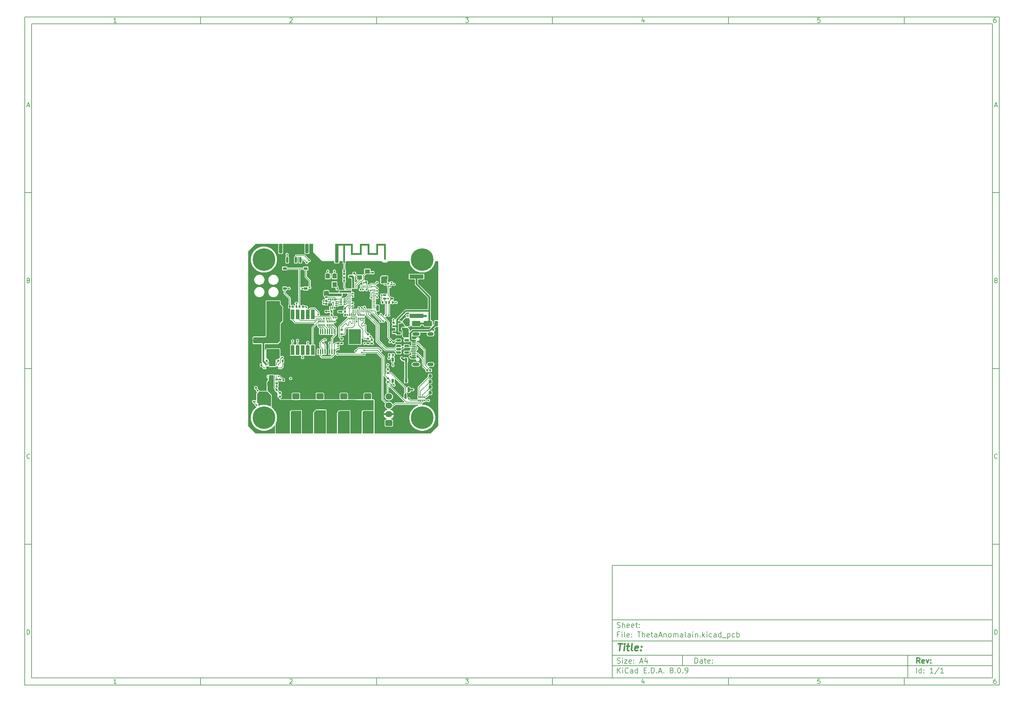
<source format=gbr>
%TF.GenerationSoftware,KiCad,Pcbnew,8.0.9-8.0.9-0~ubuntu24.04.1*%
%TF.CreationDate,2025-05-06T11:39:41+05:00*%
%TF.ProjectId,ThetaAnomalain,54686574-6141-46e6-9f6d-616c61696e2e,rev?*%
%TF.SameCoordinates,Original*%
%TF.FileFunction,Copper,L1,Top*%
%TF.FilePolarity,Positive*%
%FSLAX46Y46*%
G04 Gerber Fmt 4.6, Leading zero omitted, Abs format (unit mm)*
G04 Created by KiCad (PCBNEW 8.0.9-8.0.9-0~ubuntu24.04.1) date 2025-05-06 11:39:41*
%MOMM*%
%LPD*%
G01*
G04 APERTURE LIST*
G04 Aperture macros list*
%AMRoundRect*
0 Rectangle with rounded corners*
0 $1 Rounding radius*
0 $2 $3 $4 $5 $6 $7 $8 $9 X,Y pos of 4 corners*
0 Add a 4 corners polygon primitive as box body*
4,1,4,$2,$3,$4,$5,$6,$7,$8,$9,$2,$3,0*
0 Add four circle primitives for the rounded corners*
1,1,$1+$1,$2,$3*
1,1,$1+$1,$4,$5*
1,1,$1+$1,$6,$7*
1,1,$1+$1,$8,$9*
0 Add four rect primitives between the rounded corners*
20,1,$1+$1,$2,$3,$4,$5,0*
20,1,$1+$1,$4,$5,$6,$7,0*
20,1,$1+$1,$6,$7,$8,$9,0*
20,1,$1+$1,$8,$9,$2,$3,0*%
%AMOutline5P*
0 Free polygon, 5 corners , with rotation*
0 The origin of the aperture is its center*
0 number of corners: always 5*
0 $1 to $10 corner X, Y*
0 $11 Rotation angle, in degrees counterclockwise*
0 create outline with 5 corners*
4,1,5,$1,$2,$3,$4,$5,$6,$7,$8,$9,$10,$1,$2,$11*%
%AMOutline6P*
0 Free polygon, 6 corners , with rotation*
0 The origin of the aperture is its center*
0 number of corners: always 6*
0 $1 to $12 corner X, Y*
0 $13 Rotation angle, in degrees counterclockwise*
0 create outline with 6 corners*
4,1,6,$1,$2,$3,$4,$5,$6,$7,$8,$9,$10,$11,$12,$1,$2,$13*%
%AMOutline7P*
0 Free polygon, 7 corners , with rotation*
0 The origin of the aperture is its center*
0 number of corners: always 7*
0 $1 to $14 corner X, Y*
0 $15 Rotation angle, in degrees counterclockwise*
0 create outline with 7 corners*
4,1,7,$1,$2,$3,$4,$5,$6,$7,$8,$9,$10,$11,$12,$13,$14,$1,$2,$15*%
%AMOutline8P*
0 Free polygon, 8 corners , with rotation*
0 The origin of the aperture is its center*
0 number of corners: always 8*
0 $1 to $16 corner X, Y*
0 $17 Rotation angle, in degrees counterclockwise*
0 create outline with 8 corners*
4,1,8,$1,$2,$3,$4,$5,$6,$7,$8,$9,$10,$11,$12,$13,$14,$15,$16,$1,$2,$17*%
G04 Aperture macros list end*
%ADD10C,0.100000*%
%ADD11C,0.150000*%
%ADD12C,0.300000*%
%ADD13C,0.400000*%
%TA.AperFunction,EtchedComponent*%
%ADD14C,0.000000*%
%TD*%
%TA.AperFunction,SMDPad,CuDef*%
%ADD15RoundRect,0.218750X0.218750X0.256250X-0.218750X0.256250X-0.218750X-0.256250X0.218750X-0.256250X0*%
%TD*%
%TA.AperFunction,SMDPad,CuDef*%
%ADD16RoundRect,0.135000X-0.185000X0.135000X-0.185000X-0.135000X0.185000X-0.135000X0.185000X0.135000X0*%
%TD*%
%TA.AperFunction,SMDPad,CuDef*%
%ADD17O,0.599999X0.240000*%
%TD*%
%TA.AperFunction,SMDPad,CuDef*%
%ADD18O,0.240000X0.599999*%
%TD*%
%TA.AperFunction,SMDPad,CuDef*%
%ADD19R,0.725068X0.229918*%
%TD*%
%TA.AperFunction,SMDPad,CuDef*%
%ADD20R,0.724920X0.229997*%
%TD*%
%TA.AperFunction,SMDPad,CuDef*%
%ADD21R,0.399999X0.319994*%
%TD*%
%TA.AperFunction,SMDPad,CuDef*%
%ADD22R,0.399998X0.319995*%
%TD*%
%TA.AperFunction,SMDPad,CuDef*%
%ADD23R,3.050006X2.049998*%
%TD*%
%TA.AperFunction,SMDPad,CuDef*%
%ADD24R,0.725070X0.230003*%
%TD*%
%TA.AperFunction,SMDPad,CuDef*%
%ADD25R,0.724922X0.230003*%
%TD*%
%TA.AperFunction,SMDPad,CuDef*%
%ADD26RoundRect,0.135000X0.185000X-0.135000X0.185000X0.135000X-0.185000X0.135000X-0.185000X-0.135000X0*%
%TD*%
%TA.AperFunction,ComponentPad*%
%ADD27RoundRect,0.250000X-0.725000X0.600000X-0.725000X-0.600000X0.725000X-0.600000X0.725000X0.600000X0*%
%TD*%
%TA.AperFunction,ComponentPad*%
%ADD28O,1.950000X1.700000*%
%TD*%
%TA.AperFunction,SMDPad,CuDef*%
%ADD29RoundRect,0.250000X-0.325000X-0.650000X0.325000X-0.650000X0.325000X0.650000X-0.325000X0.650000X0*%
%TD*%
%TA.AperFunction,SMDPad,CuDef*%
%ADD30R,1.000000X0.750000*%
%TD*%
%TA.AperFunction,SMDPad,CuDef*%
%ADD31RoundRect,0.135000X-0.135000X-0.185000X0.135000X-0.185000X0.135000X0.185000X-0.135000X0.185000X0*%
%TD*%
%TA.AperFunction,ConnectorPad*%
%ADD32R,0.500000X0.500000*%
%TD*%
%TA.AperFunction,ComponentPad*%
%ADD33R,0.900000X0.500000*%
%TD*%
%TA.AperFunction,ComponentPad*%
%ADD34C,0.800000*%
%TD*%
%TA.AperFunction,ComponentPad*%
%ADD35C,6.400000*%
%TD*%
%TA.AperFunction,SMDPad,CuDef*%
%ADD36RoundRect,0.135000X0.135000X0.185000X-0.135000X0.185000X-0.135000X-0.185000X0.135000X-0.185000X0*%
%TD*%
%TA.AperFunction,SMDPad,CuDef*%
%ADD37RoundRect,0.100000X-0.100000X0.637500X-0.100000X-0.637500X0.100000X-0.637500X0.100000X0.637500X0*%
%TD*%
%TA.AperFunction,SMDPad,CuDef*%
%ADD38RoundRect,0.150000X0.150000X-0.587500X0.150000X0.587500X-0.150000X0.587500X-0.150000X-0.587500X0*%
%TD*%
%TA.AperFunction,SMDPad,CuDef*%
%ADD39RoundRect,0.140000X0.140000X0.170000X-0.140000X0.170000X-0.140000X-0.170000X0.140000X-0.170000X0*%
%TD*%
%TA.AperFunction,SMDPad,CuDef*%
%ADD40RoundRect,0.250000X-1.500000X0.925000X-1.500000X-0.925000X1.500000X-0.925000X1.500000X0.925000X0*%
%TD*%
%TA.AperFunction,SMDPad,CuDef*%
%ADD41RoundRect,0.147500X0.172500X-0.147500X0.172500X0.147500X-0.172500X0.147500X-0.172500X-0.147500X0*%
%TD*%
%TA.AperFunction,SMDPad,CuDef*%
%ADD42RoundRect,0.140000X0.170000X-0.140000X0.170000X0.140000X-0.170000X0.140000X-0.170000X-0.140000X0*%
%TD*%
%TA.AperFunction,SMDPad,CuDef*%
%ADD43RoundRect,0.140000X-0.170000X0.140000X-0.170000X-0.140000X0.170000X-0.140000X0.170000X0.140000X0*%
%TD*%
%TA.AperFunction,SMDPad,CuDef*%
%ADD44RoundRect,0.140000X-0.140000X-0.170000X0.140000X-0.170000X0.140000X0.170000X-0.140000X0.170000X0*%
%TD*%
%TA.AperFunction,ComponentPad*%
%ADD45RoundRect,0.250000X0.725000X-0.600000X0.725000X0.600000X-0.725000X0.600000X-0.725000X-0.600000X0*%
%TD*%
%TA.AperFunction,SMDPad,CuDef*%
%ADD46R,1.200000X1.400000*%
%TD*%
%TA.AperFunction,SMDPad,CuDef*%
%ADD47R,1.000000X2.800000*%
%TD*%
%TA.AperFunction,SMDPad,CuDef*%
%ADD48Outline8P,-3.500000X0.900000X-2.900000X1.500000X2.900000X1.500000X3.500000X0.900000X3.500000X-0.900000X2.900000X-1.500000X-2.900000X-1.500000X-3.500000X-0.900000X90.000000*%
%TD*%
%TA.AperFunction,SMDPad,CuDef*%
%ADD49R,0.400000X0.500000*%
%TD*%
%TA.AperFunction,SMDPad,CuDef*%
%ADD50R,0.300000X0.500000*%
%TD*%
%TA.AperFunction,SMDPad,CuDef*%
%ADD51RoundRect,0.000000X-0.400000X-0.250000X0.400000X-0.250000X0.400000X0.250000X-0.400000X0.250000X0*%
%TD*%
%TA.AperFunction,SMDPad,CuDef*%
%ADD52RoundRect,0.250000X0.650000X-0.325000X0.650000X0.325000X-0.650000X0.325000X-0.650000X-0.325000X0*%
%TD*%
%TA.AperFunction,SMDPad,CuDef*%
%ADD53R,0.500000X0.400000*%
%TD*%
%TA.AperFunction,SMDPad,CuDef*%
%ADD54R,0.500000X0.300000*%
%TD*%
%TA.AperFunction,SMDPad,CuDef*%
%ADD55R,4.000000X1.200000*%
%TD*%
%TA.AperFunction,SMDPad,CuDef*%
%ADD56RoundRect,0.087500X-0.087500X0.225000X-0.087500X-0.225000X0.087500X-0.225000X0.087500X0.225000X0*%
%TD*%
%TA.AperFunction,SMDPad,CuDef*%
%ADD57RoundRect,0.087500X-0.225000X0.087500X-0.225000X-0.087500X0.225000X-0.087500X0.225000X0.087500X0*%
%TD*%
%TA.AperFunction,SMDPad,CuDef*%
%ADD58RoundRect,0.150000X0.150000X0.700000X-0.150000X0.700000X-0.150000X-0.700000X0.150000X-0.700000X0*%
%TD*%
%TA.AperFunction,SMDPad,CuDef*%
%ADD59RoundRect,0.250000X0.250000X1.100000X-0.250000X1.100000X-0.250000X-1.100000X0.250000X-1.100000X0*%
%TD*%
%TA.AperFunction,SMDPad,CuDef*%
%ADD60RoundRect,0.150000X-0.512500X-0.150000X0.512500X-0.150000X0.512500X0.150000X-0.512500X0.150000X0*%
%TD*%
%TA.AperFunction,SMDPad,CuDef*%
%ADD61R,1.400000X1.200000*%
%TD*%
%TA.AperFunction,SMDPad,CuDef*%
%ADD62R,0.750000X1.000000*%
%TD*%
%TA.AperFunction,HeatsinkPad*%
%ADD63R,1.725000X2.700000*%
%TD*%
%TA.AperFunction,SMDPad,CuDef*%
%ADD64RoundRect,0.075000X-0.362500X-0.075000X0.362500X-0.075000X0.362500X0.075000X-0.362500X0.075000X0*%
%TD*%
%TA.AperFunction,SMDPad,CuDef*%
%ADD65RoundRect,0.150000X0.512500X0.150000X-0.512500X0.150000X-0.512500X-0.150000X0.512500X-0.150000X0*%
%TD*%
%TA.AperFunction,SMDPad,CuDef*%
%ADD66RoundRect,0.050000X-0.350000X-0.050000X0.350000X-0.050000X0.350000X0.050000X-0.350000X0.050000X0*%
%TD*%
%TA.AperFunction,SMDPad,CuDef*%
%ADD67RoundRect,0.050000X-0.050000X-0.350000X0.050000X-0.350000X0.050000X0.350000X-0.050000X0.350000X0*%
%TD*%
%TA.AperFunction,HeatsinkPad*%
%ADD68R,4.000000X4.000000*%
%TD*%
%TA.AperFunction,SMDPad,CuDef*%
%ADD69RoundRect,0.125000X0.200000X0.125000X-0.200000X0.125000X-0.200000X-0.125000X0.200000X-0.125000X0*%
%TD*%
%TA.AperFunction,HeatsinkPad*%
%ADD70R,3.400000X4.300000*%
%TD*%
%TA.AperFunction,SMDPad,CuDef*%
%ADD71RoundRect,0.250000X-0.950000X-0.500000X0.950000X-0.500000X0.950000X0.500000X-0.950000X0.500000X0*%
%TD*%
%TA.AperFunction,SMDPad,CuDef*%
%ADD72RoundRect,0.250000X-0.275000X-0.500000X0.275000X-0.500000X0.275000X0.500000X-0.275000X0.500000X0*%
%TD*%
%TA.AperFunction,SMDPad,CuDef*%
%ADD73RoundRect,0.250000X0.950000X0.500000X-0.950000X0.500000X-0.950000X-0.500000X0.950000X-0.500000X0*%
%TD*%
%TA.AperFunction,SMDPad,CuDef*%
%ADD74RoundRect,0.250000X0.275000X0.500000X-0.275000X0.500000X-0.275000X-0.500000X0.275000X-0.500000X0*%
%TD*%
%TA.AperFunction,SMDPad,CuDef*%
%ADD75RoundRect,0.045000X0.205000X-0.105000X0.205000X0.105000X-0.205000X0.105000X-0.205000X-0.105000X0*%
%TD*%
%TA.AperFunction,SMDPad,CuDef*%
%ADD76RoundRect,0.045000X0.105000X-0.205000X0.105000X0.205000X-0.105000X0.205000X-0.105000X-0.205000X0*%
%TD*%
%TA.AperFunction,SMDPad,CuDef*%
%ADD77RoundRect,0.150000X0.425000X-0.150000X0.425000X0.150000X-0.425000X0.150000X-0.425000X-0.150000X0*%
%TD*%
%TA.AperFunction,SMDPad,CuDef*%
%ADD78RoundRect,0.075000X0.500000X-0.075000X0.500000X0.075000X-0.500000X0.075000X-0.500000X-0.075000X0*%
%TD*%
%TA.AperFunction,ComponentPad*%
%ADD79O,2.100000X1.000000*%
%TD*%
%TA.AperFunction,ComponentPad*%
%ADD80O,1.800000X1.000000*%
%TD*%
%TA.AperFunction,SMDPad,CuDef*%
%ADD81RoundRect,0.250000X0.325000X0.650000X-0.325000X0.650000X-0.325000X-0.650000X0.325000X-0.650000X0*%
%TD*%
%TA.AperFunction,ViaPad*%
%ADD82C,0.500000*%
%TD*%
%TA.AperFunction,Conductor*%
%ADD83C,0.200000*%
%TD*%
%TA.AperFunction,Conductor*%
%ADD84C,0.500000*%
%TD*%
%TA.AperFunction,Conductor*%
%ADD85C,0.600000*%
%TD*%
G04 APERTURE END LIST*
D10*
D11*
X177002200Y-166007200D02*
X285002200Y-166007200D01*
X285002200Y-198007200D01*
X177002200Y-198007200D01*
X177002200Y-166007200D01*
D10*
D11*
X10000000Y-10000000D02*
X287002200Y-10000000D01*
X287002200Y-200007200D01*
X10000000Y-200007200D01*
X10000000Y-10000000D01*
D10*
D11*
X12000000Y-12000000D02*
X285002200Y-12000000D01*
X285002200Y-198007200D01*
X12000000Y-198007200D01*
X12000000Y-12000000D01*
D10*
D11*
X60000000Y-12000000D02*
X60000000Y-10000000D01*
D10*
D11*
X110000000Y-12000000D02*
X110000000Y-10000000D01*
D10*
D11*
X160000000Y-12000000D02*
X160000000Y-10000000D01*
D10*
D11*
X210000000Y-12000000D02*
X210000000Y-10000000D01*
D10*
D11*
X260000000Y-12000000D02*
X260000000Y-10000000D01*
D10*
D11*
X36089160Y-11593604D02*
X35346303Y-11593604D01*
X35717731Y-11593604D02*
X35717731Y-10293604D01*
X35717731Y-10293604D02*
X35593922Y-10479319D01*
X35593922Y-10479319D02*
X35470112Y-10603128D01*
X35470112Y-10603128D02*
X35346303Y-10665033D01*
D10*
D11*
X85346303Y-10417414D02*
X85408207Y-10355509D01*
X85408207Y-10355509D02*
X85532017Y-10293604D01*
X85532017Y-10293604D02*
X85841541Y-10293604D01*
X85841541Y-10293604D02*
X85965350Y-10355509D01*
X85965350Y-10355509D02*
X86027255Y-10417414D01*
X86027255Y-10417414D02*
X86089160Y-10541223D01*
X86089160Y-10541223D02*
X86089160Y-10665033D01*
X86089160Y-10665033D02*
X86027255Y-10850747D01*
X86027255Y-10850747D02*
X85284398Y-11593604D01*
X85284398Y-11593604D02*
X86089160Y-11593604D01*
D10*
D11*
X135284398Y-10293604D02*
X136089160Y-10293604D01*
X136089160Y-10293604D02*
X135655826Y-10788842D01*
X135655826Y-10788842D02*
X135841541Y-10788842D01*
X135841541Y-10788842D02*
X135965350Y-10850747D01*
X135965350Y-10850747D02*
X136027255Y-10912652D01*
X136027255Y-10912652D02*
X136089160Y-11036461D01*
X136089160Y-11036461D02*
X136089160Y-11345985D01*
X136089160Y-11345985D02*
X136027255Y-11469795D01*
X136027255Y-11469795D02*
X135965350Y-11531700D01*
X135965350Y-11531700D02*
X135841541Y-11593604D01*
X135841541Y-11593604D02*
X135470112Y-11593604D01*
X135470112Y-11593604D02*
X135346303Y-11531700D01*
X135346303Y-11531700D02*
X135284398Y-11469795D01*
D10*
D11*
X185965350Y-10726938D02*
X185965350Y-11593604D01*
X185655826Y-10231700D02*
X185346303Y-11160271D01*
X185346303Y-11160271D02*
X186151064Y-11160271D01*
D10*
D11*
X236027255Y-10293604D02*
X235408207Y-10293604D01*
X235408207Y-10293604D02*
X235346303Y-10912652D01*
X235346303Y-10912652D02*
X235408207Y-10850747D01*
X235408207Y-10850747D02*
X235532017Y-10788842D01*
X235532017Y-10788842D02*
X235841541Y-10788842D01*
X235841541Y-10788842D02*
X235965350Y-10850747D01*
X235965350Y-10850747D02*
X236027255Y-10912652D01*
X236027255Y-10912652D02*
X236089160Y-11036461D01*
X236089160Y-11036461D02*
X236089160Y-11345985D01*
X236089160Y-11345985D02*
X236027255Y-11469795D01*
X236027255Y-11469795D02*
X235965350Y-11531700D01*
X235965350Y-11531700D02*
X235841541Y-11593604D01*
X235841541Y-11593604D02*
X235532017Y-11593604D01*
X235532017Y-11593604D02*
X235408207Y-11531700D01*
X235408207Y-11531700D02*
X235346303Y-11469795D01*
D10*
D11*
X285965350Y-10293604D02*
X285717731Y-10293604D01*
X285717731Y-10293604D02*
X285593922Y-10355509D01*
X285593922Y-10355509D02*
X285532017Y-10417414D01*
X285532017Y-10417414D02*
X285408207Y-10603128D01*
X285408207Y-10603128D02*
X285346303Y-10850747D01*
X285346303Y-10850747D02*
X285346303Y-11345985D01*
X285346303Y-11345985D02*
X285408207Y-11469795D01*
X285408207Y-11469795D02*
X285470112Y-11531700D01*
X285470112Y-11531700D02*
X285593922Y-11593604D01*
X285593922Y-11593604D02*
X285841541Y-11593604D01*
X285841541Y-11593604D02*
X285965350Y-11531700D01*
X285965350Y-11531700D02*
X286027255Y-11469795D01*
X286027255Y-11469795D02*
X286089160Y-11345985D01*
X286089160Y-11345985D02*
X286089160Y-11036461D01*
X286089160Y-11036461D02*
X286027255Y-10912652D01*
X286027255Y-10912652D02*
X285965350Y-10850747D01*
X285965350Y-10850747D02*
X285841541Y-10788842D01*
X285841541Y-10788842D02*
X285593922Y-10788842D01*
X285593922Y-10788842D02*
X285470112Y-10850747D01*
X285470112Y-10850747D02*
X285408207Y-10912652D01*
X285408207Y-10912652D02*
X285346303Y-11036461D01*
D10*
D11*
X60000000Y-198007200D02*
X60000000Y-200007200D01*
D10*
D11*
X110000000Y-198007200D02*
X110000000Y-200007200D01*
D10*
D11*
X160000000Y-198007200D02*
X160000000Y-200007200D01*
D10*
D11*
X210000000Y-198007200D02*
X210000000Y-200007200D01*
D10*
D11*
X260000000Y-198007200D02*
X260000000Y-200007200D01*
D10*
D11*
X36089160Y-199600804D02*
X35346303Y-199600804D01*
X35717731Y-199600804D02*
X35717731Y-198300804D01*
X35717731Y-198300804D02*
X35593922Y-198486519D01*
X35593922Y-198486519D02*
X35470112Y-198610328D01*
X35470112Y-198610328D02*
X35346303Y-198672233D01*
D10*
D11*
X85346303Y-198424614D02*
X85408207Y-198362709D01*
X85408207Y-198362709D02*
X85532017Y-198300804D01*
X85532017Y-198300804D02*
X85841541Y-198300804D01*
X85841541Y-198300804D02*
X85965350Y-198362709D01*
X85965350Y-198362709D02*
X86027255Y-198424614D01*
X86027255Y-198424614D02*
X86089160Y-198548423D01*
X86089160Y-198548423D02*
X86089160Y-198672233D01*
X86089160Y-198672233D02*
X86027255Y-198857947D01*
X86027255Y-198857947D02*
X85284398Y-199600804D01*
X85284398Y-199600804D02*
X86089160Y-199600804D01*
D10*
D11*
X135284398Y-198300804D02*
X136089160Y-198300804D01*
X136089160Y-198300804D02*
X135655826Y-198796042D01*
X135655826Y-198796042D02*
X135841541Y-198796042D01*
X135841541Y-198796042D02*
X135965350Y-198857947D01*
X135965350Y-198857947D02*
X136027255Y-198919852D01*
X136027255Y-198919852D02*
X136089160Y-199043661D01*
X136089160Y-199043661D02*
X136089160Y-199353185D01*
X136089160Y-199353185D02*
X136027255Y-199476995D01*
X136027255Y-199476995D02*
X135965350Y-199538900D01*
X135965350Y-199538900D02*
X135841541Y-199600804D01*
X135841541Y-199600804D02*
X135470112Y-199600804D01*
X135470112Y-199600804D02*
X135346303Y-199538900D01*
X135346303Y-199538900D02*
X135284398Y-199476995D01*
D10*
D11*
X185965350Y-198734138D02*
X185965350Y-199600804D01*
X185655826Y-198238900D02*
X185346303Y-199167471D01*
X185346303Y-199167471D02*
X186151064Y-199167471D01*
D10*
D11*
X236027255Y-198300804D02*
X235408207Y-198300804D01*
X235408207Y-198300804D02*
X235346303Y-198919852D01*
X235346303Y-198919852D02*
X235408207Y-198857947D01*
X235408207Y-198857947D02*
X235532017Y-198796042D01*
X235532017Y-198796042D02*
X235841541Y-198796042D01*
X235841541Y-198796042D02*
X235965350Y-198857947D01*
X235965350Y-198857947D02*
X236027255Y-198919852D01*
X236027255Y-198919852D02*
X236089160Y-199043661D01*
X236089160Y-199043661D02*
X236089160Y-199353185D01*
X236089160Y-199353185D02*
X236027255Y-199476995D01*
X236027255Y-199476995D02*
X235965350Y-199538900D01*
X235965350Y-199538900D02*
X235841541Y-199600804D01*
X235841541Y-199600804D02*
X235532017Y-199600804D01*
X235532017Y-199600804D02*
X235408207Y-199538900D01*
X235408207Y-199538900D02*
X235346303Y-199476995D01*
D10*
D11*
X285965350Y-198300804D02*
X285717731Y-198300804D01*
X285717731Y-198300804D02*
X285593922Y-198362709D01*
X285593922Y-198362709D02*
X285532017Y-198424614D01*
X285532017Y-198424614D02*
X285408207Y-198610328D01*
X285408207Y-198610328D02*
X285346303Y-198857947D01*
X285346303Y-198857947D02*
X285346303Y-199353185D01*
X285346303Y-199353185D02*
X285408207Y-199476995D01*
X285408207Y-199476995D02*
X285470112Y-199538900D01*
X285470112Y-199538900D02*
X285593922Y-199600804D01*
X285593922Y-199600804D02*
X285841541Y-199600804D01*
X285841541Y-199600804D02*
X285965350Y-199538900D01*
X285965350Y-199538900D02*
X286027255Y-199476995D01*
X286027255Y-199476995D02*
X286089160Y-199353185D01*
X286089160Y-199353185D02*
X286089160Y-199043661D01*
X286089160Y-199043661D02*
X286027255Y-198919852D01*
X286027255Y-198919852D02*
X285965350Y-198857947D01*
X285965350Y-198857947D02*
X285841541Y-198796042D01*
X285841541Y-198796042D02*
X285593922Y-198796042D01*
X285593922Y-198796042D02*
X285470112Y-198857947D01*
X285470112Y-198857947D02*
X285408207Y-198919852D01*
X285408207Y-198919852D02*
X285346303Y-199043661D01*
D10*
D11*
X10000000Y-60000000D02*
X12000000Y-60000000D01*
D10*
D11*
X10000000Y-110000000D02*
X12000000Y-110000000D01*
D10*
D11*
X10000000Y-160000000D02*
X12000000Y-160000000D01*
D10*
D11*
X10690476Y-35222176D02*
X11309523Y-35222176D01*
X10566666Y-35593604D02*
X10999999Y-34293604D01*
X10999999Y-34293604D02*
X11433333Y-35593604D01*
D10*
D11*
X11092857Y-84912652D02*
X11278571Y-84974557D01*
X11278571Y-84974557D02*
X11340476Y-85036461D01*
X11340476Y-85036461D02*
X11402380Y-85160271D01*
X11402380Y-85160271D02*
X11402380Y-85345985D01*
X11402380Y-85345985D02*
X11340476Y-85469795D01*
X11340476Y-85469795D02*
X11278571Y-85531700D01*
X11278571Y-85531700D02*
X11154761Y-85593604D01*
X11154761Y-85593604D02*
X10659523Y-85593604D01*
X10659523Y-85593604D02*
X10659523Y-84293604D01*
X10659523Y-84293604D02*
X11092857Y-84293604D01*
X11092857Y-84293604D02*
X11216666Y-84355509D01*
X11216666Y-84355509D02*
X11278571Y-84417414D01*
X11278571Y-84417414D02*
X11340476Y-84541223D01*
X11340476Y-84541223D02*
X11340476Y-84665033D01*
X11340476Y-84665033D02*
X11278571Y-84788842D01*
X11278571Y-84788842D02*
X11216666Y-84850747D01*
X11216666Y-84850747D02*
X11092857Y-84912652D01*
X11092857Y-84912652D02*
X10659523Y-84912652D01*
D10*
D11*
X11402380Y-135469795D02*
X11340476Y-135531700D01*
X11340476Y-135531700D02*
X11154761Y-135593604D01*
X11154761Y-135593604D02*
X11030952Y-135593604D01*
X11030952Y-135593604D02*
X10845238Y-135531700D01*
X10845238Y-135531700D02*
X10721428Y-135407890D01*
X10721428Y-135407890D02*
X10659523Y-135284080D01*
X10659523Y-135284080D02*
X10597619Y-135036461D01*
X10597619Y-135036461D02*
X10597619Y-134850747D01*
X10597619Y-134850747D02*
X10659523Y-134603128D01*
X10659523Y-134603128D02*
X10721428Y-134479319D01*
X10721428Y-134479319D02*
X10845238Y-134355509D01*
X10845238Y-134355509D02*
X11030952Y-134293604D01*
X11030952Y-134293604D02*
X11154761Y-134293604D01*
X11154761Y-134293604D02*
X11340476Y-134355509D01*
X11340476Y-134355509D02*
X11402380Y-134417414D01*
D10*
D11*
X10659523Y-185593604D02*
X10659523Y-184293604D01*
X10659523Y-184293604D02*
X10969047Y-184293604D01*
X10969047Y-184293604D02*
X11154761Y-184355509D01*
X11154761Y-184355509D02*
X11278571Y-184479319D01*
X11278571Y-184479319D02*
X11340476Y-184603128D01*
X11340476Y-184603128D02*
X11402380Y-184850747D01*
X11402380Y-184850747D02*
X11402380Y-185036461D01*
X11402380Y-185036461D02*
X11340476Y-185284080D01*
X11340476Y-185284080D02*
X11278571Y-185407890D01*
X11278571Y-185407890D02*
X11154761Y-185531700D01*
X11154761Y-185531700D02*
X10969047Y-185593604D01*
X10969047Y-185593604D02*
X10659523Y-185593604D01*
D10*
D11*
X287002200Y-60000000D02*
X285002200Y-60000000D01*
D10*
D11*
X287002200Y-110000000D02*
X285002200Y-110000000D01*
D10*
D11*
X287002200Y-160000000D02*
X285002200Y-160000000D01*
D10*
D11*
X285692676Y-35222176D02*
X286311723Y-35222176D01*
X285568866Y-35593604D02*
X286002199Y-34293604D01*
X286002199Y-34293604D02*
X286435533Y-35593604D01*
D10*
D11*
X286095057Y-84912652D02*
X286280771Y-84974557D01*
X286280771Y-84974557D02*
X286342676Y-85036461D01*
X286342676Y-85036461D02*
X286404580Y-85160271D01*
X286404580Y-85160271D02*
X286404580Y-85345985D01*
X286404580Y-85345985D02*
X286342676Y-85469795D01*
X286342676Y-85469795D02*
X286280771Y-85531700D01*
X286280771Y-85531700D02*
X286156961Y-85593604D01*
X286156961Y-85593604D02*
X285661723Y-85593604D01*
X285661723Y-85593604D02*
X285661723Y-84293604D01*
X285661723Y-84293604D02*
X286095057Y-84293604D01*
X286095057Y-84293604D02*
X286218866Y-84355509D01*
X286218866Y-84355509D02*
X286280771Y-84417414D01*
X286280771Y-84417414D02*
X286342676Y-84541223D01*
X286342676Y-84541223D02*
X286342676Y-84665033D01*
X286342676Y-84665033D02*
X286280771Y-84788842D01*
X286280771Y-84788842D02*
X286218866Y-84850747D01*
X286218866Y-84850747D02*
X286095057Y-84912652D01*
X286095057Y-84912652D02*
X285661723Y-84912652D01*
D10*
D11*
X286404580Y-135469795D02*
X286342676Y-135531700D01*
X286342676Y-135531700D02*
X286156961Y-135593604D01*
X286156961Y-135593604D02*
X286033152Y-135593604D01*
X286033152Y-135593604D02*
X285847438Y-135531700D01*
X285847438Y-135531700D02*
X285723628Y-135407890D01*
X285723628Y-135407890D02*
X285661723Y-135284080D01*
X285661723Y-135284080D02*
X285599819Y-135036461D01*
X285599819Y-135036461D02*
X285599819Y-134850747D01*
X285599819Y-134850747D02*
X285661723Y-134603128D01*
X285661723Y-134603128D02*
X285723628Y-134479319D01*
X285723628Y-134479319D02*
X285847438Y-134355509D01*
X285847438Y-134355509D02*
X286033152Y-134293604D01*
X286033152Y-134293604D02*
X286156961Y-134293604D01*
X286156961Y-134293604D02*
X286342676Y-134355509D01*
X286342676Y-134355509D02*
X286404580Y-134417414D01*
D10*
D11*
X285661723Y-185593604D02*
X285661723Y-184293604D01*
X285661723Y-184293604D02*
X285971247Y-184293604D01*
X285971247Y-184293604D02*
X286156961Y-184355509D01*
X286156961Y-184355509D02*
X286280771Y-184479319D01*
X286280771Y-184479319D02*
X286342676Y-184603128D01*
X286342676Y-184603128D02*
X286404580Y-184850747D01*
X286404580Y-184850747D02*
X286404580Y-185036461D01*
X286404580Y-185036461D02*
X286342676Y-185284080D01*
X286342676Y-185284080D02*
X286280771Y-185407890D01*
X286280771Y-185407890D02*
X286156961Y-185531700D01*
X286156961Y-185531700D02*
X285971247Y-185593604D01*
X285971247Y-185593604D02*
X285661723Y-185593604D01*
D10*
D11*
X200458026Y-193793328D02*
X200458026Y-192293328D01*
X200458026Y-192293328D02*
X200815169Y-192293328D01*
X200815169Y-192293328D02*
X201029455Y-192364757D01*
X201029455Y-192364757D02*
X201172312Y-192507614D01*
X201172312Y-192507614D02*
X201243741Y-192650471D01*
X201243741Y-192650471D02*
X201315169Y-192936185D01*
X201315169Y-192936185D02*
X201315169Y-193150471D01*
X201315169Y-193150471D02*
X201243741Y-193436185D01*
X201243741Y-193436185D02*
X201172312Y-193579042D01*
X201172312Y-193579042D02*
X201029455Y-193721900D01*
X201029455Y-193721900D02*
X200815169Y-193793328D01*
X200815169Y-193793328D02*
X200458026Y-193793328D01*
X202600884Y-193793328D02*
X202600884Y-193007614D01*
X202600884Y-193007614D02*
X202529455Y-192864757D01*
X202529455Y-192864757D02*
X202386598Y-192793328D01*
X202386598Y-192793328D02*
X202100884Y-192793328D01*
X202100884Y-192793328D02*
X201958026Y-192864757D01*
X202600884Y-193721900D02*
X202458026Y-193793328D01*
X202458026Y-193793328D02*
X202100884Y-193793328D01*
X202100884Y-193793328D02*
X201958026Y-193721900D01*
X201958026Y-193721900D02*
X201886598Y-193579042D01*
X201886598Y-193579042D02*
X201886598Y-193436185D01*
X201886598Y-193436185D02*
X201958026Y-193293328D01*
X201958026Y-193293328D02*
X202100884Y-193221900D01*
X202100884Y-193221900D02*
X202458026Y-193221900D01*
X202458026Y-193221900D02*
X202600884Y-193150471D01*
X203100884Y-192793328D02*
X203672312Y-192793328D01*
X203315169Y-192293328D02*
X203315169Y-193579042D01*
X203315169Y-193579042D02*
X203386598Y-193721900D01*
X203386598Y-193721900D02*
X203529455Y-193793328D01*
X203529455Y-193793328D02*
X203672312Y-193793328D01*
X204743741Y-193721900D02*
X204600884Y-193793328D01*
X204600884Y-193793328D02*
X204315170Y-193793328D01*
X204315170Y-193793328D02*
X204172312Y-193721900D01*
X204172312Y-193721900D02*
X204100884Y-193579042D01*
X204100884Y-193579042D02*
X204100884Y-193007614D01*
X204100884Y-193007614D02*
X204172312Y-192864757D01*
X204172312Y-192864757D02*
X204315170Y-192793328D01*
X204315170Y-192793328D02*
X204600884Y-192793328D01*
X204600884Y-192793328D02*
X204743741Y-192864757D01*
X204743741Y-192864757D02*
X204815170Y-193007614D01*
X204815170Y-193007614D02*
X204815170Y-193150471D01*
X204815170Y-193150471D02*
X204100884Y-193293328D01*
X205458026Y-193650471D02*
X205529455Y-193721900D01*
X205529455Y-193721900D02*
X205458026Y-193793328D01*
X205458026Y-193793328D02*
X205386598Y-193721900D01*
X205386598Y-193721900D02*
X205458026Y-193650471D01*
X205458026Y-193650471D02*
X205458026Y-193793328D01*
X205458026Y-192864757D02*
X205529455Y-192936185D01*
X205529455Y-192936185D02*
X205458026Y-193007614D01*
X205458026Y-193007614D02*
X205386598Y-192936185D01*
X205386598Y-192936185D02*
X205458026Y-192864757D01*
X205458026Y-192864757D02*
X205458026Y-193007614D01*
D10*
D11*
X177002200Y-194507200D02*
X285002200Y-194507200D01*
D10*
D11*
X178458026Y-196593328D02*
X178458026Y-195093328D01*
X179315169Y-196593328D02*
X178672312Y-195736185D01*
X179315169Y-195093328D02*
X178458026Y-195950471D01*
X179958026Y-196593328D02*
X179958026Y-195593328D01*
X179958026Y-195093328D02*
X179886598Y-195164757D01*
X179886598Y-195164757D02*
X179958026Y-195236185D01*
X179958026Y-195236185D02*
X180029455Y-195164757D01*
X180029455Y-195164757D02*
X179958026Y-195093328D01*
X179958026Y-195093328D02*
X179958026Y-195236185D01*
X181529455Y-196450471D02*
X181458027Y-196521900D01*
X181458027Y-196521900D02*
X181243741Y-196593328D01*
X181243741Y-196593328D02*
X181100884Y-196593328D01*
X181100884Y-196593328D02*
X180886598Y-196521900D01*
X180886598Y-196521900D02*
X180743741Y-196379042D01*
X180743741Y-196379042D02*
X180672312Y-196236185D01*
X180672312Y-196236185D02*
X180600884Y-195950471D01*
X180600884Y-195950471D02*
X180600884Y-195736185D01*
X180600884Y-195736185D02*
X180672312Y-195450471D01*
X180672312Y-195450471D02*
X180743741Y-195307614D01*
X180743741Y-195307614D02*
X180886598Y-195164757D01*
X180886598Y-195164757D02*
X181100884Y-195093328D01*
X181100884Y-195093328D02*
X181243741Y-195093328D01*
X181243741Y-195093328D02*
X181458027Y-195164757D01*
X181458027Y-195164757D02*
X181529455Y-195236185D01*
X182815170Y-196593328D02*
X182815170Y-195807614D01*
X182815170Y-195807614D02*
X182743741Y-195664757D01*
X182743741Y-195664757D02*
X182600884Y-195593328D01*
X182600884Y-195593328D02*
X182315170Y-195593328D01*
X182315170Y-195593328D02*
X182172312Y-195664757D01*
X182815170Y-196521900D02*
X182672312Y-196593328D01*
X182672312Y-196593328D02*
X182315170Y-196593328D01*
X182315170Y-196593328D02*
X182172312Y-196521900D01*
X182172312Y-196521900D02*
X182100884Y-196379042D01*
X182100884Y-196379042D02*
X182100884Y-196236185D01*
X182100884Y-196236185D02*
X182172312Y-196093328D01*
X182172312Y-196093328D02*
X182315170Y-196021900D01*
X182315170Y-196021900D02*
X182672312Y-196021900D01*
X182672312Y-196021900D02*
X182815170Y-195950471D01*
X184172313Y-196593328D02*
X184172313Y-195093328D01*
X184172313Y-196521900D02*
X184029455Y-196593328D01*
X184029455Y-196593328D02*
X183743741Y-196593328D01*
X183743741Y-196593328D02*
X183600884Y-196521900D01*
X183600884Y-196521900D02*
X183529455Y-196450471D01*
X183529455Y-196450471D02*
X183458027Y-196307614D01*
X183458027Y-196307614D02*
X183458027Y-195879042D01*
X183458027Y-195879042D02*
X183529455Y-195736185D01*
X183529455Y-195736185D02*
X183600884Y-195664757D01*
X183600884Y-195664757D02*
X183743741Y-195593328D01*
X183743741Y-195593328D02*
X184029455Y-195593328D01*
X184029455Y-195593328D02*
X184172313Y-195664757D01*
X186029455Y-195807614D02*
X186529455Y-195807614D01*
X186743741Y-196593328D02*
X186029455Y-196593328D01*
X186029455Y-196593328D02*
X186029455Y-195093328D01*
X186029455Y-195093328D02*
X186743741Y-195093328D01*
X187386598Y-196450471D02*
X187458027Y-196521900D01*
X187458027Y-196521900D02*
X187386598Y-196593328D01*
X187386598Y-196593328D02*
X187315170Y-196521900D01*
X187315170Y-196521900D02*
X187386598Y-196450471D01*
X187386598Y-196450471D02*
X187386598Y-196593328D01*
X188100884Y-196593328D02*
X188100884Y-195093328D01*
X188100884Y-195093328D02*
X188458027Y-195093328D01*
X188458027Y-195093328D02*
X188672313Y-195164757D01*
X188672313Y-195164757D02*
X188815170Y-195307614D01*
X188815170Y-195307614D02*
X188886599Y-195450471D01*
X188886599Y-195450471D02*
X188958027Y-195736185D01*
X188958027Y-195736185D02*
X188958027Y-195950471D01*
X188958027Y-195950471D02*
X188886599Y-196236185D01*
X188886599Y-196236185D02*
X188815170Y-196379042D01*
X188815170Y-196379042D02*
X188672313Y-196521900D01*
X188672313Y-196521900D02*
X188458027Y-196593328D01*
X188458027Y-196593328D02*
X188100884Y-196593328D01*
X189600884Y-196450471D02*
X189672313Y-196521900D01*
X189672313Y-196521900D02*
X189600884Y-196593328D01*
X189600884Y-196593328D02*
X189529456Y-196521900D01*
X189529456Y-196521900D02*
X189600884Y-196450471D01*
X189600884Y-196450471D02*
X189600884Y-196593328D01*
X190243742Y-196164757D02*
X190958028Y-196164757D01*
X190100885Y-196593328D02*
X190600885Y-195093328D01*
X190600885Y-195093328D02*
X191100885Y-196593328D01*
X191600884Y-196450471D02*
X191672313Y-196521900D01*
X191672313Y-196521900D02*
X191600884Y-196593328D01*
X191600884Y-196593328D02*
X191529456Y-196521900D01*
X191529456Y-196521900D02*
X191600884Y-196450471D01*
X191600884Y-196450471D02*
X191600884Y-196593328D01*
X193672313Y-195736185D02*
X193529456Y-195664757D01*
X193529456Y-195664757D02*
X193458027Y-195593328D01*
X193458027Y-195593328D02*
X193386599Y-195450471D01*
X193386599Y-195450471D02*
X193386599Y-195379042D01*
X193386599Y-195379042D02*
X193458027Y-195236185D01*
X193458027Y-195236185D02*
X193529456Y-195164757D01*
X193529456Y-195164757D02*
X193672313Y-195093328D01*
X193672313Y-195093328D02*
X193958027Y-195093328D01*
X193958027Y-195093328D02*
X194100885Y-195164757D01*
X194100885Y-195164757D02*
X194172313Y-195236185D01*
X194172313Y-195236185D02*
X194243742Y-195379042D01*
X194243742Y-195379042D02*
X194243742Y-195450471D01*
X194243742Y-195450471D02*
X194172313Y-195593328D01*
X194172313Y-195593328D02*
X194100885Y-195664757D01*
X194100885Y-195664757D02*
X193958027Y-195736185D01*
X193958027Y-195736185D02*
X193672313Y-195736185D01*
X193672313Y-195736185D02*
X193529456Y-195807614D01*
X193529456Y-195807614D02*
X193458027Y-195879042D01*
X193458027Y-195879042D02*
X193386599Y-196021900D01*
X193386599Y-196021900D02*
X193386599Y-196307614D01*
X193386599Y-196307614D02*
X193458027Y-196450471D01*
X193458027Y-196450471D02*
X193529456Y-196521900D01*
X193529456Y-196521900D02*
X193672313Y-196593328D01*
X193672313Y-196593328D02*
X193958027Y-196593328D01*
X193958027Y-196593328D02*
X194100885Y-196521900D01*
X194100885Y-196521900D02*
X194172313Y-196450471D01*
X194172313Y-196450471D02*
X194243742Y-196307614D01*
X194243742Y-196307614D02*
X194243742Y-196021900D01*
X194243742Y-196021900D02*
X194172313Y-195879042D01*
X194172313Y-195879042D02*
X194100885Y-195807614D01*
X194100885Y-195807614D02*
X193958027Y-195736185D01*
X194886598Y-196450471D02*
X194958027Y-196521900D01*
X194958027Y-196521900D02*
X194886598Y-196593328D01*
X194886598Y-196593328D02*
X194815170Y-196521900D01*
X194815170Y-196521900D02*
X194886598Y-196450471D01*
X194886598Y-196450471D02*
X194886598Y-196593328D01*
X195886599Y-195093328D02*
X196029456Y-195093328D01*
X196029456Y-195093328D02*
X196172313Y-195164757D01*
X196172313Y-195164757D02*
X196243742Y-195236185D01*
X196243742Y-195236185D02*
X196315170Y-195379042D01*
X196315170Y-195379042D02*
X196386599Y-195664757D01*
X196386599Y-195664757D02*
X196386599Y-196021900D01*
X196386599Y-196021900D02*
X196315170Y-196307614D01*
X196315170Y-196307614D02*
X196243742Y-196450471D01*
X196243742Y-196450471D02*
X196172313Y-196521900D01*
X196172313Y-196521900D02*
X196029456Y-196593328D01*
X196029456Y-196593328D02*
X195886599Y-196593328D01*
X195886599Y-196593328D02*
X195743742Y-196521900D01*
X195743742Y-196521900D02*
X195672313Y-196450471D01*
X195672313Y-196450471D02*
X195600884Y-196307614D01*
X195600884Y-196307614D02*
X195529456Y-196021900D01*
X195529456Y-196021900D02*
X195529456Y-195664757D01*
X195529456Y-195664757D02*
X195600884Y-195379042D01*
X195600884Y-195379042D02*
X195672313Y-195236185D01*
X195672313Y-195236185D02*
X195743742Y-195164757D01*
X195743742Y-195164757D02*
X195886599Y-195093328D01*
X197029455Y-196450471D02*
X197100884Y-196521900D01*
X197100884Y-196521900D02*
X197029455Y-196593328D01*
X197029455Y-196593328D02*
X196958027Y-196521900D01*
X196958027Y-196521900D02*
X197029455Y-196450471D01*
X197029455Y-196450471D02*
X197029455Y-196593328D01*
X197815170Y-196593328D02*
X198100884Y-196593328D01*
X198100884Y-196593328D02*
X198243741Y-196521900D01*
X198243741Y-196521900D02*
X198315170Y-196450471D01*
X198315170Y-196450471D02*
X198458027Y-196236185D01*
X198458027Y-196236185D02*
X198529456Y-195950471D01*
X198529456Y-195950471D02*
X198529456Y-195379042D01*
X198529456Y-195379042D02*
X198458027Y-195236185D01*
X198458027Y-195236185D02*
X198386599Y-195164757D01*
X198386599Y-195164757D02*
X198243741Y-195093328D01*
X198243741Y-195093328D02*
X197958027Y-195093328D01*
X197958027Y-195093328D02*
X197815170Y-195164757D01*
X197815170Y-195164757D02*
X197743741Y-195236185D01*
X197743741Y-195236185D02*
X197672313Y-195379042D01*
X197672313Y-195379042D02*
X197672313Y-195736185D01*
X197672313Y-195736185D02*
X197743741Y-195879042D01*
X197743741Y-195879042D02*
X197815170Y-195950471D01*
X197815170Y-195950471D02*
X197958027Y-196021900D01*
X197958027Y-196021900D02*
X198243741Y-196021900D01*
X198243741Y-196021900D02*
X198386599Y-195950471D01*
X198386599Y-195950471D02*
X198458027Y-195879042D01*
X198458027Y-195879042D02*
X198529456Y-195736185D01*
D10*
D11*
X177002200Y-191507200D02*
X285002200Y-191507200D01*
D10*
D12*
X264413853Y-193785528D02*
X263913853Y-193071242D01*
X263556710Y-193785528D02*
X263556710Y-192285528D01*
X263556710Y-192285528D02*
X264128139Y-192285528D01*
X264128139Y-192285528D02*
X264270996Y-192356957D01*
X264270996Y-192356957D02*
X264342425Y-192428385D01*
X264342425Y-192428385D02*
X264413853Y-192571242D01*
X264413853Y-192571242D02*
X264413853Y-192785528D01*
X264413853Y-192785528D02*
X264342425Y-192928385D01*
X264342425Y-192928385D02*
X264270996Y-192999814D01*
X264270996Y-192999814D02*
X264128139Y-193071242D01*
X264128139Y-193071242D02*
X263556710Y-193071242D01*
X265628139Y-193714100D02*
X265485282Y-193785528D01*
X265485282Y-193785528D02*
X265199568Y-193785528D01*
X265199568Y-193785528D02*
X265056710Y-193714100D01*
X265056710Y-193714100D02*
X264985282Y-193571242D01*
X264985282Y-193571242D02*
X264985282Y-192999814D01*
X264985282Y-192999814D02*
X265056710Y-192856957D01*
X265056710Y-192856957D02*
X265199568Y-192785528D01*
X265199568Y-192785528D02*
X265485282Y-192785528D01*
X265485282Y-192785528D02*
X265628139Y-192856957D01*
X265628139Y-192856957D02*
X265699568Y-192999814D01*
X265699568Y-192999814D02*
X265699568Y-193142671D01*
X265699568Y-193142671D02*
X264985282Y-193285528D01*
X266199567Y-192785528D02*
X266556710Y-193785528D01*
X266556710Y-193785528D02*
X266913853Y-192785528D01*
X267485281Y-193642671D02*
X267556710Y-193714100D01*
X267556710Y-193714100D02*
X267485281Y-193785528D01*
X267485281Y-193785528D02*
X267413853Y-193714100D01*
X267413853Y-193714100D02*
X267485281Y-193642671D01*
X267485281Y-193642671D02*
X267485281Y-193785528D01*
X267485281Y-192856957D02*
X267556710Y-192928385D01*
X267556710Y-192928385D02*
X267485281Y-192999814D01*
X267485281Y-192999814D02*
X267413853Y-192928385D01*
X267413853Y-192928385D02*
X267485281Y-192856957D01*
X267485281Y-192856957D02*
X267485281Y-192999814D01*
D10*
D11*
X178386598Y-193721900D02*
X178600884Y-193793328D01*
X178600884Y-193793328D02*
X178958026Y-193793328D01*
X178958026Y-193793328D02*
X179100884Y-193721900D01*
X179100884Y-193721900D02*
X179172312Y-193650471D01*
X179172312Y-193650471D02*
X179243741Y-193507614D01*
X179243741Y-193507614D02*
X179243741Y-193364757D01*
X179243741Y-193364757D02*
X179172312Y-193221900D01*
X179172312Y-193221900D02*
X179100884Y-193150471D01*
X179100884Y-193150471D02*
X178958026Y-193079042D01*
X178958026Y-193079042D02*
X178672312Y-193007614D01*
X178672312Y-193007614D02*
X178529455Y-192936185D01*
X178529455Y-192936185D02*
X178458026Y-192864757D01*
X178458026Y-192864757D02*
X178386598Y-192721900D01*
X178386598Y-192721900D02*
X178386598Y-192579042D01*
X178386598Y-192579042D02*
X178458026Y-192436185D01*
X178458026Y-192436185D02*
X178529455Y-192364757D01*
X178529455Y-192364757D02*
X178672312Y-192293328D01*
X178672312Y-192293328D02*
X179029455Y-192293328D01*
X179029455Y-192293328D02*
X179243741Y-192364757D01*
X179886597Y-193793328D02*
X179886597Y-192793328D01*
X179886597Y-192293328D02*
X179815169Y-192364757D01*
X179815169Y-192364757D02*
X179886597Y-192436185D01*
X179886597Y-192436185D02*
X179958026Y-192364757D01*
X179958026Y-192364757D02*
X179886597Y-192293328D01*
X179886597Y-192293328D02*
X179886597Y-192436185D01*
X180458026Y-192793328D02*
X181243741Y-192793328D01*
X181243741Y-192793328D02*
X180458026Y-193793328D01*
X180458026Y-193793328D02*
X181243741Y-193793328D01*
X182386598Y-193721900D02*
X182243741Y-193793328D01*
X182243741Y-193793328D02*
X181958027Y-193793328D01*
X181958027Y-193793328D02*
X181815169Y-193721900D01*
X181815169Y-193721900D02*
X181743741Y-193579042D01*
X181743741Y-193579042D02*
X181743741Y-193007614D01*
X181743741Y-193007614D02*
X181815169Y-192864757D01*
X181815169Y-192864757D02*
X181958027Y-192793328D01*
X181958027Y-192793328D02*
X182243741Y-192793328D01*
X182243741Y-192793328D02*
X182386598Y-192864757D01*
X182386598Y-192864757D02*
X182458027Y-193007614D01*
X182458027Y-193007614D02*
X182458027Y-193150471D01*
X182458027Y-193150471D02*
X181743741Y-193293328D01*
X183100883Y-193650471D02*
X183172312Y-193721900D01*
X183172312Y-193721900D02*
X183100883Y-193793328D01*
X183100883Y-193793328D02*
X183029455Y-193721900D01*
X183029455Y-193721900D02*
X183100883Y-193650471D01*
X183100883Y-193650471D02*
X183100883Y-193793328D01*
X183100883Y-192864757D02*
X183172312Y-192936185D01*
X183172312Y-192936185D02*
X183100883Y-193007614D01*
X183100883Y-193007614D02*
X183029455Y-192936185D01*
X183029455Y-192936185D02*
X183100883Y-192864757D01*
X183100883Y-192864757D02*
X183100883Y-193007614D01*
X184886598Y-193364757D02*
X185600884Y-193364757D01*
X184743741Y-193793328D02*
X185243741Y-192293328D01*
X185243741Y-192293328D02*
X185743741Y-193793328D01*
X186886598Y-192793328D02*
X186886598Y-193793328D01*
X186529455Y-192221900D02*
X186172312Y-193293328D01*
X186172312Y-193293328D02*
X187100883Y-193293328D01*
D10*
D11*
X263458026Y-196593328D02*
X263458026Y-195093328D01*
X264815170Y-196593328D02*
X264815170Y-195093328D01*
X264815170Y-196521900D02*
X264672312Y-196593328D01*
X264672312Y-196593328D02*
X264386598Y-196593328D01*
X264386598Y-196593328D02*
X264243741Y-196521900D01*
X264243741Y-196521900D02*
X264172312Y-196450471D01*
X264172312Y-196450471D02*
X264100884Y-196307614D01*
X264100884Y-196307614D02*
X264100884Y-195879042D01*
X264100884Y-195879042D02*
X264172312Y-195736185D01*
X264172312Y-195736185D02*
X264243741Y-195664757D01*
X264243741Y-195664757D02*
X264386598Y-195593328D01*
X264386598Y-195593328D02*
X264672312Y-195593328D01*
X264672312Y-195593328D02*
X264815170Y-195664757D01*
X265529455Y-196450471D02*
X265600884Y-196521900D01*
X265600884Y-196521900D02*
X265529455Y-196593328D01*
X265529455Y-196593328D02*
X265458027Y-196521900D01*
X265458027Y-196521900D02*
X265529455Y-196450471D01*
X265529455Y-196450471D02*
X265529455Y-196593328D01*
X265529455Y-195664757D02*
X265600884Y-195736185D01*
X265600884Y-195736185D02*
X265529455Y-195807614D01*
X265529455Y-195807614D02*
X265458027Y-195736185D01*
X265458027Y-195736185D02*
X265529455Y-195664757D01*
X265529455Y-195664757D02*
X265529455Y-195807614D01*
X268172313Y-196593328D02*
X267315170Y-196593328D01*
X267743741Y-196593328D02*
X267743741Y-195093328D01*
X267743741Y-195093328D02*
X267600884Y-195307614D01*
X267600884Y-195307614D02*
X267458027Y-195450471D01*
X267458027Y-195450471D02*
X267315170Y-195521900D01*
X269886598Y-195021900D02*
X268600884Y-196950471D01*
X271172313Y-196593328D02*
X270315170Y-196593328D01*
X270743741Y-196593328D02*
X270743741Y-195093328D01*
X270743741Y-195093328D02*
X270600884Y-195307614D01*
X270600884Y-195307614D02*
X270458027Y-195450471D01*
X270458027Y-195450471D02*
X270315170Y-195521900D01*
D10*
D11*
X177002200Y-187507200D02*
X285002200Y-187507200D01*
D10*
D13*
X178693928Y-188211638D02*
X179836785Y-188211638D01*
X179015357Y-190211638D02*
X179265357Y-188211638D01*
X180253452Y-190211638D02*
X180420119Y-188878304D01*
X180503452Y-188211638D02*
X180396309Y-188306876D01*
X180396309Y-188306876D02*
X180479643Y-188402114D01*
X180479643Y-188402114D02*
X180586786Y-188306876D01*
X180586786Y-188306876D02*
X180503452Y-188211638D01*
X180503452Y-188211638D02*
X180479643Y-188402114D01*
X181086786Y-188878304D02*
X181848690Y-188878304D01*
X181455833Y-188211638D02*
X181241548Y-189925923D01*
X181241548Y-189925923D02*
X181312976Y-190116400D01*
X181312976Y-190116400D02*
X181491548Y-190211638D01*
X181491548Y-190211638D02*
X181682024Y-190211638D01*
X182634405Y-190211638D02*
X182455833Y-190116400D01*
X182455833Y-190116400D02*
X182384405Y-189925923D01*
X182384405Y-189925923D02*
X182598690Y-188211638D01*
X184170119Y-190116400D02*
X183967738Y-190211638D01*
X183967738Y-190211638D02*
X183586785Y-190211638D01*
X183586785Y-190211638D02*
X183408214Y-190116400D01*
X183408214Y-190116400D02*
X183336785Y-189925923D01*
X183336785Y-189925923D02*
X183432024Y-189164019D01*
X183432024Y-189164019D02*
X183551071Y-188973542D01*
X183551071Y-188973542D02*
X183753452Y-188878304D01*
X183753452Y-188878304D02*
X184134404Y-188878304D01*
X184134404Y-188878304D02*
X184312976Y-188973542D01*
X184312976Y-188973542D02*
X184384404Y-189164019D01*
X184384404Y-189164019D02*
X184360595Y-189354495D01*
X184360595Y-189354495D02*
X183384404Y-189544971D01*
X185134405Y-190021161D02*
X185217738Y-190116400D01*
X185217738Y-190116400D02*
X185110595Y-190211638D01*
X185110595Y-190211638D02*
X185027262Y-190116400D01*
X185027262Y-190116400D02*
X185134405Y-190021161D01*
X185134405Y-190021161D02*
X185110595Y-190211638D01*
X185265357Y-188973542D02*
X185348690Y-189068780D01*
X185348690Y-189068780D02*
X185241548Y-189164019D01*
X185241548Y-189164019D02*
X185158214Y-189068780D01*
X185158214Y-189068780D02*
X185265357Y-188973542D01*
X185265357Y-188973542D02*
X185241548Y-189164019D01*
D10*
D11*
X178958026Y-185607614D02*
X178458026Y-185607614D01*
X178458026Y-186393328D02*
X178458026Y-184893328D01*
X178458026Y-184893328D02*
X179172312Y-184893328D01*
X179743740Y-186393328D02*
X179743740Y-185393328D01*
X179743740Y-184893328D02*
X179672312Y-184964757D01*
X179672312Y-184964757D02*
X179743740Y-185036185D01*
X179743740Y-185036185D02*
X179815169Y-184964757D01*
X179815169Y-184964757D02*
X179743740Y-184893328D01*
X179743740Y-184893328D02*
X179743740Y-185036185D01*
X180672312Y-186393328D02*
X180529455Y-186321900D01*
X180529455Y-186321900D02*
X180458026Y-186179042D01*
X180458026Y-186179042D02*
X180458026Y-184893328D01*
X181815169Y-186321900D02*
X181672312Y-186393328D01*
X181672312Y-186393328D02*
X181386598Y-186393328D01*
X181386598Y-186393328D02*
X181243740Y-186321900D01*
X181243740Y-186321900D02*
X181172312Y-186179042D01*
X181172312Y-186179042D02*
X181172312Y-185607614D01*
X181172312Y-185607614D02*
X181243740Y-185464757D01*
X181243740Y-185464757D02*
X181386598Y-185393328D01*
X181386598Y-185393328D02*
X181672312Y-185393328D01*
X181672312Y-185393328D02*
X181815169Y-185464757D01*
X181815169Y-185464757D02*
X181886598Y-185607614D01*
X181886598Y-185607614D02*
X181886598Y-185750471D01*
X181886598Y-185750471D02*
X181172312Y-185893328D01*
X182529454Y-186250471D02*
X182600883Y-186321900D01*
X182600883Y-186321900D02*
X182529454Y-186393328D01*
X182529454Y-186393328D02*
X182458026Y-186321900D01*
X182458026Y-186321900D02*
X182529454Y-186250471D01*
X182529454Y-186250471D02*
X182529454Y-186393328D01*
X182529454Y-185464757D02*
X182600883Y-185536185D01*
X182600883Y-185536185D02*
X182529454Y-185607614D01*
X182529454Y-185607614D02*
X182458026Y-185536185D01*
X182458026Y-185536185D02*
X182529454Y-185464757D01*
X182529454Y-185464757D02*
X182529454Y-185607614D01*
X184172312Y-184893328D02*
X185029455Y-184893328D01*
X184600883Y-186393328D02*
X184600883Y-184893328D01*
X185529454Y-186393328D02*
X185529454Y-184893328D01*
X186172312Y-186393328D02*
X186172312Y-185607614D01*
X186172312Y-185607614D02*
X186100883Y-185464757D01*
X186100883Y-185464757D02*
X185958026Y-185393328D01*
X185958026Y-185393328D02*
X185743740Y-185393328D01*
X185743740Y-185393328D02*
X185600883Y-185464757D01*
X185600883Y-185464757D02*
X185529454Y-185536185D01*
X187458026Y-186321900D02*
X187315169Y-186393328D01*
X187315169Y-186393328D02*
X187029455Y-186393328D01*
X187029455Y-186393328D02*
X186886597Y-186321900D01*
X186886597Y-186321900D02*
X186815169Y-186179042D01*
X186815169Y-186179042D02*
X186815169Y-185607614D01*
X186815169Y-185607614D02*
X186886597Y-185464757D01*
X186886597Y-185464757D02*
X187029455Y-185393328D01*
X187029455Y-185393328D02*
X187315169Y-185393328D01*
X187315169Y-185393328D02*
X187458026Y-185464757D01*
X187458026Y-185464757D02*
X187529455Y-185607614D01*
X187529455Y-185607614D02*
X187529455Y-185750471D01*
X187529455Y-185750471D02*
X186815169Y-185893328D01*
X187958026Y-185393328D02*
X188529454Y-185393328D01*
X188172311Y-184893328D02*
X188172311Y-186179042D01*
X188172311Y-186179042D02*
X188243740Y-186321900D01*
X188243740Y-186321900D02*
X188386597Y-186393328D01*
X188386597Y-186393328D02*
X188529454Y-186393328D01*
X189672312Y-186393328D02*
X189672312Y-185607614D01*
X189672312Y-185607614D02*
X189600883Y-185464757D01*
X189600883Y-185464757D02*
X189458026Y-185393328D01*
X189458026Y-185393328D02*
X189172312Y-185393328D01*
X189172312Y-185393328D02*
X189029454Y-185464757D01*
X189672312Y-186321900D02*
X189529454Y-186393328D01*
X189529454Y-186393328D02*
X189172312Y-186393328D01*
X189172312Y-186393328D02*
X189029454Y-186321900D01*
X189029454Y-186321900D02*
X188958026Y-186179042D01*
X188958026Y-186179042D02*
X188958026Y-186036185D01*
X188958026Y-186036185D02*
X189029454Y-185893328D01*
X189029454Y-185893328D02*
X189172312Y-185821900D01*
X189172312Y-185821900D02*
X189529454Y-185821900D01*
X189529454Y-185821900D02*
X189672312Y-185750471D01*
X190315169Y-185964757D02*
X191029455Y-185964757D01*
X190172312Y-186393328D02*
X190672312Y-184893328D01*
X190672312Y-184893328D02*
X191172312Y-186393328D01*
X191672311Y-185393328D02*
X191672311Y-186393328D01*
X191672311Y-185536185D02*
X191743740Y-185464757D01*
X191743740Y-185464757D02*
X191886597Y-185393328D01*
X191886597Y-185393328D02*
X192100883Y-185393328D01*
X192100883Y-185393328D02*
X192243740Y-185464757D01*
X192243740Y-185464757D02*
X192315169Y-185607614D01*
X192315169Y-185607614D02*
X192315169Y-186393328D01*
X193243740Y-186393328D02*
X193100883Y-186321900D01*
X193100883Y-186321900D02*
X193029454Y-186250471D01*
X193029454Y-186250471D02*
X192958026Y-186107614D01*
X192958026Y-186107614D02*
X192958026Y-185679042D01*
X192958026Y-185679042D02*
X193029454Y-185536185D01*
X193029454Y-185536185D02*
X193100883Y-185464757D01*
X193100883Y-185464757D02*
X193243740Y-185393328D01*
X193243740Y-185393328D02*
X193458026Y-185393328D01*
X193458026Y-185393328D02*
X193600883Y-185464757D01*
X193600883Y-185464757D02*
X193672312Y-185536185D01*
X193672312Y-185536185D02*
X193743740Y-185679042D01*
X193743740Y-185679042D02*
X193743740Y-186107614D01*
X193743740Y-186107614D02*
X193672312Y-186250471D01*
X193672312Y-186250471D02*
X193600883Y-186321900D01*
X193600883Y-186321900D02*
X193458026Y-186393328D01*
X193458026Y-186393328D02*
X193243740Y-186393328D01*
X194386597Y-186393328D02*
X194386597Y-185393328D01*
X194386597Y-185536185D02*
X194458026Y-185464757D01*
X194458026Y-185464757D02*
X194600883Y-185393328D01*
X194600883Y-185393328D02*
X194815169Y-185393328D01*
X194815169Y-185393328D02*
X194958026Y-185464757D01*
X194958026Y-185464757D02*
X195029455Y-185607614D01*
X195029455Y-185607614D02*
X195029455Y-186393328D01*
X195029455Y-185607614D02*
X195100883Y-185464757D01*
X195100883Y-185464757D02*
X195243740Y-185393328D01*
X195243740Y-185393328D02*
X195458026Y-185393328D01*
X195458026Y-185393328D02*
X195600883Y-185464757D01*
X195600883Y-185464757D02*
X195672312Y-185607614D01*
X195672312Y-185607614D02*
X195672312Y-186393328D01*
X197029455Y-186393328D02*
X197029455Y-185607614D01*
X197029455Y-185607614D02*
X196958026Y-185464757D01*
X196958026Y-185464757D02*
X196815169Y-185393328D01*
X196815169Y-185393328D02*
X196529455Y-185393328D01*
X196529455Y-185393328D02*
X196386597Y-185464757D01*
X197029455Y-186321900D02*
X196886597Y-186393328D01*
X196886597Y-186393328D02*
X196529455Y-186393328D01*
X196529455Y-186393328D02*
X196386597Y-186321900D01*
X196386597Y-186321900D02*
X196315169Y-186179042D01*
X196315169Y-186179042D02*
X196315169Y-186036185D01*
X196315169Y-186036185D02*
X196386597Y-185893328D01*
X196386597Y-185893328D02*
X196529455Y-185821900D01*
X196529455Y-185821900D02*
X196886597Y-185821900D01*
X196886597Y-185821900D02*
X197029455Y-185750471D01*
X197958026Y-186393328D02*
X197815169Y-186321900D01*
X197815169Y-186321900D02*
X197743740Y-186179042D01*
X197743740Y-186179042D02*
X197743740Y-184893328D01*
X199172312Y-186393328D02*
X199172312Y-185607614D01*
X199172312Y-185607614D02*
X199100883Y-185464757D01*
X199100883Y-185464757D02*
X198958026Y-185393328D01*
X198958026Y-185393328D02*
X198672312Y-185393328D01*
X198672312Y-185393328D02*
X198529454Y-185464757D01*
X199172312Y-186321900D02*
X199029454Y-186393328D01*
X199029454Y-186393328D02*
X198672312Y-186393328D01*
X198672312Y-186393328D02*
X198529454Y-186321900D01*
X198529454Y-186321900D02*
X198458026Y-186179042D01*
X198458026Y-186179042D02*
X198458026Y-186036185D01*
X198458026Y-186036185D02*
X198529454Y-185893328D01*
X198529454Y-185893328D02*
X198672312Y-185821900D01*
X198672312Y-185821900D02*
X199029454Y-185821900D01*
X199029454Y-185821900D02*
X199172312Y-185750471D01*
X199886597Y-186393328D02*
X199886597Y-185393328D01*
X199886597Y-184893328D02*
X199815169Y-184964757D01*
X199815169Y-184964757D02*
X199886597Y-185036185D01*
X199886597Y-185036185D02*
X199958026Y-184964757D01*
X199958026Y-184964757D02*
X199886597Y-184893328D01*
X199886597Y-184893328D02*
X199886597Y-185036185D01*
X200600883Y-185393328D02*
X200600883Y-186393328D01*
X200600883Y-185536185D02*
X200672312Y-185464757D01*
X200672312Y-185464757D02*
X200815169Y-185393328D01*
X200815169Y-185393328D02*
X201029455Y-185393328D01*
X201029455Y-185393328D02*
X201172312Y-185464757D01*
X201172312Y-185464757D02*
X201243741Y-185607614D01*
X201243741Y-185607614D02*
X201243741Y-186393328D01*
X201958026Y-186250471D02*
X202029455Y-186321900D01*
X202029455Y-186321900D02*
X201958026Y-186393328D01*
X201958026Y-186393328D02*
X201886598Y-186321900D01*
X201886598Y-186321900D02*
X201958026Y-186250471D01*
X201958026Y-186250471D02*
X201958026Y-186393328D01*
X202672312Y-186393328D02*
X202672312Y-184893328D01*
X202815170Y-185821900D02*
X203243741Y-186393328D01*
X203243741Y-185393328D02*
X202672312Y-185964757D01*
X203886598Y-186393328D02*
X203886598Y-185393328D01*
X203886598Y-184893328D02*
X203815170Y-184964757D01*
X203815170Y-184964757D02*
X203886598Y-185036185D01*
X203886598Y-185036185D02*
X203958027Y-184964757D01*
X203958027Y-184964757D02*
X203886598Y-184893328D01*
X203886598Y-184893328D02*
X203886598Y-185036185D01*
X205243742Y-186321900D02*
X205100884Y-186393328D01*
X205100884Y-186393328D02*
X204815170Y-186393328D01*
X204815170Y-186393328D02*
X204672313Y-186321900D01*
X204672313Y-186321900D02*
X204600884Y-186250471D01*
X204600884Y-186250471D02*
X204529456Y-186107614D01*
X204529456Y-186107614D02*
X204529456Y-185679042D01*
X204529456Y-185679042D02*
X204600884Y-185536185D01*
X204600884Y-185536185D02*
X204672313Y-185464757D01*
X204672313Y-185464757D02*
X204815170Y-185393328D01*
X204815170Y-185393328D02*
X205100884Y-185393328D01*
X205100884Y-185393328D02*
X205243742Y-185464757D01*
X206529456Y-186393328D02*
X206529456Y-185607614D01*
X206529456Y-185607614D02*
X206458027Y-185464757D01*
X206458027Y-185464757D02*
X206315170Y-185393328D01*
X206315170Y-185393328D02*
X206029456Y-185393328D01*
X206029456Y-185393328D02*
X205886598Y-185464757D01*
X206529456Y-186321900D02*
X206386598Y-186393328D01*
X206386598Y-186393328D02*
X206029456Y-186393328D01*
X206029456Y-186393328D02*
X205886598Y-186321900D01*
X205886598Y-186321900D02*
X205815170Y-186179042D01*
X205815170Y-186179042D02*
X205815170Y-186036185D01*
X205815170Y-186036185D02*
X205886598Y-185893328D01*
X205886598Y-185893328D02*
X206029456Y-185821900D01*
X206029456Y-185821900D02*
X206386598Y-185821900D01*
X206386598Y-185821900D02*
X206529456Y-185750471D01*
X207886599Y-186393328D02*
X207886599Y-184893328D01*
X207886599Y-186321900D02*
X207743741Y-186393328D01*
X207743741Y-186393328D02*
X207458027Y-186393328D01*
X207458027Y-186393328D02*
X207315170Y-186321900D01*
X207315170Y-186321900D02*
X207243741Y-186250471D01*
X207243741Y-186250471D02*
X207172313Y-186107614D01*
X207172313Y-186107614D02*
X207172313Y-185679042D01*
X207172313Y-185679042D02*
X207243741Y-185536185D01*
X207243741Y-185536185D02*
X207315170Y-185464757D01*
X207315170Y-185464757D02*
X207458027Y-185393328D01*
X207458027Y-185393328D02*
X207743741Y-185393328D01*
X207743741Y-185393328D02*
X207886599Y-185464757D01*
X208243742Y-186536185D02*
X209386599Y-186536185D01*
X209743741Y-185393328D02*
X209743741Y-186893328D01*
X209743741Y-185464757D02*
X209886599Y-185393328D01*
X209886599Y-185393328D02*
X210172313Y-185393328D01*
X210172313Y-185393328D02*
X210315170Y-185464757D01*
X210315170Y-185464757D02*
X210386599Y-185536185D01*
X210386599Y-185536185D02*
X210458027Y-185679042D01*
X210458027Y-185679042D02*
X210458027Y-186107614D01*
X210458027Y-186107614D02*
X210386599Y-186250471D01*
X210386599Y-186250471D02*
X210315170Y-186321900D01*
X210315170Y-186321900D02*
X210172313Y-186393328D01*
X210172313Y-186393328D02*
X209886599Y-186393328D01*
X209886599Y-186393328D02*
X209743741Y-186321900D01*
X211743742Y-186321900D02*
X211600884Y-186393328D01*
X211600884Y-186393328D02*
X211315170Y-186393328D01*
X211315170Y-186393328D02*
X211172313Y-186321900D01*
X211172313Y-186321900D02*
X211100884Y-186250471D01*
X211100884Y-186250471D02*
X211029456Y-186107614D01*
X211029456Y-186107614D02*
X211029456Y-185679042D01*
X211029456Y-185679042D02*
X211100884Y-185536185D01*
X211100884Y-185536185D02*
X211172313Y-185464757D01*
X211172313Y-185464757D02*
X211315170Y-185393328D01*
X211315170Y-185393328D02*
X211600884Y-185393328D01*
X211600884Y-185393328D02*
X211743742Y-185464757D01*
X212386598Y-186393328D02*
X212386598Y-184893328D01*
X212386598Y-185464757D02*
X212529456Y-185393328D01*
X212529456Y-185393328D02*
X212815170Y-185393328D01*
X212815170Y-185393328D02*
X212958027Y-185464757D01*
X212958027Y-185464757D02*
X213029456Y-185536185D01*
X213029456Y-185536185D02*
X213100884Y-185679042D01*
X213100884Y-185679042D02*
X213100884Y-186107614D01*
X213100884Y-186107614D02*
X213029456Y-186250471D01*
X213029456Y-186250471D02*
X212958027Y-186321900D01*
X212958027Y-186321900D02*
X212815170Y-186393328D01*
X212815170Y-186393328D02*
X212529456Y-186393328D01*
X212529456Y-186393328D02*
X212386598Y-186321900D01*
D10*
D11*
X177002200Y-181507200D02*
X285002200Y-181507200D01*
D10*
D11*
X178386598Y-183621900D02*
X178600884Y-183693328D01*
X178600884Y-183693328D02*
X178958026Y-183693328D01*
X178958026Y-183693328D02*
X179100884Y-183621900D01*
X179100884Y-183621900D02*
X179172312Y-183550471D01*
X179172312Y-183550471D02*
X179243741Y-183407614D01*
X179243741Y-183407614D02*
X179243741Y-183264757D01*
X179243741Y-183264757D02*
X179172312Y-183121900D01*
X179172312Y-183121900D02*
X179100884Y-183050471D01*
X179100884Y-183050471D02*
X178958026Y-182979042D01*
X178958026Y-182979042D02*
X178672312Y-182907614D01*
X178672312Y-182907614D02*
X178529455Y-182836185D01*
X178529455Y-182836185D02*
X178458026Y-182764757D01*
X178458026Y-182764757D02*
X178386598Y-182621900D01*
X178386598Y-182621900D02*
X178386598Y-182479042D01*
X178386598Y-182479042D02*
X178458026Y-182336185D01*
X178458026Y-182336185D02*
X178529455Y-182264757D01*
X178529455Y-182264757D02*
X178672312Y-182193328D01*
X178672312Y-182193328D02*
X179029455Y-182193328D01*
X179029455Y-182193328D02*
X179243741Y-182264757D01*
X179886597Y-183693328D02*
X179886597Y-182193328D01*
X180529455Y-183693328D02*
X180529455Y-182907614D01*
X180529455Y-182907614D02*
X180458026Y-182764757D01*
X180458026Y-182764757D02*
X180315169Y-182693328D01*
X180315169Y-182693328D02*
X180100883Y-182693328D01*
X180100883Y-182693328D02*
X179958026Y-182764757D01*
X179958026Y-182764757D02*
X179886597Y-182836185D01*
X181815169Y-183621900D02*
X181672312Y-183693328D01*
X181672312Y-183693328D02*
X181386598Y-183693328D01*
X181386598Y-183693328D02*
X181243740Y-183621900D01*
X181243740Y-183621900D02*
X181172312Y-183479042D01*
X181172312Y-183479042D02*
X181172312Y-182907614D01*
X181172312Y-182907614D02*
X181243740Y-182764757D01*
X181243740Y-182764757D02*
X181386598Y-182693328D01*
X181386598Y-182693328D02*
X181672312Y-182693328D01*
X181672312Y-182693328D02*
X181815169Y-182764757D01*
X181815169Y-182764757D02*
X181886598Y-182907614D01*
X181886598Y-182907614D02*
X181886598Y-183050471D01*
X181886598Y-183050471D02*
X181172312Y-183193328D01*
X183100883Y-183621900D02*
X182958026Y-183693328D01*
X182958026Y-183693328D02*
X182672312Y-183693328D01*
X182672312Y-183693328D02*
X182529454Y-183621900D01*
X182529454Y-183621900D02*
X182458026Y-183479042D01*
X182458026Y-183479042D02*
X182458026Y-182907614D01*
X182458026Y-182907614D02*
X182529454Y-182764757D01*
X182529454Y-182764757D02*
X182672312Y-182693328D01*
X182672312Y-182693328D02*
X182958026Y-182693328D01*
X182958026Y-182693328D02*
X183100883Y-182764757D01*
X183100883Y-182764757D02*
X183172312Y-182907614D01*
X183172312Y-182907614D02*
X183172312Y-183050471D01*
X183172312Y-183050471D02*
X182458026Y-183193328D01*
X183600883Y-182693328D02*
X184172311Y-182693328D01*
X183815168Y-182193328D02*
X183815168Y-183479042D01*
X183815168Y-183479042D02*
X183886597Y-183621900D01*
X183886597Y-183621900D02*
X184029454Y-183693328D01*
X184029454Y-183693328D02*
X184172311Y-183693328D01*
X184672311Y-183550471D02*
X184743740Y-183621900D01*
X184743740Y-183621900D02*
X184672311Y-183693328D01*
X184672311Y-183693328D02*
X184600883Y-183621900D01*
X184600883Y-183621900D02*
X184672311Y-183550471D01*
X184672311Y-183550471D02*
X184672311Y-183693328D01*
X184672311Y-182764757D02*
X184743740Y-182836185D01*
X184743740Y-182836185D02*
X184672311Y-182907614D01*
X184672311Y-182907614D02*
X184600883Y-182836185D01*
X184600883Y-182836185D02*
X184672311Y-182764757D01*
X184672311Y-182764757D02*
X184672311Y-182907614D01*
D10*
D11*
X197002200Y-191507200D02*
X197002200Y-194507200D01*
D10*
D11*
X261002200Y-191507200D02*
X261002200Y-198007200D01*
D14*
%TA.AperFunction,EtchedComponent*%
%TO.C,AE1*%
G36*
X103250000Y-77190000D02*
G01*
X105250000Y-77190000D01*
X105250000Y-74550000D01*
X107950000Y-74550000D01*
X107950000Y-77190000D01*
X109950000Y-77190000D01*
X109950000Y-74550000D01*
X112650000Y-74550000D01*
X112650000Y-78990000D01*
X112150000Y-78990000D01*
X112150000Y-75050000D01*
X110450000Y-75050000D01*
X110450000Y-77690000D01*
X107450000Y-77690000D01*
X107450000Y-75050000D01*
X105750000Y-75050000D01*
X105750000Y-77690000D01*
X102750000Y-77690000D01*
X102750000Y-75050000D01*
X101050000Y-75050000D01*
X101050000Y-79950000D01*
X100550000Y-79950000D01*
X100550000Y-75050000D01*
X99150000Y-75050000D01*
X99150000Y-79950000D01*
X98250000Y-79950000D01*
X98250000Y-79706785D01*
X98552417Y-79706785D01*
X98562258Y-79754395D01*
X98586326Y-79796797D01*
X98624269Y-79829581D01*
X98632181Y-79833935D01*
X98674844Y-79846043D01*
X98723363Y-79845300D01*
X98768878Y-79832400D01*
X98787489Y-79821787D01*
X98821132Y-79786553D01*
X98841691Y-79741368D01*
X98848222Y-79691842D01*
X98839782Y-79643583D01*
X98822888Y-79611357D01*
X98787628Y-79578687D01*
X98742318Y-79558592D01*
X98692733Y-79552018D01*
X98644647Y-79559908D01*
X98611755Y-79576814D01*
X98576815Y-79613584D01*
X98557153Y-79658378D01*
X98552417Y-79706785D01*
X98250000Y-79706785D01*
X98250000Y-74550000D01*
X103250000Y-74550000D01*
X103250000Y-77190000D01*
G37*
%TD.AperFunction*%
%TD*%
D15*
%TO.P,D8,1,K*%
%TO.N,GND*%
X126787500Y-116900000D03*
%TO.P,D8,2,A*%
%TO.N,Net-(D8-A)*%
X125212500Y-116900000D03*
%TD*%
D16*
%TO.P,R21,1*%
%TO.N,Net-(BZ1--)*%
X114850000Y-96990000D03*
%TO.P,R21,2*%
%TO.N,Net-(BZ1-+)*%
X114850000Y-98010000D03*
%TD*%
%TO.P,R5,1*%
%TO.N,Net-(U2-COMP)*%
X81650000Y-113130080D03*
%TO.P,R5,2*%
%TO.N,Net-(C13-Pad2)*%
X81650000Y-114150080D03*
%TD*%
D17*
%TO.P,U2,1,VCC*%
%TO.N,Net-(U2-VCC)*%
X82500002Y-109850078D03*
D18*
%TO.P,U2,2,EN*%
%TO.N,Net-(JP1-C)*%
X82099921Y-108949999D03*
%TO.P,U2,3,FSW*%
%TO.N,Net-(U2-FSW)*%
X81599922Y-108949999D03*
%TO.P,U2,4,SW*%
%TO.N,Net-(C1-Pad2)*%
X81099921Y-108949999D03*
%TO.P,U2,5,SW*%
X80599922Y-108949999D03*
%TO.P,U2,6,SW*%
X80099923Y-108949999D03*
%TO.P,U2,7,SW*%
X79599921Y-108949999D03*
%TO.P,U2,8,BOOT*%
%TO.N,Net-(U2-BOOT)*%
X79099922Y-108949999D03*
%TO.P,U2,9,VIN*%
%TO.N,+3V8*%
X78599921Y-108949999D03*
D17*
%TO.P,U2,10,SS*%
%TO.N,Net-(U2-SS)*%
X78200000Y-109850078D03*
%TO.P,U2,11,NC*%
%TO.N,GND*%
X78200000Y-111350080D03*
D18*
%TO.P,U2,12,NC*%
X78599921Y-112249997D03*
%TO.P,U2,13,MODE*%
%TO.N,unconnected-(U2-MODE-Pad13)*%
X79099922Y-112249997D03*
%TO.P,U2,14,VOUT*%
%TO.N,+6V*%
X79599921Y-112249997D03*
%TO.P,U2,15,VOUT*%
X80099923Y-112249997D03*
%TO.P,U2,16,VOUT*%
X80599922Y-112249997D03*
%TO.P,U2,17,FB*%
%TO.N,Net-(U2-FB)*%
X81099921Y-112249997D03*
%TO.P,U2,18,COMP*%
%TO.N,Net-(U2-COMP)*%
X81599922Y-112249997D03*
%TO.P,U2,19,ILIM*%
%TO.N,Net-(U2-ILIM)*%
X82099921Y-112249997D03*
D17*
%TO.P,U2,20,AGND*%
%TO.N,GND*%
X82500002Y-111350080D03*
D19*
%TO.P,U2,21,PGND*%
X82237460Y-110325039D03*
D20*
X78462459Y-110325079D03*
D21*
X82074925Y-110600077D03*
D22*
X78624920Y-110600077D03*
D23*
X80349923Y-110600079D03*
D24*
X82237461Y-110875077D03*
D25*
X78462458Y-110875077D03*
%TD*%
D26*
%TO.P,R6,1*%
%TO.N,/OFF*%
X114850000Y-102560000D03*
%TO.P,R6,2*%
%TO.N,GND*%
X114850000Y-101540000D03*
%TD*%
D27*
%TO.P,J4,1,Pin_1*%
%TO.N,/SERVOB*%
X100700000Y-117900000D03*
D28*
%TO.P,J4,2,Pin_2*%
%TO.N,+6V*%
X100700000Y-120400000D03*
%TO.P,J4,3,Pin_3*%
%TO.N,Net-(J3-Pin_3)*%
X100700000Y-122900000D03*
%TD*%
D29*
%TO.P,C29,1*%
%TO.N,+6V*%
X90925000Y-127000000D03*
%TO.P,C29,2*%
%TO.N,Net-(J3-Pin_3)*%
X93875000Y-127000000D03*
%TD*%
D30*
%TO.P,SW3,1,1*%
%TO.N,GND*%
X89900000Y-85275000D03*
X83900000Y-85275000D03*
%TO.P,SW3,2,2*%
%TO.N,/BOOT*%
X89900000Y-81525000D03*
X83900000Y-81525000D03*
%TD*%
D31*
%TO.P,R7,1*%
%TO.N,Net-(U2-ILIM)*%
X83490000Y-113250080D03*
%TO.P,R7,2*%
%TO.N,GND*%
X84510000Y-113250080D03*
%TD*%
D32*
%TO.P,AE1,1,A*%
%TO.N,Net-(AE1-A)*%
X100800000Y-79700000D03*
D33*
%TO.P,AE1,2,Shield*%
%TO.N,GND*%
X98700000Y-79700000D03*
%TD*%
D34*
%TO.P,H1,1*%
%TO.N,N/C*%
X120600000Y-79000000D03*
X121302944Y-77302944D03*
X121302944Y-80697056D03*
X123000000Y-76600000D03*
D35*
X123000000Y-79000000D03*
D34*
X123000000Y-81400000D03*
X124697056Y-77302944D03*
X124697056Y-80697056D03*
X125400000Y-79000000D03*
%TD*%
D36*
%TO.P,R9,1*%
%TO.N,Net-(J1-CC1)*%
X124400000Y-110500000D03*
%TO.P,R9,2*%
%TO.N,GND*%
X123380000Y-110500000D03*
%TD*%
D26*
%TO.P,R13,1*%
%TO.N,/TXD0*%
X113200000Y-113810000D03*
%TO.P,R13,2*%
%TO.N,/TX0_RAW*%
X113200000Y-112790000D03*
%TD*%
D29*
%TO.P,C30,1*%
%TO.N,+6V*%
X97725000Y-127000000D03*
%TO.P,C30,2*%
%TO.N,Net-(J3-Pin_3)*%
X100675000Y-127000000D03*
%TD*%
D30*
%TO.P,SW2,1,1*%
%TO.N,GND*%
X89900000Y-90975000D03*
X83900000Y-90975000D03*
%TO.P,SW2,2,2*%
%TO.N,/CHIP_PU*%
X89900000Y-87225000D03*
X83900000Y-87225000D03*
%TD*%
D37*
%TO.P,U9,1,QB*%
%TO.N,Net-(RN4-R3.1)*%
X97975000Y-99475000D03*
%TO.P,U9,2,QC*%
%TO.N,Net-(RN4-R2.1)*%
X97325000Y-99475000D03*
%TO.P,U9,3,QD*%
%TO.N,Net-(RN4-R1.1)*%
X96675000Y-99475000D03*
%TO.P,U9,4,QE*%
%TO.N,Net-(RN5-R4.1)*%
X96025000Y-99475000D03*
%TO.P,U9,5,QF*%
%TO.N,Net-(RN5-R3.1)*%
X95375000Y-99475000D03*
%TO.P,U9,6,QG*%
%TO.N,Net-(RN5-R2.1)*%
X94725000Y-99475000D03*
%TO.P,U9,7,QH*%
%TO.N,Net-(RN5-R1.1)*%
X94075000Y-99475000D03*
%TO.P,U9,8,GND*%
%TO.N,GND*%
X93425000Y-99475000D03*
%TO.P,U9,9,QH'*%
%TO.N,unconnected-(U9-QH'-Pad9)*%
X93425000Y-105200000D03*
%TO.P,U9,10,~{SRCLR}*%
%TO.N,VDD*%
X94075000Y-105200000D03*
%TO.P,U9,11,SRCLK*%
%TO.N,/LD_CS*%
X94725000Y-105200000D03*
%TO.P,U9,12,RCLK*%
%TO.N,/LD_SCK*%
X95375000Y-105200000D03*
%TO.P,U9,13,~{OE}*%
%TO.N,GND*%
X96025000Y-105200000D03*
%TO.P,U9,14,SER*%
%TO.N,/LD_D*%
X96675000Y-105200000D03*
%TO.P,U9,15,QA*%
%TO.N,Net-(RN4-R4.1)*%
X97325000Y-105200000D03*
%TO.P,U9,16,VCC*%
%TO.N,VDD*%
X97975000Y-105200000D03*
%TD*%
D26*
%TO.P,R14,1*%
%TO.N,Net-(Q1-B)*%
X113200000Y-111310000D03*
%TO.P,R14,2*%
%TO.N,/BUZ*%
X113200000Y-110290000D03*
%TD*%
D31*
%TO.P,R8,1*%
%TO.N,Net-(J1-CC2)*%
X125280000Y-110500000D03*
%TO.P,R8,2*%
%TO.N,GND*%
X126300000Y-110500000D03*
%TD*%
D38*
%TO.P,Q1,1,B*%
%TO.N,Net-(Q1-B)*%
X118200000Y-117900000D03*
%TO.P,Q1,2,E*%
%TO.N,GND*%
X120100000Y-117900000D03*
%TO.P,Q1,3,C*%
%TO.N,Net-(BZ1--)*%
X119150000Y-116025000D03*
%TD*%
D39*
%TO.P,C32,1*%
%TO.N,+6V*%
X79580000Y-113250080D03*
%TO.P,C32,2*%
%TO.N,GND*%
X78620000Y-113250080D03*
%TD*%
D40*
%TO.P,L2,1,1*%
%TO.N,+3V8*%
X80600000Y-99725000D03*
%TO.P,L2,2,2*%
%TO.N,Net-(C1-Pad2)*%
X80600000Y-105775000D03*
%TD*%
D41*
%TO.P,L1,1,1*%
%TO.N,VDD*%
X99800000Y-89120000D03*
%TO.P,L1,2,2*%
%TO.N,Net-(C5-Pad1)*%
X99800000Y-88150000D03*
%TD*%
D42*
%TO.P,C2,1*%
%TO.N,VDD*%
X96900000Y-89080000D03*
%TO.P,C2,2*%
%TO.N,GND*%
X96900000Y-88120000D03*
%TD*%
D43*
%TO.P,C5,1*%
%TO.N,Net-(C5-Pad1)*%
X100750000Y-88150000D03*
%TO.P,C5,2*%
%TO.N,GND*%
X100750000Y-89110000D03*
%TD*%
D44*
%TO.P,C1,1*%
%TO.N,Net-(U2-BOOT)*%
X78740000Y-107850080D03*
%TO.P,C1,2*%
%TO.N,Net-(C1-Pad2)*%
X79700000Y-107850080D03*
%TD*%
D27*
%TO.P,J3,1,Pin_1*%
%TO.N,/SERVOA*%
X107500000Y-117900000D03*
D28*
%TO.P,J3,2,Pin_2*%
%TO.N,+6V*%
X107500000Y-120400000D03*
%TO.P,J3,3,Pin_3*%
%TO.N,Net-(J3-Pin_3)*%
X107500000Y-122900000D03*
%TD*%
D29*
%TO.P,C26,1*%
%TO.N,+6V*%
X84125000Y-127000000D03*
%TO.P,C26,2*%
%TO.N,Net-(J3-Pin_3)*%
X87075000Y-127000000D03*
%TD*%
D44*
%TO.P,C15,1*%
%TO.N,VDD*%
X107040000Y-85450000D03*
%TO.P,C15,2*%
%TO.N,GND*%
X108000000Y-85450000D03*
%TD*%
D45*
%TO.P,J7,1,Pin_1*%
%TO.N,VDD*%
X113500000Y-125500000D03*
D28*
%TO.P,J7,2,Pin_2*%
%TO.N,GND*%
X113500000Y-123000000D03*
%TO.P,J7,3,Pin_3*%
%TO.N,/RXD0*%
X113500000Y-120500000D03*
%TO.P,J7,4,Pin_4*%
%TO.N,/TXD0*%
X113500000Y-118000000D03*
%TD*%
D26*
%TO.P,R10,1*%
%TO.N,VDD*%
X95700000Y-90700000D03*
%TO.P,R10,2*%
%TO.N,Net-(RN1D-R4.2)*%
X95700000Y-89680000D03*
%TD*%
D36*
%TO.P,R12,1*%
%TO.N,VDD*%
X114570000Y-91200000D03*
%TO.P,R12,2*%
%TO.N,/SDA*%
X113550000Y-91200000D03*
%TD*%
D46*
%TO.P,Y2,1,OE*%
%TO.N,VDD*%
X96150000Y-83700000D03*
%TO.P,Y2,2,GND*%
%TO.N,GND*%
X96150000Y-86100000D03*
%TO.P,Y2,3,OUT*%
%TO.N,Net-(U5-INT2{slash}FSYNC{slash}CLKIN)*%
X98050000Y-86100000D03*
%TO.P,Y2,4,Vcc*%
%TO.N,VDD*%
X98050000Y-83700000D03*
%TD*%
D44*
%TO.P,C11,1*%
%TO.N,GND*%
X102440000Y-85550000D03*
%TO.P,C11,2*%
%TO.N,VDD*%
X103400000Y-85550000D03*
%TD*%
D43*
%TO.P,C37,1*%
%TO.N,Net-(U5-INT2{slash}FSYNC{slash}CLKIN)*%
X95700000Y-93770000D03*
%TO.P,C37,2*%
%TO.N,GND*%
X95700000Y-94730000D03*
%TD*%
D26*
%TO.P,R20,1*%
%TO.N,/SERVOEN*%
X75700000Y-115460000D03*
%TO.P,R20,2*%
%TO.N,GND*%
X75700000Y-114440000D03*
%TD*%
D47*
%TO.P,U8,1,E*%
%TO.N,Net-(RN5-R4.2)*%
X86120000Y-104740000D03*
%TO.P,U8,2,D*%
%TO.N,Net-(RN4-R1.2)*%
X87560000Y-104730000D03*
%TO.P,U8,3,CA*%
%TO.N,VDD*%
X89000000Y-104750000D03*
%TO.P,U8,4,C*%
%TO.N,Net-(RN4-R2.2)*%
X90440000Y-104740000D03*
%TO.P,U8,5,DP*%
%TO.N,Net-(RN5-R1.2)*%
X91880000Y-104740000D03*
%TO.P,U8,6,B*%
%TO.N,Net-(RN4-R3.2)*%
X91880000Y-94640000D03*
%TO.P,U8,7,A*%
%TO.N,Net-(RN4-R4.2)*%
X90440000Y-94640000D03*
%TO.P,U8,8,CA*%
%TO.N,unconnected-(U8-CA-Pad8)*%
X89000000Y-94650000D03*
%TO.P,U8,9,F*%
%TO.N,Net-(RN5-R3.2)*%
X87560000Y-94630000D03*
%TO.P,U8,10,G*%
%TO.N,Net-(RN5-R2.2)*%
X86120000Y-94640000D03*
%TD*%
D48*
%TO.P,J8,1,Pin_1*%
%TO.N,+3V8*%
X80650000Y-94250000D03*
%TO.P,J8,2,Pin_2*%
%TO.N,GND*%
X76650000Y-94250000D03*
%TD*%
D26*
%TO.P,R1,1*%
%TO.N,+6V*%
X82550000Y-117960000D03*
%TO.P,R1,2*%
%TO.N,Net-(U2-FB)*%
X82550000Y-116940000D03*
%TD*%
D15*
%TO.P,D7,1,K*%
%TO.N,GND*%
X126787500Y-115300000D03*
%TO.P,D7,2,A*%
%TO.N,Net-(D7-A)*%
X125212500Y-115300000D03*
%TD*%
D49*
%TO.P,RN6,1,R1.1*%
%TO.N,Net-(RN6-R1.1)*%
X104850000Y-95750000D03*
D50*
%TO.P,RN6,2,R2.1*%
%TO.N,Net-(RN6-R2.1)*%
X105350000Y-95750000D03*
%TO.P,RN6,3,R3.1*%
%TO.N,unconnected-(RN6-R3.1-Pad3)*%
X105850000Y-95750000D03*
D49*
%TO.P,RN6,4,R4.1*%
%TO.N,unconnected-(RN6-R4.1-Pad4)*%
X106350000Y-95750000D03*
%TO.P,RN6,5,R4.2*%
%TO.N,unconnected-(RN6-R4.2-Pad5)*%
X106350000Y-94750000D03*
D50*
%TO.P,RN6,6,R3.2*%
%TO.N,unconnected-(RN6-R3.2-Pad6)*%
X105850000Y-94750000D03*
%TO.P,RN6,7,R2.2*%
%TO.N,/FSPI_WP*%
X105350000Y-94750000D03*
D49*
%TO.P,RN6,8,R1.2*%
%TO.N,/FSPI_Q*%
X104850000Y-94750000D03*
%TD*%
D15*
%TO.P,D5,1,K*%
%TO.N,GND*%
X126787500Y-112100000D03*
%TO.P,D5,2,A*%
%TO.N,Net-(D5-A)*%
X125212500Y-112100000D03*
%TD*%
D44*
%TO.P,C20,1*%
%TO.N,GND*%
X76320000Y-109050080D03*
%TO.P,C20,2*%
%TO.N,Net-(U2-SS)*%
X77280000Y-109050080D03*
%TD*%
D43*
%TO.P,C24,1*%
%TO.N,VDD*%
X95700000Y-91597500D03*
%TO.P,C24,2*%
%TO.N,GND*%
X95700000Y-92557500D03*
%TD*%
%TO.P,C16,1*%
%TO.N,Net-(BZ1-+)*%
X114850000Y-99720000D03*
%TO.P,C16,2*%
%TO.N,GND*%
X114850000Y-100680000D03*
%TD*%
D27*
%TO.P,J6,1,Pin_1*%
%TO.N,/SERVOD*%
X87100000Y-117900000D03*
D28*
%TO.P,J6,2,Pin_2*%
%TO.N,+6V*%
X87100000Y-120400000D03*
%TO.P,J6,3,Pin_3*%
%TO.N,Net-(J3-Pin_3)*%
X87100000Y-122900000D03*
%TD*%
D51*
%TO.P,U6,1,NC*%
%TO.N,GND*%
X112290000Y-88100000D03*
%TO.P,U6,2,VDD*%
%TO.N,VDD*%
X112290000Y-89100000D03*
%TO.P,U6,3,SCL*%
%TO.N,/SCL*%
X112290000Y-90100000D03*
%TO.P,U6,4,SDA*%
%TO.N,/SDA*%
X114290000Y-90100000D03*
%TO.P,U6,5,GND*%
%TO.N,GND*%
X114290000Y-89100000D03*
%TO.P,U6,6,NC*%
X114290000Y-88100000D03*
%TD*%
D52*
%TO.P,C9,1*%
%TO.N,+3V8*%
X75850000Y-102075000D03*
%TO.P,C9,2*%
%TO.N,GND*%
X75850000Y-99125000D03*
%TD*%
D26*
%TO.P,R17,1*%
%TO.N,Net-(RN3-R3.2)*%
X108700000Y-102860000D03*
%TO.P,R17,2*%
%TO.N,VDD*%
X108700000Y-101840000D03*
%TD*%
D36*
%TO.P,R15,1*%
%TO.N,VDD*%
X87210000Y-92400000D03*
%TO.P,R15,2*%
%TO.N,/CHIP_PU*%
X86190000Y-92400000D03*
%TD*%
D39*
%TO.P,C12,1*%
%TO.N,VDD*%
X117480000Y-98700000D03*
%TO.P,C12,2*%
%TO.N,GND*%
X116520000Y-98700000D03*
%TD*%
D44*
%TO.P,C6,1*%
%TO.N,Net-(U4-VDD_SPI)*%
X110370000Y-92300000D03*
%TO.P,C6,2*%
%TO.N,GND*%
X111330000Y-92300000D03*
%TD*%
D42*
%TO.P,C34,1*%
%TO.N,VDD*%
X99050000Y-102830000D03*
%TO.P,C34,2*%
%TO.N,GND*%
X99050000Y-101870000D03*
%TD*%
D34*
%TO.P,H4,1*%
%TO.N,N/C*%
X120600000Y-124000000D03*
X121302944Y-122302944D03*
X121302944Y-125697056D03*
X123000000Y-121600000D03*
D35*
X123000000Y-124000000D03*
D34*
X123000000Y-126400000D03*
X124697056Y-122302944D03*
X124697056Y-125697056D03*
X125400000Y-124000000D03*
%TD*%
D44*
%TO.P,C7,1*%
%TO.N,Net-(U4-VDD_SPI)*%
X110370000Y-93250000D03*
%TO.P,C7,2*%
%TO.N,GND*%
X111330000Y-93250000D03*
%TD*%
D53*
%TO.P,RN1,1,R1.1*%
%TO.N,/VSPI_CS*%
X100900000Y-91750000D03*
D54*
%TO.P,RN1,2,R2.1*%
%TO.N,/VSPI_CLK*%
X100900000Y-91250000D03*
%TO.P,RN1,3,R3.1*%
%TO.N,/VSPI_D*%
X100900000Y-90750000D03*
D53*
%TO.P,RN1,4,R4.1*%
%TO.N,/VSPI_Q*%
X100900000Y-90250000D03*
%TO.P,RN1,5,R4.2*%
%TO.N,Net-(RN1D-R4.2)*%
X99900000Y-90250000D03*
D54*
%TO.P,RN1,6,R3.2*%
%TO.N,Net-(RN1C-R3.2)*%
X99900000Y-90750000D03*
%TO.P,RN1,7,R2.2*%
%TO.N,Net-(RN1B-R2.2)*%
X99900000Y-91250000D03*
D53*
%TO.P,RN1,8,R1.2*%
%TO.N,Net-(RN1A-R1.2)*%
X99900000Y-91750000D03*
%TD*%
D31*
%TO.P,R11,1*%
%TO.N,VDD*%
X111690000Y-91200000D03*
%TO.P,R11,2*%
%TO.N,/SCL*%
X112710000Y-91200000D03*
%TD*%
D36*
%TO.P,R16,1*%
%TO.N,VDD*%
X89100000Y-92400000D03*
%TO.P,R16,2*%
%TO.N,/BOOT*%
X88080000Y-92400000D03*
%TD*%
D44*
%TO.P,C10,1*%
%TO.N,GND*%
X102440000Y-84600000D03*
%TO.P,C10,2*%
%TO.N,VDD*%
X103400000Y-84600000D03*
%TD*%
D55*
%TO.P,BZ1,1,+*%
%TO.N,Net-(BZ1-+)*%
X121350000Y-83850000D03*
%TO.P,BZ1,2,-*%
%TO.N,Net-(BZ1--)*%
X121350000Y-95050000D03*
%TD*%
D42*
%TO.P,C25,1*%
%TO.N,GND*%
X111590000Y-86480000D03*
%TO.P,C25,2*%
%TO.N,VDD*%
X111590000Y-85520000D03*
%TD*%
D56*
%TO.P,U5,1,SDO/ADO*%
%TO.N,Net-(RN1D-R4.2)*%
X98450000Y-90387500D03*
%TO.P,U5,2,RESV*%
%TO.N,unconnected-(U5-RESV-Pad2)*%
X97950000Y-90387500D03*
%TO.P,U5,3,RESV*%
%TO.N,unconnected-(U5-RESV-Pad3)*%
X97450000Y-90387500D03*
%TO.P,U5,4,INT1/INT*%
%TO.N,/IMU_INT*%
X96950000Y-90387500D03*
D57*
%TO.P,U5,5,VDDIO*%
%TO.N,VDD*%
X96787500Y-91050000D03*
%TO.P,U5,6,GND*%
%TO.N,GND*%
X96787500Y-91550000D03*
%TO.P,U5,7,RESV*%
X96787500Y-92050000D03*
D56*
%TO.P,U5,8,VDD*%
%TO.N,VDD*%
X96950000Y-92712500D03*
%TO.P,U5,9,INT2/FSYNC/CLKIN*%
%TO.N,Net-(U5-INT2{slash}FSYNC{slash}CLKIN)*%
X97450000Y-92712500D03*
%TO.P,U5,10,RESV*%
%TO.N,unconnected-(U5-RESV-Pad10)*%
X97950000Y-92712500D03*
%TO.P,U5,11,RESV*%
%TO.N,GND*%
X98450000Y-92712500D03*
D57*
%TO.P,U5,12,~{CS}/VDDIO*%
%TO.N,Net-(RN1A-R1.2)*%
X98612500Y-92050000D03*
%TO.P,U5,13,SCLK/SCL*%
%TO.N,Net-(RN1B-R2.2)*%
X98612500Y-91550000D03*
%TO.P,U5,14,SDIO/SDI/SDA*%
%TO.N,Net-(RN1C-R3.2)*%
X98612500Y-91050000D03*
%TD*%
D58*
%TO.P,J2,1,Pin_1*%
%TO.N,/SDA*%
X88350000Y-79100000D03*
%TO.P,J2,2,Pin_2*%
%TO.N,/SCL*%
X87100000Y-79100000D03*
%TO.P,J2,3,Pin_3*%
%TO.N,GND*%
X85850000Y-79100000D03*
%TO.P,J2,4,Pin_4*%
%TO.N,VDD*%
X84600000Y-79100000D03*
D59*
%TO.P,J2,MP*%
%TO.N,N/C*%
X90200000Y-75900000D03*
X82750000Y-75900000D03*
%TD*%
D60*
%TO.P,U1,1,VIN*%
%TO.N,Net-(BZ1-+)*%
X116262500Y-100050000D03*
%TO.P,U1,2,GND*%
%TO.N,GND*%
X116262500Y-101000000D03*
%TO.P,U1,3,EN*%
%TO.N,/OFF*%
X116262500Y-101950000D03*
%TO.P,U1,4,NC*%
%TO.N,unconnected-(U1-NC-Pad4)*%
X118537500Y-101950000D03*
%TO.P,U1,5,VOUT*%
%TO.N,VDD*%
X118537500Y-100050000D03*
%TD*%
D39*
%TO.P,C8,1*%
%TO.N,VDD*%
X101030000Y-94800000D03*
%TO.P,C8,2*%
%TO.N,GND*%
X100070000Y-94800000D03*
%TD*%
D44*
%TO.P,C19,1*%
%TO.N,Net-(U2-VCC)*%
X83320000Y-107850080D03*
%TO.P,C19,2*%
%TO.N,GND*%
X84280000Y-107850080D03*
%TD*%
D61*
%TO.P,Y1,1,1*%
%TO.N,Net-(U4-XTAL_N)*%
X107380000Y-82385000D03*
%TO.P,Y1,2,2*%
%TO.N,GND*%
X105180000Y-82385000D03*
%TO.P,Y1,3,3*%
%TO.N,Net-(U4-XTAL_P)*%
X105180000Y-84085000D03*
%TO.P,Y1,4,4*%
%TO.N,GND*%
X107380000Y-84085000D03*
%TD*%
D36*
%TO.P,R4,1*%
%TO.N,Net-(R4-Pad1)*%
X114710000Y-106100000D03*
%TO.P,R4,2*%
%TO.N,/OFF*%
X113690000Y-106100000D03*
%TD*%
D62*
%TO.P,SW1,1,1*%
%TO.N,Net-(BZ1-+)*%
X118375000Y-107500000D03*
X118375000Y-113500000D03*
%TO.P,SW1,2,2*%
%TO.N,Net-(R4-Pad1)*%
X114625000Y-107500000D03*
X114625000Y-113500000D03*
%TD*%
D44*
%TO.P,C21,1*%
%TO.N,VDD*%
X112860000Y-84050000D03*
%TO.P,C21,2*%
%TO.N,GND*%
X113820000Y-84050000D03*
%TD*%
D27*
%TO.P,J5,1,Pin_1*%
%TO.N,/SERVOC*%
X93900000Y-117900000D03*
D28*
%TO.P,J5,2,Pin_2*%
%TO.N,+6V*%
X93900000Y-120400000D03*
%TO.P,J5,3,Pin_3*%
%TO.N,Net-(J3-Pin_3)*%
X93900000Y-122900000D03*
%TD*%
D36*
%TO.P,R19,1*%
%TO.N,/V_ADC*%
X101060000Y-92900000D03*
%TO.P,R19,2*%
%TO.N,GND*%
X100040000Y-92900000D03*
%TD*%
D39*
%TO.P,C33,1*%
%TO.N,/CHIP_PU*%
X85310000Y-92400000D03*
%TO.P,C33,2*%
%TO.N,GND*%
X84350000Y-92400000D03*
%TD*%
%TO.P,C35,1*%
%TO.N,Net-(U4-LNA_IN)*%
X100800000Y-85000000D03*
%TO.P,C35,2*%
%TO.N,GND*%
X99840000Y-85000000D03*
%TD*%
D49*
%TO.P,RN5,1,R1.1*%
%TO.N,Net-(RN5-R1.1)*%
X93550000Y-97637500D03*
D50*
%TO.P,RN5,2,R2.1*%
%TO.N,Net-(RN5-R2.1)*%
X94050000Y-97637500D03*
%TO.P,RN5,3,R3.1*%
%TO.N,Net-(RN5-R3.1)*%
X94550000Y-97637500D03*
D49*
%TO.P,RN5,4,R4.1*%
%TO.N,Net-(RN5-R4.1)*%
X95050000Y-97637500D03*
%TO.P,RN5,5,R4.2*%
%TO.N,Net-(RN5-R4.2)*%
X95050000Y-96637500D03*
D50*
%TO.P,RN5,6,R3.2*%
%TO.N,Net-(RN5-R3.2)*%
X94550000Y-96637500D03*
%TO.P,RN5,7,R2.2*%
%TO.N,Net-(RN5-R2.2)*%
X94050000Y-96637500D03*
D49*
%TO.P,RN5,8,R1.2*%
%TO.N,Net-(RN5-R1.2)*%
X93550000Y-96637500D03*
%TD*%
D63*
%TO.P,Q2,1,D*%
%TO.N,Net-(J3-Pin_3)*%
X76900000Y-118400000D03*
D64*
X78100000Y-117425000D03*
X78100000Y-118075000D03*
X78100000Y-118725000D03*
X78100000Y-119375000D03*
%TO.P,Q2,2,G*%
%TO.N,/SERVOEN*%
X75225000Y-119375000D03*
%TO.P,Q2,3,S*%
%TO.N,GND*%
X75225000Y-117425000D03*
X75225000Y-118075000D03*
X75225000Y-118725000D03*
%TD*%
D65*
%TO.P,U3,1,I/O1*%
%TO.N,Net-(J1-D--PadA7)*%
X118537500Y-105450000D03*
%TO.P,U3,2,GND*%
%TO.N,GND*%
X118537500Y-104500000D03*
%TO.P,U3,3,I/O2*%
%TO.N,Net-(J1-D+-PadA6)*%
X118537500Y-103550000D03*
%TO.P,U3,4,I/O2*%
%TO.N,/DP*%
X116262500Y-103550000D03*
%TO.P,U3,5,VBUS*%
%TO.N,VDD*%
X116262500Y-104500000D03*
%TO.P,U3,6,I/O1*%
%TO.N,/DN*%
X116262500Y-105450000D03*
%TD*%
D49*
%TO.P,RN4,1,R1.1*%
%TO.N,Net-(RN4-R1.1)*%
X96050000Y-97637500D03*
D50*
%TO.P,RN4,2,R2.1*%
%TO.N,Net-(RN4-R2.1)*%
X96550000Y-97637500D03*
%TO.P,RN4,3,R3.1*%
%TO.N,Net-(RN4-R3.1)*%
X97050000Y-97637500D03*
D49*
%TO.P,RN4,4,R4.1*%
%TO.N,Net-(RN4-R4.1)*%
X97550000Y-97637500D03*
%TO.P,RN4,5,R4.2*%
%TO.N,Net-(RN4-R4.2)*%
X97550000Y-96637500D03*
D50*
%TO.P,RN4,6,R3.2*%
%TO.N,Net-(RN4-R3.2)*%
X97050000Y-96637500D03*
%TO.P,RN4,7,R2.2*%
%TO.N,Net-(RN4-R2.2)*%
X96550000Y-96637500D03*
D49*
%TO.P,RN4,8,R1.2*%
%TO.N,Net-(RN4-R1.2)*%
X96050000Y-96637500D03*
%TD*%
D66*
%TO.P,U4,1,LNA_IN*%
%TO.N,Net-(U4-LNA_IN)*%
X102350000Y-87550000D03*
%TO.P,U4,2,VDD3P3*%
%TO.N,Net-(C5-Pad1)*%
X102350000Y-87950000D03*
%TO.P,U4,3,VDD3P3*%
X102350000Y-88350000D03*
%TO.P,U4,4,CHIP_PU*%
%TO.N,/CHIP_PU*%
X102350000Y-88750000D03*
%TO.P,U4,5,GPIO0*%
%TO.N,/BOOT*%
X102350000Y-89150000D03*
%TO.P,U4,6,GPIO1*%
%TO.N,/VSPI_Q*%
X102350000Y-89550000D03*
%TO.P,U4,7,GPIO2*%
%TO.N,/VSPI_D*%
X102350000Y-89950000D03*
%TO.P,U4,8,GPIO3*%
%TO.N,unconnected-(U4-GPIO3-Pad8)*%
X102350000Y-90350000D03*
%TO.P,U4,9,GPIO4*%
%TO.N,/VSPI_CLK*%
X102350000Y-90750000D03*
%TO.P,U4,10,GPIO5*%
%TO.N,/VSPI_CS*%
X102350000Y-91150000D03*
%TO.P,U4,11,GPIO6*%
%TO.N,/IMU_INT*%
X102350000Y-91550000D03*
%TO.P,U4,12,GPIO7*%
%TO.N,/V_ADC*%
X102350000Y-91950000D03*
%TO.P,U4,13,GPIO8*%
%TO.N,/LD_SCK*%
X102350000Y-92350000D03*
%TO.P,U4,14,GPIO9*%
%TO.N,/FSPI_HD*%
X102350000Y-92750000D03*
D67*
%TO.P,U4,15,GPIO10*%
%TO.N,/FSPI_CS0*%
X103200000Y-93600000D03*
%TO.P,U4,16,GPIO11*%
%TO.N,/FSPI_D*%
X103600000Y-93600000D03*
%TO.P,U4,17,GPIO12*%
%TO.N,/FSPI_CLK*%
X104000000Y-93600000D03*
%TO.P,U4,18,GPIO13*%
%TO.N,/FSPI_Q*%
X104400000Y-93600000D03*
%TO.P,U4,19,GPIO14*%
%TO.N,/FSPI_WP*%
X104800000Y-93600000D03*
%TO.P,U4,20,VDD3P3_RTC*%
%TO.N,VDD*%
X105200000Y-93600000D03*
%TO.P,U4,21,XTAL_32K_P*%
%TO.N,unconnected-(U4-XTAL_32K_P-Pad21)*%
X105600000Y-93600000D03*
%TO.P,U4,22,XTAL_32K_N*%
%TO.N,unconnected-(U4-XTAL_32K_N-Pad22)*%
X106000000Y-93600000D03*
%TO.P,U4,23,GPIO17*%
%TO.N,/SDA*%
X106400000Y-93600000D03*
%TO.P,U4,24,GPIO18*%
%TO.N,/SCL*%
X106800000Y-93600000D03*
%TO.P,U4,25,GPIO19/USB_D-*%
%TO.N,/DN*%
X107200000Y-93600000D03*
%TO.P,U4,26,GPIO20/USB_D+*%
%TO.N,/DP*%
X107600000Y-93600000D03*
%TO.P,U4,27,GPIO21*%
%TO.N,/BUZ*%
X108000000Y-93600000D03*
%TO.P,U4,28,SPICS1*%
%TO.N,/LD_D*%
X108400000Y-93600000D03*
D66*
%TO.P,U4,29,VDD_SPI*%
%TO.N,Net-(U4-VDD_SPI)*%
X109250000Y-92750000D03*
%TO.P,U4,30,SPIHD*%
%TO.N,unconnected-(U4-SPIHD-Pad30)*%
X109250000Y-92350000D03*
%TO.P,U4,31,SPIWP*%
%TO.N,unconnected-(U4-SPIWP-Pad31)*%
X109250000Y-91950000D03*
%TO.P,U4,32,SPICS0*%
%TO.N,unconnected-(U4-SPICS0-Pad32)*%
X109250000Y-91550000D03*
%TO.P,U4,33,SPICLK*%
%TO.N,unconnected-(U4-SPICLK-Pad33)*%
X109250000Y-91150000D03*
%TO.P,U4,34,SPIQ*%
%TO.N,unconnected-(U4-SPIQ-Pad34)*%
X109250000Y-90750000D03*
%TO.P,U4,35,SPID*%
%TO.N,unconnected-(U4-SPID-Pad35)*%
X109250000Y-90350000D03*
%TO.P,U4,36,SPICLK_N*%
%TO.N,unconnected-(U4-SPICLK_N-Pad36)*%
X109250000Y-89950000D03*
%TO.P,U4,37,SPICLK_P*%
%TO.N,unconnected-(U4-SPICLK_P-Pad37)*%
X109250000Y-89550000D03*
%TO.P,U4,38,GPIO33*%
%TO.N,/SERVOA*%
X109250000Y-89150000D03*
%TO.P,U4,39,GPIO34*%
%TO.N,/SERVOB*%
X109250000Y-88750000D03*
%TO.P,U4,40,GPIO35*%
%TO.N,/SERVOC*%
X109250000Y-88350000D03*
%TO.P,U4,41,GPIO36*%
%TO.N,/SERVOD*%
X109250000Y-87950000D03*
%TO.P,U4,42,GPIO37*%
%TO.N,/SERVOEN*%
X109250000Y-87550000D03*
D67*
%TO.P,U4,43,GPIO38*%
%TO.N,/OFF*%
X108400000Y-86700000D03*
%TO.P,U4,44,MTCK*%
%TO.N,/Action*%
X108000000Y-86700000D03*
%TO.P,U4,45,MTDO*%
%TO.N,/LD_CS*%
X107600000Y-86700000D03*
%TO.P,U4,46,VDD3P3_CPU*%
%TO.N,VDD*%
X107200000Y-86700000D03*
%TO.P,U4,47,MTDI*%
%TO.N,unconnected-(U4-MTDI-Pad47)*%
X106800000Y-86700000D03*
%TO.P,U4,48,MTMS*%
%TO.N,unconnected-(U4-MTMS-Pad48)*%
X106400000Y-86700000D03*
%TO.P,U4,49,U0TXD*%
%TO.N,/TX0_RAW*%
X106000000Y-86700000D03*
%TO.P,U4,50,U0RXD*%
%TO.N,/RXD0*%
X105600000Y-86700000D03*
%TO.P,U4,51,GPIO45*%
%TO.N,GND*%
X105200000Y-86700000D03*
%TO.P,U4,52,GPIO46*%
X104800000Y-86700000D03*
%TO.P,U4,53,XTAL_N*%
%TO.N,Net-(U4-XTAL_N)*%
X104400000Y-86700000D03*
%TO.P,U4,54,XTAL_P*%
%TO.N,Net-(U4-XTAL_P)*%
X104000000Y-86700000D03*
%TO.P,U4,55,VDDA*%
%TO.N,VDD*%
X103600000Y-86700000D03*
%TO.P,U4,56,VDDA*%
X103200000Y-86700000D03*
D68*
%TO.P,U4,57,GND*%
%TO.N,GND*%
X105800000Y-90150000D03*
%TD*%
D39*
%TO.P,C13,1*%
%TO.N,GND*%
X82600000Y-115050080D03*
%TO.P,C13,2*%
%TO.N,Net-(C13-Pad2)*%
X81640000Y-115050080D03*
%TD*%
D42*
%TO.P,C18,1*%
%TO.N,GND*%
X82600000Y-114110080D03*
%TO.P,C18,2*%
%TO.N,Net-(U2-COMP)*%
X82600000Y-113150080D03*
%TD*%
D69*
%TO.P,U10,1,~{CS}*%
%TO.N,Net-(RN3-R3.2)*%
X107600000Y-102830000D03*
%TO.P,U10,2,DO*%
%TO.N,Net-(RN6-R1.1)*%
X107600000Y-101560000D03*
%TO.P,U10,3,~{WP}*%
%TO.N,Net-(RN6-R2.1)*%
X107600000Y-100290000D03*
%TO.P,U10,4,GND*%
%TO.N,GND*%
X107600000Y-99020000D03*
%TO.P,U10,5,DI*%
%TO.N,Net-(RN3-R2.2)*%
X100100000Y-99020000D03*
%TO.P,U10,6,CLK*%
%TO.N,Net-(RN3-R1.2)*%
X100100000Y-100290000D03*
%TO.P,U10,7,~{HOLD}*%
%TO.N,Net-(RN3-R4.2)*%
X100100000Y-101560000D03*
%TO.P,U10,8,VCC*%
%TO.N,VDD*%
X100100000Y-102830000D03*
D70*
%TO.P,U10,9*%
%TO.N,N/C*%
X103850000Y-100925000D03*
%TD*%
D34*
%TO.P,H2,1*%
%TO.N,N/C*%
X75600000Y-124000000D03*
X76302944Y-122302944D03*
X76302944Y-125697056D03*
X78000000Y-121600000D03*
D35*
X78000000Y-124000000D03*
D34*
X78000000Y-126400000D03*
X79697056Y-122302944D03*
X79697056Y-125697056D03*
X80400000Y-124000000D03*
%TD*%
D39*
%TO.P,C17,1*%
%TO.N,+3V8*%
X77800000Y-107850080D03*
%TO.P,C17,2*%
%TO.N,GND*%
X76840000Y-107850080D03*
%TD*%
D44*
%TO.P,C22,1*%
%TO.N,VDD*%
X97220000Y-93787500D03*
%TO.P,C22,2*%
%TO.N,GND*%
X98180000Y-93787500D03*
%TD*%
D71*
%TO.P,D2,1,K*%
%TO.N,Net-(BZ1-+)*%
X121275000Y-97200000D03*
D72*
%TO.P,D2,2,A*%
%TO.N,+3V8*%
X118900000Y-97200000D03*
%TD*%
D73*
%TO.P,D1,1,K*%
%TO.N,Net-(BZ1-+)*%
X124600000Y-97200000D03*
D74*
%TO.P,D1,2,A*%
%TO.N,Net-(D1-A)*%
X126975000Y-97200000D03*
%TD*%
D41*
%TO.P,L3,1,1*%
%TO.N,Net-(U4-LNA_IN)*%
X100800000Y-84085000D03*
%TO.P,L3,2,2*%
%TO.N,Net-(AE1-A)*%
X100800000Y-83115000D03*
%TD*%
D75*
%TO.P,U7,1,VDDIO*%
%TO.N,VDD*%
X112469000Y-85531000D03*
%TO.P,U7,2,SCK/SCL*%
%TO.N,/SCL*%
X112469000Y-86031000D03*
D76*
%TO.P,U7,3,VSS*%
%TO.N,GND*%
X112840000Y-86650000D03*
%TO.P,U7,4,SDI/SDA*%
%TO.N,/SDA*%
X113340000Y-86650000D03*
%TO.P,U7,5,SDO*%
%TO.N,VDD*%
X113840000Y-86650000D03*
D75*
%TO.P,U7,6,CSB*%
X114211000Y-86031000D03*
%TO.P,U7,7,INT*%
%TO.N,unconnected-(U7-INT-Pad7)*%
X114211000Y-85531000D03*
D76*
%TO.P,U7,8,VSS*%
%TO.N,GND*%
X113840000Y-84912000D03*
%TO.P,U7,9,VSS*%
X113340000Y-84912000D03*
%TO.P,U7,10,VDD*%
%TO.N,VDD*%
X112840000Y-84912000D03*
%TD*%
D44*
%TO.P,C23,1*%
%TO.N,VDD*%
X97220000Y-94737500D03*
%TO.P,C23,2*%
%TO.N,GND*%
X98180000Y-94737500D03*
%TD*%
D49*
%TO.P,RN3,1,R1.1*%
%TO.N,/FSPI_CLK*%
X103850000Y-94750000D03*
D50*
%TO.P,RN3,2,R2.1*%
%TO.N,/FSPI_D*%
X103350000Y-94750000D03*
%TO.P,RN3,3,R3.1*%
%TO.N,/FSPI_CS0*%
X102850000Y-94750000D03*
D49*
%TO.P,RN3,4,R4.1*%
%TO.N,/FSPI_HD*%
X102350000Y-94750000D03*
%TO.P,RN3,5,R4.2*%
%TO.N,Net-(RN3-R4.2)*%
X102350000Y-95750000D03*
D50*
%TO.P,RN3,6,R3.2*%
%TO.N,Net-(RN3-R3.2)*%
X102850000Y-95750000D03*
%TO.P,RN3,7,R2.2*%
%TO.N,Net-(RN3-R2.2)*%
X103350000Y-95750000D03*
D49*
%TO.P,RN3,8,R1.2*%
%TO.N,Net-(RN3-R1.2)*%
X103850000Y-95750000D03*
%TD*%
D77*
%TO.P,J1,A1,GND*%
%TO.N,GND*%
X120620000Y-107700000D03*
%TO.P,J1,A4,VBUS*%
%TO.N,Net-(D1-A)*%
X120620000Y-106900000D03*
D78*
%TO.P,J1,A5,CC1*%
%TO.N,Net-(J1-CC1)*%
X120620000Y-105750000D03*
%TO.P,J1,A6,D+*%
%TO.N,Net-(J1-D+-PadA6)*%
X120620000Y-104750000D03*
%TO.P,J1,A7,D-*%
%TO.N,Net-(J1-D--PadA7)*%
X120620000Y-104250000D03*
%TO.P,J1,A8*%
%TO.N,N/C*%
X120620000Y-103250000D03*
D77*
%TO.P,J1,A9,VBUS*%
%TO.N,Net-(D1-A)*%
X120620000Y-102100000D03*
%TO.P,J1,A12,GND*%
%TO.N,GND*%
X120620000Y-101300000D03*
%TO.P,J1,B1,GND*%
X120620000Y-101300000D03*
%TO.P,J1,B4,VBUS*%
%TO.N,Net-(D1-A)*%
X120620000Y-102100000D03*
D78*
%TO.P,J1,B5,CC2*%
%TO.N,Net-(J1-CC2)*%
X120620000Y-102750000D03*
%TO.P,J1,B6,D+*%
%TO.N,Net-(J1-D+-PadA6)*%
X120620000Y-103750000D03*
%TO.P,J1,B7,D-*%
%TO.N,Net-(J1-D--PadA7)*%
X120620000Y-105250000D03*
%TO.P,J1,B8*%
%TO.N,N/C*%
X120620000Y-106250000D03*
D77*
%TO.P,J1,B9,VBUS*%
%TO.N,Net-(D1-A)*%
X120620000Y-106900000D03*
%TO.P,J1,B12,GND*%
%TO.N,GND*%
X120620000Y-107700000D03*
D79*
%TO.P,J1,S1,SHIELD*%
%TO.N,unconnected-(J1-SHIELD-PadS1)_1*%
X121195000Y-108820000D03*
D80*
%TO.N,unconnected-(J1-SHIELD-PadS1)_3*%
X125375000Y-108820000D03*
D79*
%TO.N,unconnected-(J1-SHIELD-PadS1)*%
X121195000Y-100180000D03*
D80*
%TO.N,unconnected-(J1-SHIELD-PadS1)_2*%
X125375000Y-100180000D03*
%TD*%
D39*
%TO.P,C36,1*%
%TO.N,Net-(AE1-A)*%
X100780000Y-82200000D03*
%TO.P,C36,2*%
%TO.N,GND*%
X99820000Y-82200000D03*
%TD*%
D31*
%TO.P,R18,1*%
%TO.N,+3V8*%
X100040000Y-93850000D03*
%TO.P,R18,2*%
%TO.N,/V_ADC*%
X101060000Y-93850000D03*
%TD*%
D29*
%TO.P,C31,1*%
%TO.N,+6V*%
X104525000Y-127000000D03*
%TO.P,C31,2*%
%TO.N,Net-(J3-Pin_3)*%
X107475000Y-127000000D03*
%TD*%
D31*
%TO.P,R3,1*%
%TO.N,Net-(U2-FB)*%
X81580000Y-116000080D03*
%TO.P,R3,2*%
%TO.N,GND*%
X82600000Y-116000080D03*
%TD*%
D49*
%TO.P,RN2,1,R1.1*%
%TO.N,Net-(D8-A)*%
X123500000Y-118100000D03*
D50*
%TO.P,RN2,2,R2.1*%
%TO.N,Net-(D7-A)*%
X123000000Y-118100000D03*
%TO.P,RN2,3,R3.1*%
%TO.N,Net-(D6-A)*%
X122500000Y-118100000D03*
D49*
%TO.P,RN2,4,R4.1*%
%TO.N,Net-(D5-A)*%
X122000000Y-118100000D03*
%TO.P,RN2,5,R4.2*%
%TO.N,VDD*%
X122000000Y-119100000D03*
D50*
%TO.P,RN2,6,R3.2*%
%TO.N,/TX0_RAW*%
X122500000Y-119100000D03*
%TO.P,RN2,7,R2.2*%
%TO.N,/RXD0*%
X123000000Y-119100000D03*
D49*
%TO.P,RN2,8,R1.2*%
%TO.N,/Action*%
X123500000Y-119100000D03*
%TD*%
D42*
%TO.P,C4,1*%
%TO.N,VDD*%
X98800000Y-89080000D03*
%TO.P,C4,2*%
%TO.N,GND*%
X98800000Y-88120000D03*
%TD*%
D31*
%TO.P,R2,1*%
%TO.N,Net-(C1-Pad2)*%
X81090000Y-107850080D03*
%TO.P,R2,2*%
%TO.N,Net-(U2-FSW)*%
X82110000Y-107850080D03*
%TD*%
D81*
%TO.P,C14,1*%
%TO.N,+6V*%
X80025000Y-114950080D03*
%TO.P,C14,2*%
%TO.N,GND*%
X77075000Y-114950080D03*
%TD*%
D34*
%TO.P,H3,1*%
%TO.N,N/C*%
X75600000Y-79000000D03*
X76302944Y-77302944D03*
X76302944Y-80697056D03*
X78000000Y-76600000D03*
D35*
X78000000Y-79000000D03*
D34*
X78000000Y-81400000D03*
X79697056Y-77302944D03*
X79697056Y-80697056D03*
X80400000Y-79000000D03*
%TD*%
D42*
%TO.P,C3,1*%
%TO.N,VDD*%
X97850000Y-89080000D03*
%TO.P,C3,2*%
%TO.N,GND*%
X97850000Y-88120000D03*
%TD*%
D15*
%TO.P,D6,1,K*%
%TO.N,GND*%
X126787500Y-113700000D03*
%TO.P,D6,2,A*%
%TO.N,Net-(D6-A)*%
X125212500Y-113700000D03*
%TD*%
D42*
%TO.P,C27,1*%
%TO.N,Net-(U4-XTAL_P)*%
X103680000Y-82945000D03*
%TO.P,C27,2*%
%TO.N,GND*%
X103680000Y-81985000D03*
%TD*%
D43*
%TO.P,C28,1*%
%TO.N,Net-(U4-XTAL_N)*%
X108880000Y-82755000D03*
%TO.P,C28,2*%
%TO.N,GND*%
X108880000Y-83715000D03*
%TD*%
D82*
%TO.N,GND*%
X116900000Y-96000000D03*
X85800000Y-77100000D03*
X122100000Y-91600000D03*
X126700000Y-92400000D03*
X126700000Y-87200000D03*
X126700000Y-84700000D03*
X126700000Y-81900000D03*
%TO.N,VDD*%
X108250000Y-100950000D03*
X118850000Y-100800000D03*
X87200000Y-91500000D03*
X96150000Y-82300000D03*
X90050000Y-92600000D03*
X117450000Y-104050000D03*
X94950000Y-91500000D03*
X98500000Y-95550000D03*
X85600000Y-112800000D03*
X84600000Y-77550000D03*
X101750000Y-94800000D03*
X118200000Y-100800000D03*
X99050000Y-103700000D03*
X114990000Y-86050000D03*
X97750000Y-95550000D03*
X105000000Y-92750000D03*
X111590000Y-84700000D03*
X95400000Y-89000000D03*
X115550000Y-91200000D03*
X111440000Y-89100000D03*
X102400000Y-83800000D03*
X118850000Y-99300000D03*
X99050000Y-104350000D03*
X94950000Y-90800000D03*
X96100000Y-88300000D03*
X118200000Y-99300000D03*
X89000000Y-106850000D03*
X103050000Y-83800000D03*
X106400000Y-85650000D03*
X98050000Y-82300000D03*
X119150000Y-118600000D03*
X96100000Y-89000000D03*
X95400000Y-88300000D03*
%TO.N,/TX0_RAW*%
X106500000Y-104850000D03*
X106150000Y-87600000D03*
%TO.N,/BOOT*%
X103250000Y-89450000D03*
X91000000Y-86950000D03*
%TO.N,/Action*%
X110150000Y-85550000D03*
X124750000Y-119100000D03*
%TO.N,/RXD0*%
X105750000Y-105400000D03*
X105400000Y-87600000D03*
%TO.N,GND*%
X83400000Y-111550080D03*
X112150000Y-93000000D03*
X108300000Y-97650000D03*
X94950000Y-92557500D03*
X103380000Y-81215000D03*
X74100000Y-91900000D03*
X85150000Y-85350000D03*
X101600000Y-81300000D03*
X84800000Y-94300000D03*
X96800000Y-87350000D03*
X74100000Y-95900000D03*
X101600000Y-83200000D03*
X109700000Y-79800000D03*
X76600000Y-111550080D03*
X74100000Y-92700000D03*
X125200000Y-103000000D03*
X73900000Y-119200000D03*
X97450000Y-87350000D03*
X84800000Y-105400000D03*
X103300000Y-79800000D03*
X73900000Y-120300000D03*
X101600000Y-85000000D03*
X112150000Y-92300000D03*
X95100000Y-79800000D03*
X96000000Y-103900000D03*
X74750000Y-115900000D03*
X105700000Y-79800000D03*
X108300000Y-99650000D03*
X84800000Y-96500000D03*
X74700000Y-120300000D03*
X84100000Y-110150080D03*
X100900000Y-106700000D03*
X102880000Y-81715000D03*
X76600000Y-112250080D03*
X108900000Y-79800000D03*
X93425000Y-100875000D03*
X117450000Y-104950000D03*
X76600000Y-110850080D03*
X74700000Y-95500000D03*
X112800000Y-80250000D03*
X92000000Y-117900000D03*
X83400000Y-110150080D03*
X108580000Y-84415000D03*
X102500000Y-79800000D03*
X114000000Y-99600000D03*
X104100000Y-79800000D03*
X100050000Y-85700000D03*
X74100000Y-94300000D03*
X115000000Y-84750000D03*
X93200000Y-78700000D03*
X109180000Y-84415000D03*
X73900000Y-118100000D03*
X122600000Y-100950000D03*
X74300000Y-117550000D03*
X90200000Y-99900000D03*
X92100000Y-77600000D03*
X116100000Y-79800000D03*
X121600000Y-110500000D03*
X100000000Y-80600000D03*
X101700000Y-79800000D03*
X115350000Y-118900000D03*
X91550000Y-76250000D03*
X98100000Y-87350000D03*
X101600000Y-82000000D03*
X117400000Y-97850000D03*
X74100000Y-95100000D03*
X84100000Y-111550080D03*
X126800000Y-118250000D03*
X93750000Y-79250000D03*
X84800000Y-99800000D03*
X96700000Y-79800000D03*
X84100000Y-112250080D03*
X74700000Y-96300000D03*
X122850000Y-105450000D03*
X84100000Y-108750080D03*
X94300000Y-79800000D03*
X107300000Y-79800000D03*
X74700000Y-92300000D03*
X101600000Y-80600000D03*
X84800000Y-100900000D03*
X117700000Y-79800000D03*
X74700000Y-97100000D03*
X84100000Y-110850080D03*
X74300000Y-115350000D03*
X115300000Y-79800000D03*
X102880000Y-82915000D03*
X84800000Y-103100000D03*
X104580000Y-81215000D03*
X108100000Y-79800000D03*
X98050000Y-101850000D03*
X101600000Y-84400000D03*
X104200000Y-106700000D03*
X97500000Y-79800000D03*
X116600000Y-115900000D03*
X74100000Y-93500000D03*
X84800000Y-95400000D03*
X74100000Y-96700000D03*
X104100000Y-85100000D03*
X114000000Y-100300000D03*
X74300000Y-119750000D03*
X122950000Y-98550000D03*
X105700000Y-85750000D03*
X76600000Y-110150080D03*
X99900000Y-79800000D03*
X85400000Y-117800000D03*
X105600000Y-117900000D03*
X103750000Y-87650000D03*
X100350000Y-87300000D03*
X84800000Y-104200000D03*
X103100000Y-106700000D03*
X101600000Y-83800000D03*
X102000000Y-106700000D03*
X102880000Y-82315000D03*
X103250000Y-90450000D03*
X91550000Y-77050000D03*
X114000000Y-101000000D03*
X99800000Y-106700000D03*
X74300000Y-118650000D03*
X99250000Y-92600000D03*
X116700000Y-97850000D03*
X100000000Y-81300000D03*
X83400000Y-112250080D03*
X119400000Y-108500000D03*
X75200000Y-116450000D03*
X110500000Y-79800000D03*
X100000000Y-82950000D03*
X77300000Y-112250080D03*
X113500000Y-79800000D03*
X91550000Y-75450000D03*
X77300000Y-110150080D03*
X98900000Y-117900000D03*
X105780000Y-81215000D03*
X73800000Y-117000000D03*
X101600000Y-82600000D03*
X84800000Y-97600000D03*
X95900000Y-79800000D03*
X101500000Y-88900000D03*
X102500000Y-86850000D03*
X114500000Y-79800000D03*
X77300000Y-110850080D03*
X108900000Y-106000000D03*
X103980000Y-81215000D03*
X84800000Y-102000000D03*
X104900000Y-79800000D03*
X74700000Y-93100000D03*
X74700000Y-94700000D03*
X84100000Y-109450080D03*
X106500000Y-79800000D03*
X111440000Y-88100000D03*
X118400000Y-79800000D03*
X115140000Y-89100000D03*
X92650000Y-78150000D03*
X73800000Y-115900000D03*
X74700000Y-93900000D03*
X105180000Y-81215000D03*
X77300000Y-111550080D03*
X111590000Y-87250000D03*
X74300000Y-116450000D03*
X111300000Y-79800000D03*
X101600000Y-85600000D03*
X74700000Y-91500000D03*
X98900000Y-101000000D03*
X112500000Y-116250000D03*
X119150000Y-117650000D03*
X100000000Y-83550000D03*
X108300000Y-98400000D03*
X100000000Y-84150000D03*
X116900000Y-79800000D03*
X112000000Y-80250000D03*
X127200000Y-110500000D03*
X84800000Y-98700000D03*
X83400000Y-110850080D03*
X88900000Y-85350000D03*
%TO.N,/IMU_INT*%
X96350000Y-90300000D03*
X103200000Y-91400000D03*
%TO.N,+3V8*%
X82900000Y-92700000D03*
X82900000Y-96200000D03*
X117750000Y-96600000D03*
X82900000Y-95500000D03*
X118950000Y-96050000D03*
X82900000Y-93400000D03*
X82900000Y-94800000D03*
X82900000Y-94100000D03*
X99250000Y-93850000D03*
X118300000Y-96050000D03*
%TO.N,/SDA*%
X90200000Y-79850000D03*
X105800000Y-92750000D03*
X113450000Y-94850000D03*
%TO.N,/SCL*%
X113340000Y-90100000D03*
X112600000Y-94850000D03*
X113340000Y-85800000D03*
X90850000Y-79300000D03*
X106559184Y-92550000D03*
%TO.N,/CHIP_PU*%
X103250000Y-88650000D03*
X88900000Y-87200000D03*
X85150000Y-87200000D03*
%TO.N,/SERVOA*%
X110150000Y-89750000D03*
%TO.N,/SERVOB*%
X110150000Y-88750000D03*
%TO.N,/SERVOC*%
X108450000Y-89850000D03*
%TO.N,/OFF*%
X111250000Y-94650000D03*
X113500000Y-107100000D03*
X113800000Y-102400000D03*
X110150000Y-87150000D03*
%TO.N,/SERVOEN*%
X75900000Y-120400000D03*
X76200000Y-116250000D03*
X108300000Y-87800000D03*
%TO.N,Net-(BZ1--)*%
X123950000Y-95050000D03*
X118700000Y-95000000D03*
X114800000Y-96100000D03*
X120300000Y-116000000D03*
%TO.N,/BUZ*%
X111150000Y-96550000D03*
X113200000Y-108900000D03*
%TO.N,Net-(D1-A)*%
X119600000Y-106600000D03*
X126200000Y-99100000D03*
%TO.N,Net-(BZ1-+)*%
X117100000Y-107000000D03*
X116700000Y-96800000D03*
%TO.N,Net-(J3-Pin_3)*%
X79600000Y-117700000D03*
X78950000Y-119800000D03*
X79600000Y-118400000D03*
X79600000Y-119100000D03*
X78950000Y-117000000D03*
X79600000Y-119800000D03*
X78950000Y-118400000D03*
X78950000Y-117700000D03*
X78950000Y-119100000D03*
%TO.N,Net-(RN3-R3.2)*%
X104350000Y-96650000D03*
X106570000Y-102830000D03*
%TO.N,Net-(RN4-R4.2)*%
X98150000Y-96600000D03*
X93450000Y-94700000D03*
%TO.N,Net-(RN4-R2.2)*%
X96500000Y-95800000D03*
X90450000Y-102550000D03*
%TO.N,Net-(RN4-R1.2)*%
X87550000Y-102000000D03*
X95850000Y-95800000D03*
%TO.N,Net-(RN5-R4.2)*%
X95050000Y-95800000D03*
X86150000Y-102150000D03*
%TO.N,Net-(U5-INT2{slash}FSYNC{slash}CLKIN)*%
X97687276Y-91200000D03*
X96450000Y-93750000D03*
X98800003Y-87350000D03*
%TO.N,/SERVOD*%
X110150000Y-87950000D03*
%TO.N,/LD_SCK*%
X103200000Y-92200000D03*
X94750000Y-102650000D03*
%TO.N,/LD_D*%
X111900000Y-96550000D03*
X104100000Y-105000000D03*
X96700000Y-102750000D03*
X111200000Y-104900000D03*
%TO.N,/LD_CS*%
X95400000Y-101800000D03*
X107125650Y-87600000D03*
X106450000Y-105950000D03*
X98800000Y-105900000D03*
%TO.N,Net-(R4-Pad1)*%
X114650000Y-109100000D03*
X114950000Y-114700000D03*
%TO.N,Net-(JP1-C)*%
X83200000Y-106850000D03*
%TO.N,GND*%
X119100000Y-80100000D03*
%TD*%
D83*
%TO.N,/SERVOEN*%
X75700000Y-115750000D02*
X75700000Y-115460000D01*
X76200000Y-116250000D02*
X75700000Y-115750000D01*
%TO.N,VDD*%
X114211000Y-86031000D02*
X114971000Y-86031000D01*
X113840000Y-86650000D02*
X113840000Y-86402000D01*
X103050000Y-83800000D02*
X103050000Y-84250000D01*
X103400000Y-85550000D02*
X103400000Y-86500000D01*
X96940000Y-89120000D02*
X96900000Y-89080000D01*
X99800000Y-89120000D02*
X96940000Y-89120000D01*
X96050000Y-91050000D02*
X95700000Y-90700000D01*
X107200000Y-85660000D02*
X107040000Y-85500000D01*
X97750000Y-95550000D02*
X97750000Y-95267500D01*
X118080000Y-99300000D02*
X117480000Y-98700000D01*
X114750000Y-91200000D02*
X115550000Y-91200000D01*
X96860000Y-89120000D02*
X96850000Y-89130000D01*
X97975000Y-105200000D02*
X97975000Y-103225000D01*
X94950000Y-90800000D02*
X95600000Y-90800000D01*
X111440000Y-90770000D02*
X111440000Y-89100000D01*
X118550000Y-100800000D02*
X118550000Y-99300000D01*
X101030000Y-94800000D02*
X101750000Y-94800000D01*
X103400000Y-85550000D02*
X103400000Y-84600000D01*
X108250000Y-100950000D02*
X108700000Y-101400000D01*
X118200000Y-99300000D02*
X118080000Y-99300000D01*
X89850000Y-92400000D02*
X89100000Y-92400000D01*
X107040000Y-85500000D02*
X106550000Y-85500000D01*
X87210000Y-92400000D02*
X87210000Y-91510000D01*
X96787500Y-91050000D02*
X96050000Y-91050000D01*
X96200000Y-89000000D02*
X95500000Y-89000000D01*
X112860000Y-84050000D02*
X112860000Y-84892000D01*
X95700000Y-91597500D02*
X95700000Y-90700000D01*
X96950000Y-93517500D02*
X97220000Y-93787500D01*
X103400000Y-86500000D02*
X103200000Y-86700000D01*
X96950000Y-92712500D02*
X96950000Y-93517500D01*
X95600000Y-90800000D02*
X95700000Y-90700000D01*
X106550000Y-85500000D02*
X106400000Y-85650000D01*
X96200000Y-89000000D02*
X96200000Y-88300000D01*
X111590000Y-85520000D02*
X111590000Y-84700000D01*
X95602500Y-91500000D02*
X95700000Y-91597500D01*
X99050000Y-102830000D02*
X99050000Y-103700000D01*
X94075000Y-106325000D02*
X94075000Y-105200000D01*
X97975000Y-105200000D02*
X97975000Y-105937499D01*
X112469000Y-85531000D02*
X111601000Y-85531000D01*
X100100000Y-102830000D02*
X99050000Y-102830000D01*
X112840000Y-85160000D02*
X112469000Y-85531000D01*
X113840000Y-86402000D02*
X114211000Y-86031000D01*
X89000000Y-104750000D02*
X89000000Y-106850000D01*
X119150000Y-118600000D02*
X119650000Y-119100000D01*
X118200000Y-100800000D02*
X118550000Y-100800000D01*
X118550000Y-100800000D02*
X118850000Y-100800000D01*
X112290000Y-89100000D02*
X111440000Y-89100000D01*
X108700000Y-101400000D02*
X108700000Y-101840000D01*
X107200000Y-86700000D02*
X107200000Y-85660000D01*
X98370000Y-102830000D02*
X99050000Y-102830000D01*
X84600000Y-79100000D02*
X84600000Y-77550000D01*
X96280000Y-89080000D02*
X96200000Y-89000000D01*
X90050000Y-92600000D02*
X89850000Y-92400000D01*
X117000000Y-104500000D02*
X117450000Y-104050000D01*
X105200000Y-92950000D02*
X105200000Y-93600000D01*
X119650000Y-119100000D02*
X122000000Y-119100000D01*
X99050000Y-104350000D02*
X98825000Y-104350000D01*
X103050000Y-83800000D02*
X102400000Y-83800000D01*
X112840000Y-84912000D02*
X112840000Y-85160000D01*
X97975000Y-103225000D02*
X98370000Y-102830000D01*
X116262500Y-104500000D02*
X117000000Y-104500000D01*
X114971000Y-86031000D02*
X114990000Y-86050000D01*
X95500000Y-88300000D02*
X95500000Y-89000000D01*
X98050000Y-83700000D02*
X98050000Y-82300000D01*
X118550000Y-99300000D02*
X118850000Y-99300000D01*
X96150000Y-83700000D02*
X96150000Y-82300000D01*
X97975000Y-105937499D02*
X97062499Y-106850000D01*
X97750000Y-95267500D02*
X97220000Y-94737500D01*
X94950000Y-91500000D02*
X95602500Y-91500000D01*
X97062499Y-106850000D02*
X94600000Y-106850000D01*
X97220000Y-94737500D02*
X97220000Y-93787500D01*
X112840000Y-85140440D02*
X112840000Y-84912000D01*
X118550000Y-100037500D02*
X118537500Y-100050000D01*
X111870000Y-91200000D02*
X111440000Y-90770000D01*
X94600000Y-106850000D02*
X94075000Y-106325000D01*
X105000000Y-92750000D02*
X105200000Y-92950000D01*
X98050000Y-83700000D02*
X96150000Y-83700000D01*
X103600000Y-86700000D02*
X103200000Y-86700000D01*
X112860000Y-84892000D02*
X112840000Y-84912000D01*
X118200000Y-99300000D02*
X118550000Y-99300000D01*
X98500000Y-95550000D02*
X97750000Y-95550000D01*
X87210000Y-91510000D02*
X87200000Y-91500000D01*
X103050000Y-84250000D02*
X103400000Y-84600000D01*
X96900000Y-89080000D02*
X96280000Y-89080000D01*
X111601000Y-85531000D02*
X111590000Y-85520000D01*
X98825000Y-104350000D02*
X97975000Y-105200000D01*
%TO.N,Net-(D5-A)*%
X122000000Y-118100000D02*
X122000000Y-115312500D01*
X122000000Y-115312500D02*
X125212500Y-112100000D01*
%TO.N,Net-(D6-A)*%
X122500000Y-118100000D02*
X122500000Y-116412500D01*
X122500000Y-116412500D02*
X125212500Y-113700000D01*
%TO.N,Net-(D7-A)*%
X123000000Y-118100000D02*
X123000000Y-117650000D01*
X125212500Y-115437500D02*
X125212500Y-115300000D01*
X123000000Y-117650000D02*
X125212500Y-115437500D01*
%TO.N,/TX0_RAW*%
X110250000Y-104850000D02*
X106500000Y-104850000D01*
X122500000Y-119550000D02*
X122450000Y-119600000D01*
X122500000Y-119100000D02*
X122500000Y-119550000D01*
X113800000Y-113390000D02*
X113200000Y-112790000D01*
X113800000Y-114950000D02*
X113800000Y-113390000D01*
X112100000Y-111690000D02*
X112100000Y-106700000D01*
X112100000Y-106700000D02*
X110250000Y-104850000D01*
X118450000Y-119600000D02*
X113800000Y-114950000D01*
X106000000Y-86700000D02*
X106000000Y-87450000D01*
X113200000Y-112790000D02*
X112100000Y-111690000D01*
X122450000Y-119600000D02*
X118450000Y-119600000D01*
X106000000Y-87450000D02*
X106150000Y-87600000D01*
%TO.N,/BOOT*%
X88080000Y-92400000D02*
X88080000Y-81655000D01*
X88050000Y-81625000D02*
X89900000Y-81625000D01*
X102950000Y-89150000D02*
X102350000Y-89150000D01*
X103250000Y-89450000D02*
X102950000Y-89150000D01*
X89900000Y-83900000D02*
X89900000Y-81625000D01*
X91000000Y-85000000D02*
X89900000Y-83900000D01*
X83900000Y-81625000D02*
X88050000Y-81625000D01*
X91000000Y-86950000D02*
X91000000Y-85000000D01*
X88080000Y-81655000D02*
X88050000Y-81625000D01*
%TO.N,/TXD0*%
X113200000Y-113810000D02*
X113200000Y-117700000D01*
X113200000Y-117700000D02*
X113500000Y-118000000D01*
%TO.N,/Action*%
X108274350Y-86000000D02*
X108000000Y-86274350D01*
X108750000Y-86000000D02*
X108274350Y-86000000D01*
X123500000Y-119100000D02*
X124750000Y-119100000D01*
X108000000Y-86274350D02*
X108000000Y-86700000D01*
X109700000Y-86000000D02*
X110150000Y-85550000D01*
X108750000Y-86000000D02*
X109700000Y-86000000D01*
%TO.N,/RXD0*%
X105600000Y-86700000D02*
X105600000Y-87400000D01*
X123000000Y-119544974D02*
X122544974Y-120000000D01*
X114800000Y-120500000D02*
X113500000Y-120500000D01*
X122544974Y-120000000D02*
X115300000Y-120000000D01*
X111650000Y-118650000D02*
X111650000Y-106900000D01*
X105600000Y-87400000D02*
X105400000Y-87600000D01*
X115300000Y-120000000D02*
X114800000Y-120500000D01*
X123000000Y-119100000D02*
X123000000Y-119544974D01*
X110150000Y-105400000D02*
X105750000Y-105400000D01*
X111650000Y-106900000D02*
X110150000Y-105400000D01*
X113500000Y-120500000D02*
X111650000Y-118650000D01*
%TO.N,GND*%
X99840000Y-85000000D02*
X99840000Y-85490000D01*
X114380000Y-100680000D02*
X114000000Y-100300000D01*
X105200000Y-86250000D02*
X105200000Y-86700000D01*
X74700000Y-100275000D02*
X75850000Y-99125000D01*
X77800000Y-90500000D02*
X76650000Y-91650000D01*
X82600000Y-114110080D02*
X83650000Y-114110080D01*
X74700000Y-93900000D02*
X75050000Y-94250000D01*
X83900000Y-85375000D02*
X85125000Y-85375000D01*
X74750000Y-115900000D02*
X74750000Y-116000000D01*
X95700000Y-94730000D02*
X95140000Y-94170000D01*
X111330000Y-92300000D02*
X111330000Y-93250000D01*
X88925000Y-85375000D02*
X88900000Y-85350000D01*
X84800000Y-105400000D02*
X84800000Y-105500000D01*
X116262500Y-101000000D02*
X115170000Y-101000000D01*
X75850000Y-99125000D02*
X76650000Y-98325000D01*
X73900000Y-117950000D02*
X74300000Y-117550000D01*
X76600000Y-112250080D02*
X76600000Y-110150080D01*
X84280000Y-108570080D02*
X84100000Y-108750080D01*
X85850000Y-78250001D02*
X86600001Y-77500000D01*
X84100000Y-112840080D02*
X84510000Y-113250080D01*
X78200000Y-111350080D02*
X78200000Y-111137535D01*
X103300000Y-81135000D02*
X103380000Y-81215000D01*
X98800000Y-88120000D02*
X96900000Y-88120000D01*
X75050000Y-94250000D02*
X76650000Y-94250000D01*
X74300000Y-119750000D02*
X74300000Y-119600000D01*
X126800000Y-118250000D02*
X126800000Y-116912500D01*
X76320000Y-109870080D02*
X76600000Y-110150080D01*
X122559000Y-100991000D02*
X122600000Y-100950000D01*
X122009000Y-108009000D02*
X120929000Y-108009000D01*
X122850000Y-108850000D02*
X122009000Y-108009000D01*
X83425000Y-90500000D02*
X77800000Y-90500000D01*
X78200000Y-111137535D02*
X78462458Y-110875077D01*
X84100000Y-112250080D02*
X84100000Y-112840080D01*
X95140000Y-94170000D02*
X95140000Y-93117500D01*
X108300000Y-97650000D02*
X108300000Y-99650000D01*
X94950000Y-92557500D02*
X95700000Y-92557500D01*
X74100000Y-94300000D02*
X74300000Y-94300000D01*
X118537500Y-104500000D02*
X117900000Y-104500000D01*
X98242500Y-94800000D02*
X98180000Y-94737500D01*
X96025000Y-103925000D02*
X96000000Y-103900000D01*
X78200000Y-111850076D02*
X78599921Y-112249997D01*
X74700000Y-105710080D02*
X74700000Y-100275000D01*
X102880000Y-82915000D02*
X101785000Y-82915000D01*
X114290000Y-89100000D02*
X114290000Y-88100000D01*
X73900000Y-115280000D02*
X73900000Y-117500000D01*
X102440000Y-85550000D02*
X101550000Y-85550000D01*
X75225000Y-118075000D02*
X74675000Y-118075000D01*
X112150000Y-92300000D02*
X112150000Y-93000000D01*
X115170000Y-101000000D02*
X114850000Y-100680000D01*
X98070000Y-101870000D02*
X98050000Y-101850000D01*
X96150000Y-86100000D02*
X96150000Y-86600000D01*
X89900000Y-85375000D02*
X88925000Y-85375000D01*
X93425000Y-99475000D02*
X93425000Y-100875000D01*
X95140000Y-93117500D02*
X95700000Y-92557500D01*
X98450000Y-93517500D02*
X98180000Y-93787500D01*
X83900000Y-90975000D02*
X83425000Y-90500000D01*
X76454920Y-114330000D02*
X77075000Y-114950080D01*
X102440000Y-84600000D02*
X102440000Y-85550000D01*
X100350000Y-87300000D02*
X100050000Y-87000000D01*
X120929000Y-100991000D02*
X122559000Y-100991000D01*
X101550000Y-85550000D02*
X101500000Y-85600000D01*
X99050000Y-98950000D02*
X98900000Y-99100000D01*
X111330000Y-92300000D02*
X112150000Y-92300000D01*
X111590000Y-86480000D02*
X111590000Y-87250000D01*
X100000000Y-82380000D02*
X99820000Y-82200000D01*
X77500000Y-111350080D02*
X77300000Y-111550080D01*
X96207500Y-92050000D02*
X95700000Y-92557500D01*
X126300000Y-111612500D02*
X126787500Y-112100000D01*
X78620000Y-113250080D02*
X78620000Y-112270076D01*
X91100000Y-77500000D02*
X91550000Y-77050000D01*
X74700000Y-120300000D02*
X74700000Y-120150000D01*
X74300000Y-119600000D02*
X73900000Y-119200000D01*
X76840000Y-107850080D02*
X74700000Y-105710080D01*
X99350000Y-92900000D02*
X98637500Y-92900000D01*
X101785000Y-82915000D02*
X101500000Y-83200000D01*
X73900000Y-118100000D02*
X73900000Y-117950000D01*
X96150000Y-86600000D02*
X96900000Y-87350000D01*
X78620000Y-112270076D02*
X78599921Y-112249997D01*
X111760000Y-86650000D02*
X111590000Y-86480000D01*
X74700000Y-97100000D02*
X74700000Y-91500000D01*
X73900000Y-119200000D02*
X73900000Y-119050000D01*
X112840000Y-86650000D02*
X112290000Y-86650000D01*
X105180000Y-82385000D02*
X105180000Y-81215000D01*
X76320000Y-109050080D02*
X76320000Y-108370080D01*
X84100000Y-110850080D02*
X83400000Y-110850080D01*
X102150000Y-86850000D02*
X101500000Y-86200000D01*
X82500002Y-111137618D02*
X82237461Y-110875077D01*
X105700000Y-85750000D02*
X105200000Y-86250000D01*
X99350000Y-92900000D02*
X99350000Y-92700000D01*
X96900000Y-88120000D02*
X96900000Y-87350000D01*
X112290000Y-88100000D02*
X112290000Y-86650000D01*
X75225000Y-117425000D02*
X75225000Y-118725000D01*
X84800000Y-98700000D02*
X84800000Y-105400000D01*
X107750000Y-83715000D02*
X107380000Y-84085000D01*
X100040000Y-92900000D02*
X99350000Y-92900000D01*
X76600000Y-112250080D02*
X77300000Y-112250080D01*
X86600001Y-77500000D02*
X91100000Y-77500000D01*
X84800000Y-94300000D02*
X84800000Y-98700000D01*
X101500321Y-89200000D02*
X101410321Y-89110000D01*
X100000000Y-84840000D02*
X99840000Y-85000000D01*
X74100000Y-91900000D02*
X74100000Y-96700000D01*
X76650000Y-98325000D02*
X76650000Y-94250000D01*
X99050000Y-101150000D02*
X98900000Y-101000000D01*
X100050000Y-87000000D02*
X100050000Y-85700000D01*
X108880000Y-83715000D02*
X108880000Y-84115000D01*
X107600000Y-99020000D02*
X107680000Y-99020000D01*
X126300000Y-110500000D02*
X126300000Y-111612500D01*
X114850000Y-101540000D02*
X114850000Y-100680000D01*
X74850000Y-114330000D02*
X76454920Y-114330000D01*
X73900000Y-117500000D02*
X74100000Y-117500000D01*
X83900000Y-90975000D02*
X83150000Y-90225000D01*
X114290000Y-89100000D02*
X115140000Y-89100000D01*
X126800000Y-116912500D02*
X126787500Y-116900000D01*
X114000000Y-99600000D02*
X114000000Y-101000000D01*
X76320000Y-108370080D02*
X76840000Y-107850080D01*
X113840000Y-84070000D02*
X113820000Y-84050000D01*
X85125000Y-85375000D02*
X85150000Y-85350000D01*
X73900000Y-120150000D02*
X74300000Y-119750000D01*
X117175000Y-100625000D02*
X116800000Y-101000000D01*
X122850000Y-109970000D02*
X122850000Y-108850000D01*
X120620000Y-101300000D02*
X120929000Y-100991000D01*
X107680000Y-99020000D02*
X108300000Y-98400000D01*
X77075000Y-114950080D02*
X77075000Y-112725080D01*
X83900000Y-91950000D02*
X84350000Y-92400000D01*
X74675000Y-118075000D02*
X74300000Y-117700000D01*
X83400000Y-112250080D02*
X83400000Y-110150080D01*
X101500000Y-82000000D02*
X101500000Y-86200000D01*
X74300000Y-94300000D02*
X74700000Y-93900000D01*
X101500000Y-89199679D02*
X101500321Y-89200000D01*
X99050000Y-101870000D02*
X98070000Y-101870000D01*
X103300000Y-79800000D02*
X103300000Y-81135000D01*
X96787500Y-91550000D02*
X96787500Y-92050000D01*
X82500002Y-111350080D02*
X82500002Y-111137618D01*
X100000000Y-82950000D02*
X100000000Y-82380000D01*
X100000000Y-82950000D02*
X100000000Y-84150000D01*
X84280000Y-107850080D02*
X84280000Y-108570080D01*
X113340000Y-84912000D02*
X113840000Y-84912000D01*
X101410321Y-89110000D02*
X100750000Y-89110000D01*
X82600000Y-115050080D02*
X82600000Y-116000080D01*
X108880000Y-83715000D02*
X107750000Y-83715000D01*
X93450000Y-100900000D02*
X93425000Y-100875000D01*
X84800000Y-105500000D02*
X84280000Y-106020000D01*
X73900000Y-119050000D02*
X74300000Y-118650000D01*
X83650000Y-114110080D02*
X84510000Y-113250080D01*
X83150000Y-90225000D02*
X83150000Y-86125000D01*
X114300000Y-84050000D02*
X115000000Y-84750000D01*
X99350000Y-92700000D02*
X99250000Y-92600000D01*
X77300000Y-110150080D02*
X77300000Y-112250080D01*
X116520000Y-98030000D02*
X116700000Y-97850000D01*
X101500000Y-88900000D02*
X101500000Y-89199679D01*
X99050000Y-94950000D02*
X99050000Y-98950000D01*
X78200000Y-111350080D02*
X77500000Y-111350080D01*
X92957500Y-92557500D02*
X94950000Y-92557500D01*
X108580000Y-84415000D02*
X109180000Y-84415000D01*
X73900000Y-118250000D02*
X74300000Y-118650000D01*
X91375000Y-90975000D02*
X92957500Y-92557500D01*
X113840000Y-84912000D02*
X113840000Y-84070000D01*
X73900000Y-120300000D02*
X73900000Y-120150000D01*
X78200000Y-111350080D02*
X78200000Y-111850076D01*
X116520000Y-98700000D02*
X117175000Y-99355000D01*
X76650000Y-91650000D02*
X76650000Y-94250000D01*
X112290000Y-86650000D02*
X111760000Y-86650000D01*
X82500002Y-111350080D02*
X83200000Y-111350080D01*
X74750000Y-116000000D02*
X75200000Y-116450000D01*
X98200000Y-87350000D02*
X96900000Y-87350000D01*
X116800000Y-101000000D02*
X116262500Y-101000000D01*
X83200000Y-111350080D02*
X83400000Y-111550080D01*
X116520000Y-98700000D02*
X116520000Y-98030000D01*
X102500000Y-86850000D02*
X102150000Y-86850000D01*
X96025000Y-105200000D02*
X96025000Y-103925000D01*
X74850000Y-114330000D02*
X73900000Y-115280000D01*
X126787500Y-116900000D02*
X126787500Y-112100000D01*
X98180000Y-93787500D02*
X98180000Y-94737500D01*
X74300000Y-116450000D02*
X74300000Y-116350000D01*
X119850000Y-117650000D02*
X120100000Y-117900000D01*
X77075000Y-112725080D02*
X76600000Y-112250080D01*
X108000000Y-84995000D02*
X108580000Y-84415000D01*
X98637500Y-92900000D02*
X98450000Y-92712500D01*
X82600000Y-114110080D02*
X82600000Y-115050080D01*
X104800000Y-89150000D02*
X105800000Y-90150000D01*
X108880000Y-84115000D02*
X109180000Y-84415000D01*
X108000000Y-85450000D02*
X108000000Y-84995000D01*
X83900000Y-90975000D02*
X83900000Y-91950000D01*
X98900000Y-101000000D02*
X98900000Y-99100000D01*
X113820000Y-84050000D02*
X114300000Y-84050000D01*
X73900000Y-118100000D02*
X73900000Y-118250000D01*
X117175000Y-99355000D02*
X117175000Y-100625000D01*
X89900000Y-90975000D02*
X91375000Y-90975000D01*
X74100000Y-117500000D02*
X74300000Y-117700000D01*
X84100000Y-108750080D02*
X84100000Y-112250080D01*
X112290000Y-88100000D02*
X111440000Y-88100000D01*
X74700000Y-120150000D02*
X74300000Y-119750000D01*
X99840000Y-85490000D02*
X100050000Y-85700000D01*
X100070000Y-94800000D02*
X98242500Y-94800000D01*
X76320000Y-109050080D02*
X76320000Y-109870080D01*
X74300000Y-115450000D02*
X74750000Y-115900000D01*
X103380000Y-81215000D02*
X105780000Y-81215000D01*
X114850000Y-100680000D02*
X114380000Y-100680000D01*
X99050000Y-101870000D02*
X99050000Y-101150000D01*
X83150000Y-86125000D02*
X83900000Y-85375000D01*
X104780000Y-81985000D02*
X105180000Y-82385000D01*
X98900000Y-94800000D02*
X99050000Y-94950000D01*
X102880000Y-81715000D02*
X102880000Y-82915000D01*
X104800000Y-86700000D02*
X105200000Y-86700000D01*
X123380000Y-110500000D02*
X122850000Y-109970000D01*
X96787500Y-92050000D02*
X96207500Y-92050000D01*
X98450000Y-92712500D02*
X98450000Y-93517500D01*
X117900000Y-104500000D02*
X117450000Y-104950000D01*
X85850000Y-79100000D02*
X85850000Y-78250001D01*
X104800000Y-86700000D02*
X104800000Y-89150000D01*
X119150000Y-117650000D02*
X119850000Y-117650000D01*
X74300000Y-115350000D02*
X74300000Y-115450000D01*
X103680000Y-81985000D02*
X104780000Y-81985000D01*
X100000000Y-84150000D02*
X100000000Y-84840000D01*
X74300000Y-116350000D02*
X74750000Y-115900000D01*
X102880000Y-81715000D02*
X103380000Y-81215000D01*
X120929000Y-108009000D02*
X120620000Y-107700000D01*
X84280000Y-106020000D02*
X84280000Y-107850080D01*
%TO.N,/V_ADC*%
X101060000Y-92910000D02*
X101050000Y-92900000D01*
X101060000Y-92814350D02*
X101060000Y-92900000D01*
X102350000Y-91950000D02*
X101924350Y-91950000D01*
X101924350Y-91950000D02*
X101060000Y-92814350D01*
X101060000Y-93850000D02*
X101060000Y-92910000D01*
%TO.N,/IMU_INT*%
X102350000Y-91550000D02*
X103050000Y-91550000D01*
X96950000Y-90387500D02*
X96437500Y-90387500D01*
X103050000Y-91550000D02*
X103200000Y-91400000D01*
X96437500Y-90387500D02*
X96350000Y-90300000D01*
D84*
%TO.N,+3V8*%
X118950000Y-97200000D02*
X118950000Y-96050000D01*
X77800000Y-108000000D02*
X78579922Y-108779922D01*
X77800000Y-107850080D02*
X77800000Y-101875080D01*
X80800000Y-94100000D02*
X80650000Y-94250000D01*
X118950000Y-97150000D02*
X118900000Y-97200000D01*
X118950000Y-96050000D02*
X118950000Y-97150000D01*
X77800000Y-107850080D02*
X77800000Y-108000000D01*
X78250000Y-102075000D02*
X80600000Y-99725000D01*
X78579922Y-108779922D02*
X78579922Y-108949999D01*
X99250000Y-93850000D02*
X100040000Y-93850000D01*
X75850000Y-102075000D02*
X78250000Y-102075000D01*
X80650000Y-99675000D02*
X80600000Y-99725000D01*
X77800000Y-102525000D02*
X78250000Y-102075000D01*
X82900000Y-94100000D02*
X80800000Y-94100000D01*
X80650000Y-94250000D02*
X80650000Y-99675000D01*
D83*
%TO.N,/SDA*%
X113340000Y-89220000D02*
X114220000Y-90100000D01*
X89450000Y-79100000D02*
X88350000Y-79100000D01*
X113550000Y-91200000D02*
X113550000Y-90840000D01*
X105975650Y-92750000D02*
X106400000Y-93174350D01*
X90200000Y-79850000D02*
X89450000Y-79100000D01*
X105800000Y-92750000D02*
X105975650Y-92750000D01*
X106400000Y-93174350D02*
X106400000Y-93600000D01*
X113550000Y-94750000D02*
X113550000Y-91200000D01*
X113550000Y-90840000D02*
X114290000Y-90100000D01*
X113450000Y-94850000D02*
X113550000Y-94750000D01*
X113340000Y-86650000D02*
X113340000Y-89220000D01*
X114220000Y-90100000D02*
X114290000Y-90100000D01*
%TO.N,/SCL*%
X106800000Y-92790816D02*
X106800000Y-93600000D01*
X112710000Y-94740000D02*
X112710000Y-91200000D01*
X87100000Y-77950000D02*
X87100000Y-79100000D01*
X112290000Y-90100000D02*
X113340000Y-90100000D01*
X112469000Y-86031000D02*
X113109000Y-86031000D01*
X113109000Y-86031000D02*
X113340000Y-85800000D01*
X89400000Y-77850000D02*
X87200000Y-77850000D01*
X87200000Y-77850000D02*
X87100000Y-77950000D01*
X90850000Y-79300000D02*
X89400000Y-77850000D01*
X112290000Y-90100000D02*
X112290000Y-90780000D01*
X106559184Y-92550000D02*
X106800000Y-92790816D01*
X112290000Y-90780000D02*
X112710000Y-91200000D01*
X112600000Y-94850000D02*
X112710000Y-94740000D01*
%TO.N,/VSPI_CS*%
X102350000Y-91150000D02*
X101924350Y-91150000D01*
X101924350Y-91150000D02*
X101324350Y-91750000D01*
X101324350Y-91750000D02*
X100900000Y-91750000D01*
%TO.N,/VSPI_CLK*%
X101747487Y-90750000D02*
X101247487Y-91250000D01*
X101247487Y-91250000D02*
X100900000Y-91250000D01*
X102350000Y-90750000D02*
X101747487Y-90750000D01*
%TO.N,/VSPI_D*%
X102350000Y-89950000D02*
X101924350Y-89950000D01*
X101700000Y-90300000D02*
X101250000Y-90750000D01*
X101924350Y-89950000D02*
X101700000Y-90174350D01*
X101700000Y-90174350D02*
X101700000Y-90300000D01*
X101250000Y-90750000D02*
X100900000Y-90750000D01*
%TO.N,/VSPI_Q*%
X102350000Y-89550000D02*
X101829376Y-89550000D01*
X101129376Y-90250000D02*
X100900000Y-90250000D01*
X101829376Y-89550000D02*
X101129376Y-90250000D01*
%TO.N,/FSPI_CS0*%
X103200000Y-94050000D02*
X102850000Y-94400000D01*
X102850000Y-94400000D02*
X102850000Y-94750000D01*
X103200000Y-93600000D02*
X103200000Y-94050000D01*
%TO.N,/FSPI_CLK*%
X104000000Y-94600000D02*
X104000000Y-93600000D01*
X103850000Y-94750000D02*
X104000000Y-94600000D01*
%TO.N,/FSPI_HD*%
X102350000Y-94750000D02*
X102350000Y-92750000D01*
%TO.N,/FSPI_WP*%
X105350000Y-94300000D02*
X105350000Y-94750000D01*
X104800000Y-94100000D02*
X104950000Y-94250000D01*
X105300000Y-94250000D02*
X105350000Y-94300000D01*
X104950000Y-94250000D02*
X105300000Y-94250000D01*
X104800000Y-93600000D02*
X104800000Y-94100000D01*
%TO.N,/FSPI_Q*%
X104850000Y-94750000D02*
X104400000Y-94300000D01*
X104400000Y-94300000D02*
X104400000Y-93600000D01*
%TO.N,/FSPI_D*%
X103600000Y-94144975D02*
X103600000Y-93600000D01*
X103350000Y-94750000D02*
X103350000Y-94394975D01*
X103350000Y-94394975D02*
X103600000Y-94144975D01*
%TO.N,/CHIP_PU*%
X88900000Y-87200000D02*
X89875000Y-87200000D01*
X85310000Y-92400000D02*
X86190000Y-92400000D01*
X103150000Y-88750000D02*
X103250000Y-88650000D01*
X85310000Y-90010000D02*
X83900000Y-88600000D01*
X83900000Y-88600000D02*
X83900000Y-87225000D01*
X83900000Y-87225000D02*
X85125000Y-87225000D01*
X85125000Y-87225000D02*
X85150000Y-87200000D01*
X89875000Y-87200000D02*
X89900000Y-87225000D01*
X85310000Y-92400000D02*
X85310000Y-90010000D01*
X102350000Y-88750000D02*
X103150000Y-88750000D01*
%TO.N,+6V*%
X80599922Y-112249997D02*
X79800083Y-112249997D01*
X90925000Y-123375000D02*
X93900000Y-120400000D01*
X104525000Y-123375000D02*
X107500000Y-120400000D01*
X81525000Y-118975000D02*
X80850000Y-118300000D01*
X79800000Y-112250080D02*
X79799917Y-112249997D01*
X79799917Y-112249997D02*
X79599921Y-112249997D01*
X80599922Y-112249997D02*
X80599922Y-117400002D01*
X84125000Y-123375000D02*
X87100000Y-120400000D01*
X82540000Y-117960000D02*
X81525000Y-118975000D01*
X82950000Y-120400000D02*
X81525000Y-118975000D01*
X97725000Y-123375000D02*
X100700000Y-120400000D01*
X79800083Y-112249997D02*
X79800000Y-112250080D01*
X87100000Y-120400000D02*
X82950000Y-120400000D01*
X84125000Y-127000000D02*
X84125000Y-123375000D01*
X79599921Y-112249997D02*
X79599921Y-113230159D01*
X79599921Y-113230159D02*
X79580000Y-113250080D01*
X97725000Y-127000000D02*
X97725000Y-123375000D01*
X87100000Y-120400000D02*
X107500000Y-120400000D01*
X82550000Y-117960000D02*
X82540000Y-117960000D01*
X80850000Y-118300000D02*
X80850000Y-117650080D01*
X104525000Y-127000000D02*
X104525000Y-123375000D01*
X80599922Y-117400002D02*
X80850000Y-117650080D01*
X90925000Y-127000000D02*
X90925000Y-123375000D01*
%TO.N,/SERVOA*%
X109250000Y-89150000D02*
X109675650Y-89150000D01*
X109675650Y-89150000D02*
X110150000Y-89624350D01*
X110150000Y-89624350D02*
X110150000Y-89750000D01*
%TO.N,/SERVOB*%
X109250000Y-88750000D02*
X110150000Y-88750000D01*
%TO.N,/SERVOC*%
X108824350Y-88350000D02*
X109250000Y-88350000D01*
X108450000Y-88724350D02*
X108824350Y-88350000D01*
X108450000Y-89850000D02*
X108450000Y-88724350D01*
%TO.N,/OFF*%
X113400000Y-101110000D02*
X113400000Y-97500000D01*
X113400000Y-97500000D02*
X113400000Y-96850000D01*
X110150000Y-87150000D02*
X109700000Y-86700000D01*
X116262500Y-101950000D02*
X115460000Y-101950000D01*
X113800000Y-102400000D02*
X114245000Y-101955000D01*
X113400000Y-96800000D02*
X113400000Y-97500000D01*
X109700000Y-86700000D02*
X108400000Y-86700000D01*
X113690000Y-106100000D02*
X113690000Y-106910000D01*
X115460000Y-101950000D02*
X114850000Y-102560000D01*
X111250000Y-94650000D02*
X113400000Y-96800000D01*
X114245000Y-101955000D02*
X113400000Y-101110000D01*
X113690000Y-106910000D02*
X113500000Y-107100000D01*
X114850000Y-102560000D02*
X114245000Y-101955000D01*
%TO.N,/DP*%
X107600000Y-93600000D02*
X107625001Y-93625001D01*
X107625001Y-94556801D02*
X110525000Y-97456800D01*
X110525000Y-102106800D02*
X112693200Y-104275000D01*
X115175000Y-104275000D02*
X115900000Y-103550000D01*
X115900000Y-103550000D02*
X116262500Y-103550000D01*
X107625001Y-93625001D02*
X107625001Y-94556801D01*
X112693200Y-104275000D02*
X115175000Y-104275000D01*
X110525000Y-97456800D02*
X110525000Y-102106800D01*
%TO.N,/DN*%
X107200000Y-93600000D02*
X107174999Y-93625001D01*
X107174999Y-94743199D02*
X110075000Y-97643200D01*
X115175000Y-104725000D02*
X115900000Y-105450000D01*
X115900000Y-105450000D02*
X116262500Y-105450000D01*
X107174999Y-93625001D02*
X107174999Y-94743199D01*
X110075000Y-97643200D02*
X110075000Y-102293200D01*
X112506800Y-104725000D02*
X115175000Y-104725000D01*
X110075000Y-102293200D02*
X112506800Y-104725000D01*
%TO.N,/SERVOEN*%
X108824350Y-87550000D02*
X109250000Y-87550000D01*
X75225000Y-119375000D02*
X75225000Y-119725000D01*
X75225000Y-119725000D02*
X75900000Y-120400000D01*
X108300000Y-87800000D02*
X108325650Y-87774350D01*
X108600000Y-87774350D02*
X108824350Y-87550000D01*
X108325650Y-87774350D02*
X108600000Y-87774350D01*
%TO.N,Net-(BZ1--)*%
X114850000Y-96990000D02*
X114850000Y-96150000D01*
X120300000Y-116000000D02*
X120275000Y-116025000D01*
X118750000Y-95050000D02*
X118700000Y-95000000D01*
X114850000Y-96150000D02*
X114800000Y-96100000D01*
D85*
X123950000Y-95050000D02*
X121350000Y-95050000D01*
D83*
X121350000Y-95050000D02*
X118750000Y-95050000D01*
D84*
X120275000Y-116025000D02*
X119150000Y-116025000D01*
D83*
%TO.N,Net-(Q1-B)*%
X114110000Y-111310000D02*
X113200000Y-111310000D01*
X118200000Y-117900000D02*
X118200000Y-115400000D01*
X118200000Y-115400000D02*
X114110000Y-111310000D01*
%TO.N,/BUZ*%
X108950000Y-94250000D02*
X111150000Y-96450000D01*
X113200000Y-110290000D02*
X113200000Y-108900000D01*
X108000000Y-94025650D02*
X108000000Y-93600000D01*
X108950000Y-94250000D02*
X108224350Y-94250000D01*
X108224350Y-94250000D02*
X108000000Y-94025650D01*
X111150000Y-96450000D02*
X111150000Y-96550000D01*
%TO.N,Net-(C1-Pad2)*%
X79599921Y-108949999D02*
X79599921Y-106125159D01*
X79599921Y-106775079D02*
X80600000Y-105775000D01*
X81099921Y-108949999D02*
X81099921Y-105625001D01*
X79599921Y-108949999D02*
X81099921Y-108949999D01*
X81099921Y-106274921D02*
X80600000Y-105775000D01*
%TO.N,Net-(U2-BOOT)*%
X79099922Y-108210002D02*
X78740000Y-107850080D01*
X79099922Y-108949999D02*
X79099922Y-108210002D01*
%TO.N,Net-(C5-Pad1)*%
X100950000Y-88150000D02*
X102350000Y-88150000D01*
X102350000Y-87950000D02*
X102350000Y-88150000D01*
X102350000Y-88150000D02*
X102350000Y-88350000D01*
X99800000Y-88150000D02*
X100750000Y-88150000D01*
%TO.N,Net-(RN5-R1.1)*%
X93550000Y-97637500D02*
X93550000Y-98087500D01*
X94075000Y-98612500D02*
X94075000Y-99475000D01*
X93550000Y-98087500D02*
X94075000Y-98612500D01*
%TO.N,Net-(U4-VDD_SPI)*%
X109250000Y-92750000D02*
X109870000Y-92750000D01*
X109870000Y-92750000D02*
X110370000Y-93250000D01*
X110370000Y-92300000D02*
X110370000Y-93250000D01*
X109920000Y-92750000D02*
X110370000Y-92300000D01*
X109250000Y-92750000D02*
X109920000Y-92750000D01*
%TO.N,Net-(RN5-R2.1)*%
X94050000Y-98092526D02*
X94725000Y-98767526D01*
X94050000Y-97637500D02*
X94050000Y-98092526D01*
X94725000Y-98767526D02*
X94725000Y-99475000D01*
%TO.N,Net-(C13-Pad2)*%
X81650000Y-115040080D02*
X81640000Y-115050080D01*
X81650000Y-114150080D02*
X81650000Y-115040080D01*
%TO.N,Net-(U2-COMP)*%
X82580000Y-113130080D02*
X82600000Y-113150080D01*
X81599922Y-112249997D02*
X81599922Y-113080002D01*
X81599922Y-113080002D02*
X81650000Y-113130080D01*
X81650000Y-113130080D02*
X82580000Y-113130080D01*
%TO.N,Net-(U2-VCC)*%
X83320000Y-107850080D02*
X83320000Y-109430080D01*
X82900002Y-109850078D02*
X82500002Y-109850078D01*
X83320000Y-109430080D02*
X82900002Y-109850078D01*
%TO.N,Net-(U2-SS)*%
X78200000Y-109850078D02*
X78079998Y-109850078D01*
X78079998Y-109850078D02*
X77280000Y-109050080D01*
%TO.N,Net-(U4-XTAL_P)*%
X104000000Y-86700000D02*
X104000000Y-86000000D01*
X105180000Y-84085000D02*
X104820000Y-84085000D01*
X105180000Y-84820000D02*
X105180000Y-84085000D01*
X104000000Y-86000000D02*
X105180000Y-84820000D01*
X104820000Y-84085000D02*
X103680000Y-82945000D01*
X105380000Y-84285000D02*
X105180000Y-84085000D01*
%TO.N,Net-(U4-XTAL_N)*%
X105459350Y-85215000D02*
X104400000Y-86274350D01*
X107750000Y-82755000D02*
X107380000Y-82385000D01*
X108880000Y-82755000D02*
X107750000Y-82755000D01*
X106280000Y-83485000D02*
X106280000Y-84815000D01*
X107380000Y-82385000D02*
X106280000Y-83485000D01*
X105880000Y-85215000D02*
X105459350Y-85215000D01*
X104400000Y-86274350D02*
X104400000Y-86700000D01*
X106280000Y-84815000D02*
X105880000Y-85215000D01*
D84*
%TO.N,Net-(D1-A)*%
X125750000Y-98650000D02*
X127025000Y-97375000D01*
X119645000Y-101681974D02*
X119645000Y-99907208D01*
X120272208Y-99280000D02*
X125120000Y-99280000D01*
X125120000Y-99280000D02*
X125750000Y-98650000D01*
X120063026Y-102100000D02*
X119645000Y-101681974D01*
X119900000Y-106900000D02*
X119600000Y-106600000D01*
X120620000Y-106900000D02*
X119900000Y-106900000D01*
X127025000Y-97375000D02*
X127025000Y-97200000D01*
X120620000Y-102100000D02*
X120063026Y-102100000D01*
X119645000Y-99907208D02*
X120272208Y-99280000D01*
X126200000Y-99100000D02*
X125750000Y-98650000D01*
D83*
%TO.N,Net-(AE1-A)*%
X100800000Y-83115000D02*
X100800000Y-79700000D01*
D84*
%TO.N,Net-(BZ1-+)*%
X121350000Y-86000000D02*
X121350000Y-83850000D01*
X118375000Y-107500000D02*
X117600000Y-107500000D01*
X114850000Y-98010000D02*
X115840000Y-98010000D01*
X115840000Y-98010000D02*
X115840000Y-96800000D01*
X121275000Y-97200000D02*
X124600000Y-97200000D01*
X118375000Y-113500000D02*
X118375000Y-107500000D01*
X114850000Y-99720000D02*
X115932500Y-99720000D01*
X115840000Y-96800000D02*
X115840000Y-96110000D01*
X116700000Y-96800000D02*
X115840000Y-96800000D01*
X115840000Y-99627500D02*
X115840000Y-98010000D01*
X115932500Y-99720000D02*
X116262500Y-100050000D01*
X125000000Y-93610000D02*
X125000000Y-89650000D01*
X125000000Y-96800000D02*
X125000000Y-93610000D01*
X115840000Y-96110000D02*
X118340000Y-93610000D01*
X115932500Y-99720000D02*
X115840000Y-99627500D01*
X117600000Y-107500000D02*
X117100000Y-107000000D01*
X125000000Y-89650000D02*
X121350000Y-86000000D01*
X118340000Y-93610000D02*
X125000000Y-93610000D01*
X124600000Y-97200000D02*
X125000000Y-96800000D01*
D83*
%TO.N,Net-(J3-Pin_3)*%
X78950000Y-118400000D02*
X79600000Y-118400000D01*
X100700000Y-122900000D02*
X100700000Y-126975000D01*
X78100000Y-117425000D02*
X78100000Y-118400000D01*
X93900000Y-122900000D02*
X93900000Y-126975000D01*
X93900000Y-126975000D02*
X93875000Y-127000000D01*
X78950000Y-119800000D02*
X78950000Y-117000000D01*
X79600000Y-119800000D02*
X79600000Y-117700000D01*
X87100000Y-126975000D02*
X87075000Y-127000000D01*
X100700000Y-126975000D02*
X100675000Y-127000000D01*
X107500000Y-122900000D02*
X107500000Y-126975000D01*
X78100000Y-118400000D02*
X78100000Y-119375000D01*
X78950000Y-118400000D02*
X78100000Y-118400000D01*
X107500000Y-126975000D02*
X107475000Y-127000000D01*
X87100000Y-122900000D02*
X87100000Y-126975000D01*
%TO.N,Net-(D8-A)*%
X123500000Y-118100000D02*
X124012500Y-118100000D01*
X124012500Y-118100000D02*
X125212500Y-116900000D01*
%TO.N,Net-(J1-CC2)*%
X120620000Y-102750000D02*
X121650000Y-102750000D01*
X125280000Y-110500000D02*
X125268214Y-110500000D01*
X123700000Y-108931786D02*
X123700000Y-104800000D01*
X123700000Y-104800000D02*
X121650000Y-102750000D01*
X125268214Y-110500000D02*
X123700000Y-108931786D01*
%TO.N,Net-(J1-CC1)*%
X123200000Y-109300000D02*
X124400000Y-110500000D01*
X120620000Y-105750000D02*
X121650000Y-105750000D01*
X121650000Y-105750000D02*
X123200000Y-107300000D01*
X123200000Y-107300000D02*
X123200000Y-109300000D01*
%TO.N,Net-(J1-D+-PadA6)*%
X118537500Y-103550000D02*
X118737500Y-103750000D01*
X120620000Y-103750000D02*
X121194999Y-103750000D01*
X121445000Y-104000001D02*
X121445000Y-104461698D01*
X118737500Y-103750000D02*
X120620000Y-103750000D01*
X121156698Y-104750000D02*
X120620000Y-104750000D01*
X121445000Y-104461698D02*
X121156698Y-104750000D01*
X121194999Y-103750000D02*
X121445000Y-104000001D01*
%TO.N,Net-(J1-D--PadA7)*%
X119795000Y-104961698D02*
X120083302Y-105250000D01*
X120083302Y-104250000D02*
X119795000Y-104538302D01*
X120620000Y-104250000D02*
X120083302Y-104250000D01*
X118737500Y-105250000D02*
X120620000Y-105250000D01*
X120083302Y-105250000D02*
X120620000Y-105250000D01*
X119795000Y-104538302D02*
X119795000Y-104961698D01*
X118537500Y-105450000D02*
X118737500Y-105250000D01*
%TO.N,Net-(U2-FB)*%
X81080000Y-112269918D02*
X81099921Y-112249997D01*
X81580000Y-116000080D02*
X81080000Y-115500080D01*
X81610080Y-116000080D02*
X82550000Y-116940000D01*
X81580000Y-116000080D02*
X81610080Y-116000080D01*
X81080000Y-115500080D02*
X81080000Y-112269918D01*
%TO.N,Net-(U2-FSW)*%
X81599922Y-108949999D02*
X81599922Y-108360158D01*
X81599922Y-108360158D02*
X82110000Y-107850080D01*
%TO.N,Net-(U2-ILIM)*%
X83490000Y-113174656D02*
X82565341Y-112249997D01*
X82565341Y-112249997D02*
X82099921Y-112249997D01*
X83490000Y-113250080D02*
X83490000Y-113174656D01*
%TO.N,Net-(RN1D-R4.2)*%
X99900000Y-90250000D02*
X98587500Y-90250000D01*
X98587500Y-90250000D02*
X98450000Y-90387500D01*
X96240000Y-89680000D02*
X95700000Y-89680000D01*
X96360000Y-89800000D02*
X96240000Y-89680000D01*
X98154722Y-89800000D02*
X98450000Y-90095278D01*
X98450000Y-90095278D02*
X98450000Y-90387500D01*
X96360000Y-89800000D02*
X98154722Y-89800000D01*
%TO.N,Net-(RN3-R3.2)*%
X102850000Y-95300000D02*
X102900000Y-95250000D01*
X104300000Y-95250000D02*
X104350000Y-95300000D01*
X108670000Y-102830000D02*
X108700000Y-102860000D01*
X106550000Y-102850000D02*
X106570000Y-102830000D01*
X107600000Y-102830000D02*
X108670000Y-102830000D01*
X107600000Y-102830000D02*
X106570000Y-102830000D01*
X102850000Y-95750000D02*
X102850000Y-95300000D01*
X102900000Y-95250000D02*
X104300000Y-95250000D01*
X104350000Y-95300000D02*
X104350000Y-96650000D01*
%TO.N,Net-(RN1C-R3.2)*%
X99350000Y-90750000D02*
X99050000Y-91050000D01*
X99900000Y-90750000D02*
X99350000Y-90750000D01*
X99050000Y-91050000D02*
X98612500Y-91050000D01*
%TO.N,Net-(RN1A-R1.2)*%
X99400000Y-91750000D02*
X99100000Y-92050000D01*
X99900000Y-91750000D02*
X99400000Y-91750000D01*
X99100000Y-92050000D02*
X98612500Y-92050000D01*
%TO.N,Net-(RN1B-R2.2)*%
X99344975Y-91250000D02*
X99044975Y-91550000D01*
X99044975Y-91550000D02*
X98612500Y-91550000D01*
X99900000Y-91250000D02*
X99344975Y-91250000D01*
%TO.N,Net-(RN3-R2.2)*%
X101764000Y-97770000D02*
X101880000Y-97770000D01*
X102112000Y-97538000D02*
X102112000Y-97432000D01*
X103040000Y-97200000D02*
X103100000Y-97200000D01*
X101532000Y-97432000D02*
X101532000Y-97538000D01*
X103200000Y-97200000D02*
X103350000Y-97050000D01*
X100100000Y-99020000D02*
X100100000Y-98200000D01*
X103350000Y-97050000D02*
X103350000Y-95750000D01*
X102692000Y-96862000D02*
X102692000Y-96968000D01*
X102344000Y-96630000D02*
X102460000Y-96630000D01*
X102112000Y-97432000D02*
X102112000Y-96862000D01*
X100100000Y-98200000D02*
X101100000Y-97200000D01*
X101100000Y-97200000D02*
X101300000Y-97200000D01*
X103100000Y-97200000D02*
X103200000Y-97200000D01*
X102924000Y-97200000D02*
X103040000Y-97200000D01*
X101880000Y-97770000D02*
G75*
G03*
X102112000Y-97538000I0J232000D01*
G01*
X102692000Y-96968000D02*
G75*
G03*
X102924000Y-97200000I232000J0D01*
G01*
X101300000Y-97200000D02*
G75*
G02*
X101532000Y-97432000I0J-232000D01*
G01*
X102460000Y-96630000D02*
G75*
G02*
X102692000Y-96862000I0J-232000D01*
G01*
X101532000Y-97538000D02*
G75*
G03*
X101764000Y-97770000I232000J0D01*
G01*
X102112000Y-96862000D02*
G75*
G02*
X102344000Y-96630000I232000J0D01*
G01*
%TO.N,Net-(RN3-R1.2)*%
X103850000Y-97650000D02*
X103850000Y-95750000D01*
X101300000Y-98400000D02*
X103100000Y-98400000D01*
X101000000Y-100100000D02*
X101000000Y-98700000D01*
X100810000Y-100290000D02*
X101000000Y-100100000D01*
X100100000Y-100290000D02*
X100810000Y-100290000D01*
X101000000Y-98700000D02*
X101300000Y-98400000D01*
X103100000Y-98400000D02*
X103850000Y-97650000D01*
%TO.N,Net-(RN3-R4.2)*%
X99500000Y-100960000D02*
X100100000Y-101560000D01*
X101850000Y-95750000D02*
X99500000Y-98100000D01*
X99500000Y-98100000D02*
X99500000Y-100960000D01*
X102350000Y-95750000D02*
X101850000Y-95750000D01*
%TO.N,Net-(RN4-R4.2)*%
X90440000Y-93740000D02*
X91190000Y-92990000D01*
X91190000Y-92990000D02*
X92490000Y-92990000D01*
X93450000Y-93950000D02*
X93450000Y-94700000D01*
X98150000Y-96600000D02*
X97587500Y-96600000D01*
X97587500Y-96600000D02*
X97550000Y-96637500D01*
X92490000Y-92990000D02*
X93450000Y-93950000D01*
X90440000Y-94640000D02*
X90440000Y-93740000D01*
%TO.N,Net-(RN4-R3.2)*%
X92540000Y-95300000D02*
X96750000Y-95300000D01*
X91880000Y-94640000D02*
X92540000Y-95300000D01*
X97050000Y-95600000D02*
X97050000Y-96637500D01*
X96750000Y-95300000D02*
X97050000Y-95600000D01*
%TO.N,Net-(RN4-R2.1)*%
X97325000Y-98730026D02*
X97325000Y-99475000D01*
X96550000Y-97955026D02*
X97325000Y-98730026D01*
X96550000Y-97637500D02*
X96550000Y-97955026D01*
%TO.N,Net-(RN4-R1.1)*%
X96050000Y-97637500D02*
X96050000Y-97950000D01*
X96675000Y-98575000D02*
X96675000Y-99475000D01*
X96050000Y-97950000D02*
X96675000Y-98575000D01*
%TO.N,Net-(RN4-R4.1)*%
X97325000Y-101375000D02*
X97325000Y-105200000D01*
X98425000Y-100275000D02*
X97325000Y-101375000D01*
X98425000Y-98512500D02*
X98425000Y-100275000D01*
X97550000Y-97637500D02*
X98425000Y-98512500D01*
%TO.N,Net-(RN4-R3.1)*%
X97050000Y-97960052D02*
X97975000Y-98885052D01*
X97975000Y-98885052D02*
X97975000Y-99475000D01*
X97050000Y-97637500D02*
X97050000Y-97960052D01*
%TO.N,Net-(RN4-R2.2)*%
X90440000Y-104740000D02*
X90440000Y-102560000D01*
X96550000Y-95850000D02*
X96500000Y-95800000D01*
X90440000Y-102560000D02*
X90450000Y-102550000D01*
X96550000Y-96637500D02*
X96550000Y-95850000D01*
%TO.N,Net-(RN4-R1.2)*%
X87560000Y-102010000D02*
X87550000Y-102000000D01*
X95850000Y-95800000D02*
X95850000Y-96437500D01*
X87560000Y-104730000D02*
X87560000Y-102010000D01*
X95850000Y-96437500D02*
X96050000Y-96637500D01*
%TO.N,Net-(RN5-R1.2)*%
X91880000Y-98307500D02*
X91880000Y-104740000D01*
X93550000Y-96637500D02*
X91880000Y-98307500D01*
%TO.N,Net-(RN5-R3.2)*%
X94550000Y-96150000D02*
X94550000Y-96637500D01*
X87560000Y-94630000D02*
X87560000Y-95530000D01*
X88382513Y-96352513D02*
X92452512Y-96352513D01*
X93017525Y-95787500D02*
X94187500Y-95787500D01*
X92452512Y-96352513D02*
X93017525Y-95787500D01*
X94187500Y-95787500D02*
X94550000Y-96150000D01*
X87560000Y-95530000D02*
X88382513Y-96352513D01*
%TO.N,Net-(RN5-R4.2)*%
X86120000Y-104740000D02*
X86120000Y-102180000D01*
X86120000Y-102180000D02*
X86150000Y-102150000D01*
X95050000Y-96637500D02*
X95050000Y-95800000D01*
%TO.N,Net-(RN5-R3.1)*%
X95375000Y-98737501D02*
X95375000Y-99475000D01*
X94662500Y-98200000D02*
X94837499Y-98200000D01*
X94550000Y-98087500D02*
X94662500Y-98200000D01*
X94837499Y-98200000D02*
X95375000Y-98737501D01*
X94550000Y-97637500D02*
X94550000Y-98087500D01*
%TO.N,Net-(RN5-R2.2)*%
X92350000Y-96950000D02*
X87000000Y-96950000D01*
X94050000Y-96187500D02*
X94000000Y-96137500D01*
X94000000Y-96137500D02*
X93162500Y-96137500D01*
X94050000Y-96637500D02*
X94050000Y-96187500D01*
X93162500Y-96137500D02*
X92350000Y-96950000D01*
X87000000Y-96950000D02*
X86120000Y-96070000D01*
X86120000Y-96070000D02*
X86120000Y-94640000D01*
%TO.N,Net-(RN5-R4.1)*%
X96025000Y-98612500D02*
X96025000Y-99475000D01*
X95050000Y-97637500D02*
X96025000Y-98612500D01*
%TO.N,Net-(RN6-R1.1)*%
X106560000Y-101560000D02*
X107600000Y-101560000D01*
X104850000Y-97650000D02*
X106100000Y-98900000D01*
X106100000Y-101100000D02*
X106560000Y-101560000D01*
X104850000Y-95750000D02*
X104850000Y-97650000D01*
X106100000Y-98900000D02*
X106100000Y-101100000D01*
%TO.N,Net-(RN6-R2.1)*%
X105350000Y-95810045D02*
X105350000Y-95750000D01*
X106800000Y-99490000D02*
X106800000Y-98400000D01*
X105399925Y-96249925D02*
X105350000Y-96200000D01*
X105493262Y-96343262D02*
X105399925Y-96249925D01*
X105732267Y-97410997D02*
X105959954Y-97183307D01*
X105959954Y-97183307D02*
X106146630Y-96996631D01*
X106800000Y-97690000D02*
X106800000Y-97650000D01*
X106333306Y-96809953D02*
X106348862Y-96794397D01*
X106348862Y-96421045D02*
X106255523Y-96327706D01*
X107600000Y-100290000D02*
X106800000Y-99490000D01*
X106146630Y-96996631D02*
X106146630Y-96996630D01*
X105825606Y-97877688D02*
X105732267Y-97784349D01*
X106146630Y-96996630D02*
X106333306Y-96809953D01*
X105882171Y-96327706D02*
X105866614Y-96343262D01*
X106800000Y-98400000D02*
X106800000Y-97690000D01*
X105350000Y-96200000D02*
X105350000Y-95810045D01*
X106426646Y-97649999D02*
X106198958Y-97877688D01*
X106800000Y-97650000D02*
G75*
G03*
X106426624Y-97649976I-186700J-186700D01*
G01*
X106255523Y-96327706D02*
G75*
G03*
X105882171Y-96327706I-186676J-186675D01*
G01*
X105866614Y-96343262D02*
G75*
G02*
X105493262Y-96343262I-186676J186675D01*
G01*
X106198958Y-97877688D02*
G75*
G02*
X105825606Y-97877688I-186676J186675D01*
G01*
X106348862Y-96794397D02*
G75*
G03*
X106348883Y-96421024I-186662J186697D01*
G01*
X105732267Y-97784349D02*
G75*
G02*
X105732294Y-97411024I186633J186649D01*
G01*
%TO.N,Net-(U4-LNA_IN)*%
X100800000Y-85000000D02*
X100800000Y-84085000D01*
X100800000Y-86500000D02*
X100800000Y-85000000D01*
X102350000Y-87550000D02*
X101850000Y-87550000D01*
X101850000Y-87550000D02*
G75*
G02*
X100800000Y-86500000I0J1050000D01*
G01*
%TO.N,Net-(U5-INT2{slash}FSYNC{slash}CLKIN)*%
X97450000Y-92350000D02*
X97450000Y-92712500D01*
X98900000Y-86950000D02*
X98050000Y-86100000D01*
X95700000Y-93770000D02*
X96430000Y-93770000D01*
X97687276Y-91200000D02*
X97700000Y-91212724D01*
X98900000Y-87400000D02*
X98900000Y-86950000D01*
X97700000Y-92100000D02*
X97450000Y-92350000D01*
X97700000Y-91212724D02*
X97700000Y-92100000D01*
X96430000Y-93770000D02*
X96450000Y-93750000D01*
%TO.N,/SERVOD*%
X109250000Y-87950000D02*
X110150000Y-87950000D01*
%TO.N,/LD_SCK*%
X103050000Y-92350000D02*
X102350000Y-92350000D01*
X103200000Y-92200000D02*
X103050000Y-92350000D01*
X95375000Y-103275000D02*
X95375000Y-105200000D01*
X94750000Y-102650000D02*
X95375000Y-103275000D01*
%TO.N,/LD_D*%
X110550000Y-104250000D02*
X104850000Y-104250000D01*
X111200000Y-104900000D02*
X110550000Y-104250000D01*
X96675000Y-102775000D02*
X96675000Y-105200000D01*
X109750000Y-94250000D02*
X109800000Y-94300000D01*
X109800000Y-94450000D02*
X111900000Y-96550000D01*
X109750000Y-94250000D02*
X109750000Y-93950000D01*
X109800000Y-94300000D02*
X109800000Y-94450000D01*
X96700000Y-102750000D02*
X96675000Y-102775000D01*
X109400000Y-93600000D02*
X108400000Y-93600000D01*
X104850000Y-104250000D02*
X104100000Y-105000000D01*
X109750000Y-93950000D02*
X109400000Y-93600000D01*
%TO.N,/LD_CS*%
X94100000Y-102592893D02*
X94100000Y-103837501D01*
X107600000Y-87125650D02*
X107125650Y-87600000D01*
X98800000Y-105900000D02*
X98850000Y-105950000D01*
X107600000Y-86700000D02*
X107600000Y-87125650D01*
X107100000Y-87600000D02*
X107125650Y-87600000D01*
X94100000Y-103837501D02*
X94725000Y-104462501D01*
X94892893Y-101800000D02*
X94100000Y-102592893D01*
X98850000Y-105950000D02*
X106450000Y-105950000D01*
X95400000Y-101800000D02*
X94892893Y-101800000D01*
X94725000Y-104462501D02*
X94725000Y-105200000D01*
%TO.N,Net-(R4-Pad1)*%
X114625000Y-109075000D02*
X114650000Y-109100000D01*
X114625000Y-107500000D02*
X114625000Y-106185000D01*
X114950000Y-114700000D02*
X114625000Y-114375000D01*
X114625000Y-107500000D02*
X114625000Y-109075000D01*
X114625000Y-106185000D02*
X114710000Y-106100000D01*
X114625000Y-114375000D02*
X114625000Y-113500000D01*
%TO.N,unconnected-(U8-CA-Pad8)*%
X89100000Y-94550000D02*
X89000000Y-94650000D01*
%TO.N,Net-(JP1-C)*%
X82700000Y-108349920D02*
X82700000Y-107350000D01*
X82700000Y-107350000D02*
X83200000Y-106850000D01*
X82099921Y-108949999D02*
X82700000Y-108349920D01*
%TD*%
%TA.AperFunction,Conductor*%
%TO.N,VDD*%
G36*
X96315677Y-87919685D02*
G01*
X96336319Y-87936319D01*
X96403181Y-88003181D01*
X96436666Y-88064504D01*
X96439500Y-88090861D01*
X96439500Y-88303365D01*
X96439502Y-88303388D01*
X96442317Y-88327659D01*
X96444766Y-88336660D01*
X96442821Y-88337188D01*
X96450000Y-88371217D01*
X96450000Y-88550000D01*
X96550000Y-88650000D01*
X97049907Y-88650000D01*
X97050000Y-88650000D01*
X99467463Y-88638302D01*
X99502986Y-88643323D01*
X99516102Y-88647175D01*
X99574000Y-88655500D01*
X99574004Y-88655500D01*
X100026000Y-88655500D01*
X100093039Y-88675185D01*
X100138794Y-88727989D01*
X100150000Y-88779500D01*
X100150000Y-89276000D01*
X100130315Y-89343039D01*
X100077511Y-89388794D01*
X100026000Y-89400000D01*
X96195120Y-89400000D01*
X96128081Y-89380315D01*
X96107439Y-89363682D01*
X96084197Y-89340440D01*
X96049141Y-89305384D01*
X96049138Y-89305382D01*
X96049136Y-89305381D01*
X95951500Y-89262270D01*
X95951501Y-89262270D01*
X95927623Y-89259500D01*
X95472384Y-89259500D01*
X95472361Y-89259502D01*
X95448504Y-89262269D01*
X95448501Y-89262269D01*
X95350864Y-89305380D01*
X95350855Y-89305387D01*
X95315801Y-89340441D01*
X95254478Y-89373926D01*
X95184786Y-89368940D01*
X95140440Y-89340440D01*
X95086319Y-89286319D01*
X95052834Y-89224996D01*
X95050000Y-89198638D01*
X95050000Y-88101362D01*
X95069685Y-88034323D01*
X95086319Y-88013681D01*
X95163681Y-87936319D01*
X95225004Y-87902834D01*
X95251362Y-87900000D01*
X96248638Y-87900000D01*
X96315677Y-87919685D01*
G37*
%TD.AperFunction*%
%TD*%
%TA.AperFunction,Conductor*%
%TO.N,Net-(J3-Pin_3)*%
G36*
X107727448Y-122055149D02*
G01*
X107728280Y-122055189D01*
X107729550Y-122055252D01*
X107732652Y-122055328D01*
X107739615Y-122055500D01*
X109076000Y-122055500D01*
X109143039Y-122075185D01*
X109188794Y-122127989D01*
X109200000Y-122179500D01*
X109200000Y-128375500D01*
X109180315Y-128442539D01*
X109127511Y-128488294D01*
X109076000Y-128499500D01*
X106129500Y-128499500D01*
X106062461Y-128479815D01*
X106016706Y-128427011D01*
X106005500Y-128375500D01*
X106005500Y-122370833D01*
X106025185Y-122303794D01*
X106041819Y-122283152D01*
X106233152Y-122091819D01*
X106294475Y-122058334D01*
X106320833Y-122055500D01*
X107260385Y-122055500D01*
X107267089Y-122055334D01*
X107270450Y-122055252D01*
X107271777Y-122055186D01*
X107272552Y-122055149D01*
X107278626Y-122055000D01*
X107721374Y-122055000D01*
X107727448Y-122055149D01*
G37*
%TD.AperFunction*%
%TD*%
%TA.AperFunction,Conductor*%
%TO.N,+6V*%
G36*
X99000000Y-122182988D02*
G01*
X98980315Y-122250027D01*
X98963681Y-122270669D01*
X98891014Y-122343336D01*
X98891012Y-122343337D01*
X98876325Y-122359687D01*
X98876313Y-122359701D01*
X98859672Y-122380350D01*
X98822509Y-122451395D01*
X98802826Y-122518427D01*
X98794500Y-122576336D01*
X98794500Y-128375500D01*
X98774815Y-128442539D01*
X98722011Y-128488294D01*
X98670500Y-128499500D01*
X95929500Y-128499500D01*
X95862461Y-128479815D01*
X95816706Y-128427011D01*
X95805500Y-128375500D01*
X95805500Y-121974008D01*
X95805499Y-121973992D01*
X95802544Y-121946509D01*
X95800803Y-121930316D01*
X95796700Y-121911456D01*
X95789602Y-121878825D01*
X95789348Y-121877789D01*
X95787110Y-121868627D01*
X95777184Y-121850000D01*
X99000000Y-121850000D01*
X99000000Y-122182988D01*
G37*
%TD.AperFunction*%
%TD*%
%TA.AperFunction,Conductor*%
%TO.N,+3V8*%
G36*
X82550000Y-102148638D02*
G01*
X82530315Y-102215677D01*
X82513681Y-102236319D01*
X81936319Y-102813681D01*
X81874996Y-102847166D01*
X81848638Y-102850000D01*
X79500000Y-102850000D01*
X79200000Y-102850000D01*
X75124500Y-102850000D01*
X75057461Y-102830315D01*
X75011706Y-102777511D01*
X75000500Y-102726000D01*
X75000500Y-101224000D01*
X75020185Y-101156961D01*
X75072989Y-101111206D01*
X75124500Y-101100000D01*
X78350000Y-101100000D01*
X82550000Y-101100000D01*
X82550000Y-102148638D01*
G37*
%TD.AperFunction*%
%TD*%
%TA.AperFunction,Conductor*%
%TO.N,VDD*%
G36*
X118715677Y-98419685D02*
G01*
X118736319Y-98436319D01*
X119163681Y-98863681D01*
X119197166Y-98925004D01*
X119200000Y-98951362D01*
X119200000Y-100948638D01*
X119180315Y-101015677D01*
X119163681Y-101036319D01*
X119136319Y-101063681D01*
X119074996Y-101097166D01*
X119048638Y-101100000D01*
X117751362Y-101100000D01*
X117684323Y-101080315D01*
X117663681Y-101063681D01*
X117536319Y-100936319D01*
X117502834Y-100874996D01*
X117500000Y-100848638D01*
X117500000Y-99300000D01*
X117236319Y-99036319D01*
X117202834Y-98974996D01*
X117200000Y-98948638D01*
X117200000Y-98524000D01*
X117219685Y-98456961D01*
X117272489Y-98411206D01*
X117324000Y-98400000D01*
X118648638Y-98400000D01*
X118715677Y-98419685D01*
G37*
%TD.AperFunction*%
%TD*%
%TA.AperFunction,Conductor*%
%TO.N,VDD*%
G36*
X103215677Y-83519685D02*
G01*
X103236319Y-83536319D01*
X103663681Y-83963681D01*
X103697166Y-84025004D01*
X103700000Y-84051362D01*
X103700000Y-84300000D01*
X103100000Y-84300000D01*
X102900000Y-84100000D01*
X102700818Y-84100000D01*
X102678944Y-84096877D01*
X102678893Y-84097266D01*
X102619902Y-84089500D01*
X102260101Y-84089500D01*
X102258322Y-84089735D01*
X102257791Y-84089652D01*
X102256054Y-84089766D01*
X102256028Y-84089376D01*
X102189288Y-84078959D01*
X102154474Y-84054474D01*
X102136319Y-84036319D01*
X102102834Y-83974996D01*
X102100000Y-83948638D01*
X102100000Y-83651362D01*
X102119685Y-83584323D01*
X102136319Y-83563681D01*
X102163681Y-83536319D01*
X102225004Y-83502834D01*
X102251362Y-83500000D01*
X103148638Y-83500000D01*
X103215677Y-83519685D01*
G37*
%TD.AperFunction*%
%TD*%
%TA.AperFunction,Conductor*%
%TO.N,Net-(J3-Pin_3)*%
G36*
X79015677Y-116569685D02*
G01*
X79036319Y-116586319D01*
X79963681Y-117513681D01*
X79997166Y-117575004D01*
X80000000Y-117601362D01*
X80000000Y-120663532D01*
X79980315Y-120730571D01*
X79927511Y-120776326D01*
X79858353Y-120786270D01*
X79819706Y-120774017D01*
X79507201Y-120614789D01*
X79507196Y-120614787D01*
X79507194Y-120614786D01*
X79360567Y-120558501D01*
X79145094Y-120475788D01*
X79123452Y-120469989D01*
X78770433Y-120375398D01*
X78770429Y-120375397D01*
X78770428Y-120375397D01*
X78387339Y-120314722D01*
X78000001Y-120294422D01*
X77999999Y-120294422D01*
X77612660Y-120314722D01*
X77229572Y-120375397D01*
X77229570Y-120375397D01*
X76854905Y-120475788D01*
X76568438Y-120585753D01*
X76498796Y-120591401D01*
X76437157Y-120558501D01*
X76403090Y-120497499D01*
X76400000Y-120469989D01*
X76400000Y-116751362D01*
X76419685Y-116684323D01*
X76436319Y-116663681D01*
X76513681Y-116586319D01*
X76575004Y-116552834D01*
X76601362Y-116550000D01*
X78948638Y-116550000D01*
X79015677Y-116569685D01*
G37*
%TD.AperFunction*%
%TD*%
%TA.AperFunction,Conductor*%
%TO.N,+3V8*%
G36*
X119115677Y-95719685D02*
G01*
X119136319Y-95736319D01*
X119413681Y-96013681D01*
X119447166Y-96075004D01*
X119450000Y-96101362D01*
X119450000Y-97826000D01*
X119430315Y-97893039D01*
X119377511Y-97938794D01*
X119326000Y-97950000D01*
X118314123Y-97950000D01*
X118247084Y-97930315D01*
X118212936Y-97897674D01*
X117422813Y-96782206D01*
X117400126Y-96716122D01*
X117400000Y-96710532D01*
X117400000Y-96594486D01*
X117419685Y-96527447D01*
X117428276Y-96515664D01*
X117811765Y-96050000D01*
X118062800Y-95745172D01*
X118120612Y-95705936D01*
X118158519Y-95700000D01*
X119048638Y-95700000D01*
X119115677Y-95719685D01*
G37*
%TD.AperFunction*%
%TD*%
%TA.AperFunction,Conductor*%
%TO.N,Net-(C1-Pad2)*%
G36*
X82365677Y-104469685D02*
G01*
X82386319Y-104486319D01*
X82463681Y-104563681D01*
X82497166Y-104625004D01*
X82500000Y-104651362D01*
X82500000Y-106921129D01*
X82480315Y-106988168D01*
X82428569Y-107033435D01*
X81325000Y-107550000D01*
X81325000Y-108208815D01*
X81320775Y-108240909D01*
X81319901Y-108244167D01*
X81319901Y-108244169D01*
X81299422Y-108320596D01*
X81299422Y-108320597D01*
X81299422Y-108636837D01*
X81295197Y-108668929D01*
X81279422Y-108727803D01*
X81279422Y-108727805D01*
X81279422Y-109172193D01*
X81291826Y-109218490D01*
X81290164Y-109288337D01*
X81251001Y-109346199D01*
X81186773Y-109373703D01*
X81172052Y-109374580D01*
X79527792Y-109374580D01*
X79460753Y-109354895D01*
X79414998Y-109302091D01*
X79405054Y-109232933D01*
X79408014Y-109218501D01*
X79420422Y-109172193D01*
X79420422Y-108727805D01*
X79404647Y-108668929D01*
X79400422Y-108636837D01*
X79400422Y-108170441D01*
X79400422Y-108170440D01*
X79387778Y-108123253D01*
X79379944Y-108094014D01*
X79379943Y-108094013D01*
X79379224Y-108091327D01*
X79375000Y-108059238D01*
X79375000Y-107550000D01*
X79374999Y-107549999D01*
X78737988Y-106936581D01*
X78703353Y-106875900D01*
X78700000Y-106847261D01*
X78700000Y-104651362D01*
X78719685Y-104584323D01*
X78736319Y-104563681D01*
X78813681Y-104486319D01*
X78875004Y-104452834D01*
X78901362Y-104450000D01*
X82298638Y-104450000D01*
X82365677Y-104469685D01*
G37*
%TD.AperFunction*%
%TD*%
%TA.AperFunction,Conductor*%
%TO.N,VDD*%
G36*
X113093039Y-83769685D02*
G01*
X113138794Y-83822489D01*
X113150000Y-83874000D01*
X113150000Y-84402255D01*
X113130315Y-84469294D01*
X113094891Y-84505357D01*
X113058004Y-84530004D01*
X113003743Y-84611211D01*
X112989500Y-84682814D01*
X112989500Y-85141177D01*
X113003744Y-85212789D01*
X113059908Y-85296845D01*
X113080785Y-85363522D01*
X113062300Y-85430902D01*
X113047105Y-85448763D01*
X113047759Y-85449330D01*
X112957118Y-85553936D01*
X112922947Y-85628759D01*
X112877191Y-85681562D01*
X112810151Y-85701246D01*
X112782059Y-85695658D01*
X112781768Y-85697126D01*
X112698184Y-85680500D01*
X112239822Y-85680500D01*
X112196931Y-85689031D01*
X112168211Y-85694744D01*
X112168210Y-85694744D01*
X112168208Y-85694745D01*
X112087004Y-85749003D01*
X112078368Y-85757640D01*
X112076605Y-85755877D01*
X112036147Y-85789693D01*
X111986651Y-85800000D01*
X111374000Y-85800000D01*
X111306961Y-85780315D01*
X111261206Y-85727511D01*
X111250000Y-85676000D01*
X111250000Y-84101362D01*
X111269685Y-84034323D01*
X111286319Y-84013681D01*
X111513681Y-83786319D01*
X111575004Y-83752834D01*
X111601362Y-83750000D01*
X113026000Y-83750000D01*
X113093039Y-83769685D01*
G37*
%TD.AperFunction*%
%TD*%
%TA.AperFunction,Conductor*%
%TO.N,+6V*%
G36*
X105800000Y-128375500D02*
G01*
X105780315Y-128442539D01*
X105727511Y-128488294D01*
X105676000Y-128499500D01*
X102729500Y-128499500D01*
X102662461Y-128479815D01*
X102616706Y-128427011D01*
X102605500Y-128375500D01*
X102605500Y-122179508D01*
X102605499Y-122179492D01*
X102600803Y-122135816D01*
X102596897Y-122117864D01*
X102589602Y-122084325D01*
X102589348Y-122083289D01*
X102587110Y-122074127D01*
X102544100Y-121993415D01*
X102498345Y-121940611D01*
X102498339Y-121940604D01*
X102480757Y-121922660D01*
X102480756Y-121922659D01*
X102480754Y-121922657D01*
X102463462Y-121912984D01*
X102436833Y-121885804D01*
X102436319Y-121886319D01*
X102400000Y-121850000D01*
X105800000Y-121850000D01*
X105800000Y-128375500D01*
G37*
%TD.AperFunction*%
%TD*%
%TA.AperFunction,Conductor*%
%TO.N,+3V8*%
G36*
X83213681Y-92413681D02*
G01*
X83247166Y-92475004D01*
X83250000Y-92501362D01*
X83250000Y-96398638D01*
X83230315Y-96465677D01*
X83213681Y-96486319D01*
X82550000Y-97149999D01*
X82550000Y-91750000D01*
X83213681Y-92413681D01*
G37*
%TD.AperFunction*%
%TD*%
%TA.AperFunction,Conductor*%
%TO.N,Net-(U4-VDD_SPI)*%
G36*
X110593039Y-92019685D02*
G01*
X110638794Y-92072489D01*
X110650000Y-92124000D01*
X110650000Y-93426000D01*
X110630315Y-93493039D01*
X110577511Y-93538794D01*
X110526000Y-93550000D01*
X110101362Y-93550000D01*
X110034323Y-93530315D01*
X110013681Y-93513681D01*
X109986319Y-93486319D01*
X109952834Y-93424996D01*
X109950000Y-93398638D01*
X109950000Y-92950000D01*
X109837681Y-92837681D01*
X109804196Y-92776358D01*
X109809180Y-92706666D01*
X109837681Y-92662319D01*
X109850000Y-92650000D01*
X109950000Y-92550000D01*
X109950000Y-92151362D01*
X109969685Y-92084323D01*
X109986319Y-92063681D01*
X110013681Y-92036319D01*
X110075004Y-92002834D01*
X110101362Y-92000000D01*
X110526000Y-92000000D01*
X110593039Y-92019685D01*
G37*
%TD.AperFunction*%
%TD*%
%TA.AperFunction,Conductor*%
%TO.N,Net-(J3-Pin_3)*%
G36*
X100927448Y-122055149D02*
G01*
X100928280Y-122055189D01*
X100929550Y-122055252D01*
X100932652Y-122055328D01*
X100939615Y-122055500D01*
X102276000Y-122055500D01*
X102343039Y-122075185D01*
X102388794Y-122127989D01*
X102400000Y-122179500D01*
X102400000Y-128375500D01*
X102380315Y-128442539D01*
X102327511Y-128488294D01*
X102276000Y-128499500D01*
X99124000Y-128499500D01*
X99056961Y-128479815D01*
X99011206Y-128427011D01*
X99000000Y-128375500D01*
X99000000Y-122576333D01*
X99019685Y-122509294D01*
X99036319Y-122488652D01*
X99433152Y-122091819D01*
X99494475Y-122058334D01*
X99520833Y-122055500D01*
X100460385Y-122055500D01*
X100467089Y-122055334D01*
X100470450Y-122055252D01*
X100471777Y-122055186D01*
X100472552Y-122055149D01*
X100478626Y-122055000D01*
X100921374Y-122055000D01*
X100927448Y-122055149D01*
G37*
%TD.AperFunction*%
%TD*%
%TA.AperFunction,Conductor*%
%TO.N,GND*%
G36*
X78300000Y-91300000D02*
G01*
X78300000Y-97200000D01*
X77600000Y-97900000D01*
X73500500Y-97900000D01*
X73500500Y-90600000D01*
X77600000Y-90600000D01*
X78300000Y-91300000D01*
G37*
%TD.AperFunction*%
%TD*%
%TA.AperFunction,Conductor*%
%TO.N,Net-(C5-Pad1)*%
G36*
X101742207Y-87850382D02*
G01*
X101743707Y-87850500D01*
X102676000Y-87850500D01*
X102743039Y-87870185D01*
X102788794Y-87922989D01*
X102800000Y-87974500D01*
X102800000Y-88325500D01*
X102780315Y-88392539D01*
X102727511Y-88438294D01*
X102676000Y-88449500D01*
X101974336Y-88449500D01*
X101964158Y-88450000D01*
X101577118Y-88450000D01*
X101570127Y-88449500D01*
X101564772Y-88449500D01*
X101435228Y-88449500D01*
X101429873Y-88449500D01*
X101422882Y-88450000D01*
X99574000Y-88450000D01*
X99506961Y-88430315D01*
X99461206Y-88377511D01*
X99450000Y-88326000D01*
X99450000Y-87974000D01*
X99469685Y-87906961D01*
X99522489Y-87861206D01*
X99574000Y-87850000D01*
X101732484Y-87850000D01*
X101742207Y-87850382D01*
G37*
%TD.AperFunction*%
%TD*%
%TA.AperFunction,Conductor*%
%TO.N,Net-(J3-Pin_3)*%
G36*
X87327448Y-122055149D02*
G01*
X87328280Y-122055189D01*
X87329550Y-122055252D01*
X87332652Y-122055328D01*
X87339615Y-122055500D01*
X87339633Y-122055500D01*
X88470500Y-122055500D01*
X88537539Y-122075185D01*
X88583294Y-122127989D01*
X88594500Y-122179500D01*
X88594500Y-128375500D01*
X88574815Y-128442539D01*
X88522011Y-128488294D01*
X88470500Y-128499500D01*
X85729500Y-128499500D01*
X85662461Y-128479815D01*
X85616706Y-128427011D01*
X85605500Y-128375500D01*
X85605500Y-122370833D01*
X85625185Y-122303794D01*
X85641819Y-122283152D01*
X85833152Y-122091819D01*
X85894475Y-122058334D01*
X85920833Y-122055500D01*
X86860385Y-122055500D01*
X86867089Y-122055334D01*
X86870450Y-122055252D01*
X86871777Y-122055186D01*
X86872552Y-122055149D01*
X86878626Y-122055000D01*
X87321374Y-122055000D01*
X87327448Y-122055149D01*
G37*
%TD.AperFunction*%
%TD*%
%TA.AperFunction,Conductor*%
%TO.N,+6V*%
G36*
X81650000Y-121850000D02*
G01*
X85400000Y-121850000D01*
X85400000Y-128375500D01*
X85380315Y-128442539D01*
X85327511Y-128488294D01*
X85276000Y-128499500D01*
X81474000Y-128499500D01*
X81406961Y-128479815D01*
X81361206Y-128427011D01*
X81350000Y-128375500D01*
X81350000Y-125606075D01*
X81363515Y-125549780D01*
X81385212Y-125507197D01*
X81385214Y-125507194D01*
X81524214Y-125145087D01*
X81624602Y-124770433D01*
X81685278Y-124387338D01*
X81705578Y-124000000D01*
X81685278Y-123612662D01*
X81624602Y-123229567D01*
X81524214Y-122854913D01*
X81385214Y-122492806D01*
X81209125Y-122147211D01*
X80997876Y-121821916D01*
X80753781Y-121520484D01*
X80479516Y-121246219D01*
X80450943Y-121223081D01*
X80176599Y-121000921D01*
X80136888Y-120943434D01*
X80134560Y-120873603D01*
X80146413Y-120844026D01*
X80177490Y-120788469D01*
X80197175Y-120721430D01*
X80205500Y-120663532D01*
X80205500Y-120405500D01*
X81650000Y-121850000D01*
G37*
%TD.AperFunction*%
%TD*%
%TA.AperFunction,Conductor*%
%TO.N,VDD*%
G36*
X103700000Y-84864444D02*
G01*
X103688794Y-84915956D01*
X103663303Y-84971770D01*
X103663302Y-84971774D01*
X103644867Y-85100000D01*
X103663302Y-85228222D01*
X103663303Y-85228227D01*
X103688794Y-85284042D01*
X103700000Y-85335554D01*
X103700000Y-85948513D01*
X103699500Y-85956140D01*
X103699500Y-86976000D01*
X103679815Y-87043039D01*
X103627011Y-87088794D01*
X103575500Y-87100000D01*
X103224000Y-87100000D01*
X103156961Y-87080315D01*
X103111206Y-87027511D01*
X103100000Y-86976000D01*
X103100000Y-84300000D01*
X103700000Y-84300000D01*
X103700000Y-84864444D01*
G37*
%TD.AperFunction*%
%TD*%
%TA.AperFunction,Conductor*%
%TO.N,+6V*%
G36*
X80722460Y-111919685D02*
G01*
X80768215Y-111972489D01*
X80779421Y-112024000D01*
X80779421Y-112479736D01*
X80779500Y-112480938D01*
X80779500Y-115539642D01*
X80795775Y-115600378D01*
X80800000Y-115632472D01*
X80800000Y-115650000D01*
X81063681Y-115913681D01*
X81097166Y-115975004D01*
X81100000Y-116001362D01*
X81100000Y-116300000D01*
X81137761Y-116337761D01*
X81162461Y-116373035D01*
X81165935Y-116380484D01*
X81249596Y-116464145D01*
X81257042Y-116467617D01*
X81292317Y-116492317D01*
X81813681Y-117013681D01*
X81847166Y-117075004D01*
X81850000Y-117101362D01*
X81850000Y-118100000D01*
X82649998Y-118899999D01*
X82649999Y-118899999D01*
X82650000Y-118900000D01*
X86152714Y-118906788D01*
X86193418Y-118913745D01*
X86290301Y-118947646D01*
X86290308Y-118947646D01*
X86290310Y-118947647D01*
X86320730Y-118950500D01*
X86320734Y-118950500D01*
X87879270Y-118950500D01*
X87909689Y-118947647D01*
X87909689Y-118947646D01*
X87909699Y-118947646D01*
X87996142Y-118917398D01*
X88037329Y-118910440D01*
X92990580Y-118920039D01*
X93031290Y-118926998D01*
X93090298Y-118947645D01*
X93090300Y-118947646D01*
X93120730Y-118950500D01*
X93120734Y-118950500D01*
X94679270Y-118950500D01*
X94709689Y-118947647D01*
X94709689Y-118947646D01*
X94709699Y-118947646D01*
X94758686Y-118930504D01*
X94799877Y-118923546D01*
X99828450Y-118933291D01*
X99869162Y-118940250D01*
X99890298Y-118947645D01*
X99890300Y-118947646D01*
X99920730Y-118950500D01*
X99920734Y-118950500D01*
X101479270Y-118950500D01*
X101494482Y-118949073D01*
X101509699Y-118947646D01*
X101521232Y-118943610D01*
X101562422Y-118936651D01*
X106673145Y-118946556D01*
X106684454Y-118947097D01*
X106690298Y-118947645D01*
X106690301Y-118947646D01*
X106720734Y-118950500D01*
X108279259Y-118950500D01*
X108279266Y-118950500D01*
X108282046Y-118950239D01*
X108293841Y-118949697D01*
X108450000Y-118950000D01*
X109076000Y-118950000D01*
X109143039Y-118969685D01*
X109188794Y-119022489D01*
X109200000Y-119074000D01*
X109200000Y-121726000D01*
X109180315Y-121793039D01*
X109127511Y-121838794D01*
X109076000Y-121850000D01*
X107739633Y-121850000D01*
X107729455Y-121849500D01*
X107728465Y-121849500D01*
X107271535Y-121849500D01*
X107270545Y-121849500D01*
X107260367Y-121850000D01*
X100939633Y-121850000D01*
X100929455Y-121849500D01*
X100928465Y-121849500D01*
X100471535Y-121849500D01*
X100470545Y-121849500D01*
X100460367Y-121850000D01*
X95777184Y-121850000D01*
X95744100Y-121787915D01*
X95698345Y-121735111D01*
X95698339Y-121735104D01*
X95680757Y-121717160D01*
X95680756Y-121717159D01*
X95680754Y-121717157D01*
X95680752Y-121717156D01*
X95680750Y-121717154D01*
X95600940Y-121672511D01*
X95600935Y-121672509D01*
X95533903Y-121652826D01*
X95533899Y-121652825D01*
X95533898Y-121652825D01*
X95476000Y-121644500D01*
X92926333Y-121644500D01*
X92926332Y-121644500D01*
X92904352Y-121645678D01*
X92878005Y-121648511D01*
X92878003Y-121648512D01*
X92801492Y-121672470D01*
X92801487Y-121672471D01*
X92740159Y-121705960D01*
X92693355Y-121740998D01*
X92693334Y-121741016D01*
X92620670Y-121813681D01*
X92559347Y-121847166D01*
X92532989Y-121850000D01*
X87339633Y-121850000D01*
X87329455Y-121849500D01*
X87328465Y-121849500D01*
X86871535Y-121849500D01*
X86870545Y-121849500D01*
X86860367Y-121850000D01*
X81650000Y-121850000D01*
X80205500Y-120493045D01*
X80205500Y-117601361D01*
X80204321Y-117579381D01*
X80201488Y-117553034D01*
X80201487Y-117553032D01*
X80177529Y-117476518D01*
X80144044Y-117415195D01*
X80144039Y-117415188D01*
X80109001Y-117368384D01*
X80108998Y-117368381D01*
X80108991Y-117368371D01*
X79718470Y-116977850D01*
X79181634Y-116441013D01*
X79181633Y-116441012D01*
X79165283Y-116426325D01*
X79165269Y-116426313D01*
X79144620Y-116409672D01*
X79073567Y-116372505D01*
X79072251Y-116371974D01*
X79071666Y-116371511D01*
X79068177Y-116369686D01*
X79068523Y-116369023D01*
X79017463Y-116328614D01*
X78994816Y-116262517D01*
X78994714Y-116259306D01*
X78951036Y-113857030D01*
X78969499Y-113789648D01*
X78992630Y-113762105D01*
X79400000Y-113400000D01*
X79400000Y-112564733D01*
X79404225Y-112532641D01*
X79418400Y-112479736D01*
X79420422Y-112472191D01*
X79420422Y-112027803D01*
X79420422Y-112024000D01*
X79440107Y-111956961D01*
X79492911Y-111911206D01*
X79544422Y-111900000D01*
X80655421Y-111900000D01*
X80722460Y-111919685D01*
G37*
%TD.AperFunction*%
%TD*%
%TA.AperFunction,Conductor*%
%TO.N,+6V*%
G36*
X92200000Y-122182988D02*
G01*
X92180315Y-122250027D01*
X92163681Y-122270669D01*
X92091014Y-122343336D01*
X92091012Y-122343337D01*
X92076325Y-122359687D01*
X92076313Y-122359701D01*
X92059672Y-122380350D01*
X92022509Y-122451395D01*
X92002826Y-122518427D01*
X91994500Y-122576336D01*
X91994500Y-128375500D01*
X91974815Y-128442539D01*
X91922011Y-128488294D01*
X91870500Y-128499500D01*
X88924000Y-128499500D01*
X88856961Y-128479815D01*
X88811206Y-128427011D01*
X88800000Y-128375500D01*
X88800000Y-121850000D01*
X92200000Y-121850000D01*
X92200000Y-122182988D01*
G37*
%TD.AperFunction*%
%TD*%
%TA.AperFunction,Conductor*%
%TO.N,+3V8*%
G36*
X82493039Y-90820185D02*
G01*
X82538794Y-90872989D01*
X82550000Y-90924500D01*
X82550000Y-100900000D01*
X82550000Y-101100000D01*
X79950000Y-101100000D01*
X78350000Y-101100000D01*
X78700000Y-100750000D01*
X78700000Y-96950000D01*
X78700000Y-93850000D01*
X78700000Y-90924500D01*
X78719685Y-90857461D01*
X78772489Y-90811706D01*
X78824000Y-90800500D01*
X82426000Y-90800500D01*
X82493039Y-90820185D01*
G37*
%TD.AperFunction*%
%TD*%
%TA.AperFunction,Conductor*%
%TO.N,Net-(J3-Pin_3)*%
G36*
X95543039Y-121869685D02*
G01*
X95588794Y-121922489D01*
X95600000Y-121974000D01*
X95600000Y-128375500D01*
X95580315Y-128442539D01*
X95527511Y-128488294D01*
X95476000Y-128499500D01*
X92324000Y-128499500D01*
X92256961Y-128479815D01*
X92211206Y-128427011D01*
X92200000Y-128375500D01*
X92200000Y-122576333D01*
X92219685Y-122509294D01*
X92236319Y-122488652D01*
X92838652Y-121886319D01*
X92899975Y-121852834D01*
X92926333Y-121850000D01*
X95476000Y-121850000D01*
X95543039Y-121869685D01*
G37*
%TD.AperFunction*%
%TD*%
%TA.AperFunction,Conductor*%
%TO.N,GND*%
G36*
X82019793Y-74520185D02*
G01*
X82065548Y-74572989D01*
X82075492Y-74642147D01*
X82069796Y-74665455D01*
X82052353Y-74715303D01*
X82049500Y-74745730D01*
X82049500Y-77054269D01*
X82052353Y-77084699D01*
X82052353Y-77084701D01*
X82094810Y-77206033D01*
X82097207Y-77212882D01*
X82177850Y-77322150D01*
X82287118Y-77402793D01*
X82329845Y-77417744D01*
X82415299Y-77447646D01*
X82445730Y-77450500D01*
X82445734Y-77450500D01*
X83054270Y-77450500D01*
X83084699Y-77447646D01*
X83084701Y-77447646D01*
X83158637Y-77421774D01*
X83212882Y-77402793D01*
X83322150Y-77322150D01*
X83402793Y-77212882D01*
X83425774Y-77147206D01*
X83447646Y-77084701D01*
X83447646Y-77084699D01*
X83450500Y-77054269D01*
X83450500Y-74745730D01*
X83447646Y-74715303D01*
X83447646Y-74715301D01*
X83430203Y-74665454D01*
X83426643Y-74595676D01*
X83461372Y-74535048D01*
X83523365Y-74502821D01*
X83547246Y-74500500D01*
X89402754Y-74500500D01*
X89469793Y-74520185D01*
X89515548Y-74572989D01*
X89525492Y-74642147D01*
X89519796Y-74665455D01*
X89502353Y-74715303D01*
X89499500Y-74745730D01*
X89499500Y-77054269D01*
X89502353Y-77084699D01*
X89502353Y-77084701D01*
X89544810Y-77206033D01*
X89547207Y-77212882D01*
X89627850Y-77322150D01*
X89737118Y-77402793D01*
X89779845Y-77417744D01*
X89865299Y-77447646D01*
X89895730Y-77450500D01*
X89895734Y-77450500D01*
X90504270Y-77450500D01*
X90534699Y-77447646D01*
X90534701Y-77447646D01*
X90608637Y-77421774D01*
X90662882Y-77402793D01*
X90772150Y-77322150D01*
X90852793Y-77212882D01*
X90875774Y-77147206D01*
X90897646Y-77084701D01*
X90897646Y-77084699D01*
X90900500Y-77054269D01*
X90900500Y-74745730D01*
X90897646Y-74715303D01*
X90897646Y-74715301D01*
X90880203Y-74665454D01*
X90876643Y-74595676D01*
X90911372Y-74535048D01*
X90973365Y-74502821D01*
X90997246Y-74500500D01*
X91826000Y-74500500D01*
X91893039Y-74520185D01*
X91938794Y-74572989D01*
X91950000Y-74624500D01*
X91950000Y-76900000D01*
X94500000Y-79450000D01*
X97750000Y-79450000D01*
X97826000Y-79450000D01*
X97893039Y-79469685D01*
X97938794Y-79522489D01*
X97950000Y-79574000D01*
X97950000Y-79950000D01*
X98150000Y-80150000D01*
X99250000Y-80150000D01*
X99450000Y-79950000D01*
X99450000Y-79574000D01*
X99469685Y-79506961D01*
X99522489Y-79461206D01*
X99574000Y-79450000D01*
X100225500Y-79450000D01*
X100292539Y-79469685D01*
X100338294Y-79522489D01*
X100349500Y-79574000D01*
X100349500Y-79969752D01*
X100361131Y-80028229D01*
X100361132Y-80028230D01*
X100405448Y-80094553D01*
X100444390Y-80120573D01*
X100489196Y-80174185D01*
X100499500Y-80223675D01*
X100499500Y-81641742D01*
X100479815Y-81708781D01*
X100446628Y-81743314D01*
X100441683Y-81746776D01*
X100356776Y-81831683D01*
X100306027Y-81940514D01*
X100299500Y-81990098D01*
X100299500Y-82409894D01*
X100299501Y-82409900D01*
X100306028Y-82459487D01*
X100306029Y-82459489D01*
X100306029Y-82459490D01*
X100356776Y-82568316D01*
X100357975Y-82569515D01*
X100359248Y-82571847D01*
X100362998Y-82577202D01*
X100362400Y-82577620D01*
X100391460Y-82630838D01*
X100386476Y-82700530D01*
X100357975Y-82744877D01*
X100340365Y-82762486D01*
X100289355Y-82866828D01*
X100289355Y-82866830D01*
X100279500Y-82934472D01*
X100279500Y-83295528D01*
X100284087Y-83327011D01*
X100289355Y-83363171D01*
X100340365Y-83467513D01*
X100385171Y-83512319D01*
X100418656Y-83573642D01*
X100413672Y-83643334D01*
X100385171Y-83687681D01*
X100340365Y-83732486D01*
X100289355Y-83836828D01*
X100289355Y-83836830D01*
X100279500Y-83904472D01*
X100279500Y-84265528D01*
X100285324Y-84305500D01*
X100289355Y-84333171D01*
X100340365Y-84437513D01*
X100368174Y-84465322D01*
X100401659Y-84526645D01*
X100396675Y-84596337D01*
X100382068Y-84624126D01*
X100376776Y-84631682D01*
X100326027Y-84740514D01*
X100319500Y-84790098D01*
X100319500Y-85209894D01*
X100319501Y-85209900D01*
X100326028Y-85259487D01*
X100326029Y-85259489D01*
X100326029Y-85259490D01*
X100376776Y-85368316D01*
X100463181Y-85454721D01*
X100496666Y-85516044D01*
X100499500Y-85542402D01*
X100499500Y-86452405D01*
X100499500Y-86500000D01*
X100499500Y-86606287D01*
X100508187Y-86661132D01*
X100528273Y-86787956D01*
X100532754Y-86816243D01*
X100593858Y-87004302D01*
X100598444Y-87018414D01*
X100694951Y-87207820D01*
X100819890Y-87379786D01*
X100872923Y-87432819D01*
X100906408Y-87494142D01*
X100901424Y-87563834D01*
X100859552Y-87619767D01*
X100794088Y-87644184D01*
X100785242Y-87644500D01*
X99573992Y-87644500D01*
X99530313Y-87649197D01*
X99478825Y-87660397D01*
X99468627Y-87662890D01*
X99468624Y-87662891D01*
X99387909Y-87705903D01*
X99384997Y-87707903D01*
X99382822Y-87708613D01*
X99381770Y-87709175D01*
X99381671Y-87708990D01*
X99318588Y-87729619D01*
X99250980Y-87711985D01*
X99203638Y-87660599D01*
X99191594Y-87591776D01*
X99202017Y-87554168D01*
X99236700Y-87478226D01*
X99255136Y-87350000D01*
X99236700Y-87221774D01*
X99223307Y-87192448D01*
X99211706Y-87167045D01*
X99200500Y-87115533D01*
X99200500Y-86910441D01*
X99200500Y-86910438D01*
X99192125Y-86879181D01*
X99180022Y-86834012D01*
X99140460Y-86765489D01*
X98886819Y-86511848D01*
X98853334Y-86450525D01*
X98850500Y-86424167D01*
X98850500Y-85380249D01*
X98850499Y-85380247D01*
X98838868Y-85321770D01*
X98838867Y-85321769D01*
X98794552Y-85255447D01*
X98728230Y-85211132D01*
X98728229Y-85211131D01*
X98669752Y-85199500D01*
X98669748Y-85199500D01*
X97430252Y-85199500D01*
X97430247Y-85199500D01*
X97371770Y-85211131D01*
X97371769Y-85211132D01*
X97305447Y-85255447D01*
X97261132Y-85321769D01*
X97261131Y-85321770D01*
X97249500Y-85380247D01*
X97249500Y-86819752D01*
X97261131Y-86878229D01*
X97261132Y-86878230D01*
X97305447Y-86944552D01*
X97371769Y-86988867D01*
X97371770Y-86988868D01*
X97430247Y-87000499D01*
X97430250Y-87000500D01*
X97430252Y-87000500D01*
X98271411Y-87000500D01*
X98338450Y-87020185D01*
X98384205Y-87072989D01*
X98394149Y-87142147D01*
X98384205Y-87176012D01*
X98363305Y-87221774D01*
X98344870Y-87350000D01*
X98363305Y-87478225D01*
X98414049Y-87589337D01*
X98417121Y-87596063D01*
X98501954Y-87693967D01*
X98610934Y-87764004D01*
X98735228Y-87800499D01*
X98735230Y-87800500D01*
X98735231Y-87800500D01*
X98864776Y-87800500D01*
X98864776Y-87800499D01*
X98989072Y-87764004D01*
X99090182Y-87699024D01*
X99157221Y-87679341D01*
X99224260Y-87699026D01*
X99270015Y-87751830D01*
X99279958Y-87820989D01*
X99274063Y-87842262D01*
X99274472Y-87842383D01*
X99272510Y-87849061D01*
X99272510Y-87849063D01*
X99266839Y-87868375D01*
X99252826Y-87916096D01*
X99252825Y-87916101D01*
X99252825Y-87916102D01*
X99245648Y-87966021D01*
X99244500Y-87974003D01*
X99244500Y-88310475D01*
X99224815Y-88377514D01*
X99172011Y-88423269D01*
X99121100Y-88434474D01*
X97049626Y-88444499D01*
X97049026Y-88444500D01*
X96774882Y-88444500D01*
X96707843Y-88424815D01*
X96662088Y-88372011D01*
X96651552Y-88333375D01*
X96651382Y-88331757D01*
X96651074Y-88328797D01*
X96648377Y-88316016D01*
X96646530Y-88304691D01*
X96646447Y-88303983D01*
X96646449Y-88303983D01*
X96645823Y-88298589D01*
X96645000Y-88284326D01*
X96645000Y-88090860D01*
X96644322Y-88078225D01*
X96643822Y-88068892D01*
X96640988Y-88042535D01*
X96617029Y-87966018D01*
X96583544Y-87904695D01*
X96568598Y-87884730D01*
X96548501Y-87857884D01*
X96548498Y-87857881D01*
X96548491Y-87857871D01*
X96481629Y-87791009D01*
X96481628Y-87791008D01*
X96481624Y-87791004D01*
X96465283Y-87776325D01*
X96465269Y-87776313D01*
X96444620Y-87759672D01*
X96373575Y-87722509D01*
X96306543Y-87702826D01*
X96305894Y-87702732D01*
X96248638Y-87694500D01*
X95251362Y-87694500D01*
X95251361Y-87694500D01*
X95229381Y-87695678D01*
X95203034Y-87698511D01*
X95203032Y-87698512D01*
X95126521Y-87722470D01*
X95126516Y-87722471D01*
X95065188Y-87755960D01*
X95018384Y-87790998D01*
X95018370Y-87791010D01*
X94941004Y-87868375D01*
X94926325Y-87884716D01*
X94926313Y-87884730D01*
X94909672Y-87905379D01*
X94872509Y-87976424D01*
X94852826Y-88043456D01*
X94844500Y-88101365D01*
X94844500Y-89198638D01*
X94845678Y-89220618D01*
X94848511Y-89246965D01*
X94848512Y-89246967D01*
X94852456Y-89259562D01*
X94869562Y-89314193D01*
X94872470Y-89323478D01*
X94872471Y-89323483D01*
X94878161Y-89333903D01*
X94905956Y-89384805D01*
X94905958Y-89384808D01*
X94905960Y-89384811D01*
X94940998Y-89431615D01*
X94941002Y-89431619D01*
X94941009Y-89431629D01*
X94995130Y-89485750D01*
X95029337Y-89513317D01*
X95073683Y-89541817D01*
X95073696Y-89541825D01*
X95073704Y-89541830D01*
X95082635Y-89547252D01*
X95082642Y-89547256D01*
X95091647Y-89550000D01*
X95150037Y-89588372D01*
X95178412Y-89652221D01*
X95179500Y-89668614D01*
X95179500Y-89854316D01*
X95185931Y-89903171D01*
X95235935Y-90010404D01*
X95327267Y-90101736D01*
X95324443Y-90104559D01*
X95355183Y-90143042D01*
X95362352Y-90212542D01*
X95330808Y-90274886D01*
X95327100Y-90278098D01*
X95327267Y-90278265D01*
X95319597Y-90285934D01*
X95319596Y-90285935D01*
X95256031Y-90349500D01*
X95253294Y-90352237D01*
X95191970Y-90385721D01*
X95130679Y-90383532D01*
X95014774Y-90349500D01*
X95014772Y-90349500D01*
X94885228Y-90349500D01*
X94885226Y-90349500D01*
X94760935Y-90385994D01*
X94760932Y-90385995D01*
X94760931Y-90385996D01*
X94710176Y-90418614D01*
X94651950Y-90456033D01*
X94567118Y-90553937D01*
X94567117Y-90553938D01*
X94513302Y-90671774D01*
X94494867Y-90800000D01*
X94513302Y-90928225D01*
X94567117Y-91046061D01*
X94567120Y-91046067D01*
X94586817Y-91068798D01*
X94615842Y-91132354D01*
X94605898Y-91201512D01*
X94586817Y-91231202D01*
X94567120Y-91253932D01*
X94567117Y-91253938D01*
X94513302Y-91371774D01*
X94494867Y-91500000D01*
X94513302Y-91628225D01*
X94566161Y-91743967D01*
X94567118Y-91746063D01*
X94651951Y-91843967D01*
X94760931Y-91914004D01*
X94872545Y-91946776D01*
X94885225Y-91950499D01*
X94885227Y-91950500D01*
X94885228Y-91950500D01*
X95014772Y-91950500D01*
X95134876Y-91915235D01*
X95204745Y-91915235D01*
X95257491Y-91946531D01*
X95331684Y-92020724D01*
X95440513Y-92071472D01*
X95490099Y-92078000D01*
X95909900Y-92077999D01*
X95959487Y-92071472D01*
X96068316Y-92020724D01*
X96153224Y-91935816D01*
X96203972Y-91826987D01*
X96210500Y-91777401D01*
X96210499Y-91486757D01*
X96230183Y-91419719D01*
X96282987Y-91373964D01*
X96352146Y-91364020D01*
X96385352Y-91376968D01*
X96386410Y-91374574D01*
X96396921Y-91379215D01*
X96495420Y-91422707D01*
X96519495Y-91425500D01*
X97055504Y-91425499D01*
X97079580Y-91422707D01*
X97145963Y-91393395D01*
X97215237Y-91384324D01*
X97278423Y-91414146D01*
X97300361Y-91439789D01*
X97304393Y-91446062D01*
X97369213Y-91520870D01*
X97398238Y-91584426D01*
X97399500Y-91602072D01*
X97399500Y-91924167D01*
X97379815Y-91991206D01*
X97363181Y-92011848D01*
X97265488Y-92109541D01*
X97208053Y-92166975D01*
X97146730Y-92200459D01*
X97106084Y-92202467D01*
X97080508Y-92199500D01*
X96819503Y-92199500D01*
X96819494Y-92199501D01*
X96795419Y-92202293D01*
X96795415Y-92202294D01*
X96696926Y-92245781D01*
X96696918Y-92245787D01*
X96620787Y-92321918D01*
X96620783Y-92321925D01*
X96577293Y-92420417D01*
X96577293Y-92420419D01*
X96574500Y-92444491D01*
X96574500Y-92980496D01*
X96574501Y-92980505D01*
X96577293Y-93004580D01*
X96577294Y-93004584D01*
X96620784Y-93103079D01*
X96622390Y-93105423D01*
X96623996Y-93110354D01*
X96625426Y-93113591D01*
X96625098Y-93113735D01*
X96644037Y-93171855D01*
X96626332Y-93239444D01*
X96574896Y-93286731D01*
X96520091Y-93299500D01*
X96385226Y-93299500D01*
X96260934Y-93335994D01*
X96221170Y-93361548D01*
X96154130Y-93381231D01*
X96087091Y-93361545D01*
X96071738Y-93349172D01*
X96068317Y-93346777D01*
X96068316Y-93346776D01*
X95959487Y-93296028D01*
X95959485Y-93296027D01*
X95959486Y-93296027D01*
X95909901Y-93289500D01*
X95490105Y-93289500D01*
X95474386Y-93291569D01*
X95440513Y-93296028D01*
X95440511Y-93296029D01*
X95440509Y-93296029D01*
X95331683Y-93346776D01*
X95246776Y-93431683D01*
X95196027Y-93540514D01*
X95189500Y-93590097D01*
X95189500Y-93949894D01*
X95189501Y-93949900D01*
X95196028Y-93999487D01*
X95196029Y-93999489D01*
X95196029Y-93999490D01*
X95220302Y-94051543D01*
X95246776Y-94108316D01*
X95331684Y-94193224D01*
X95440513Y-94243972D01*
X95490099Y-94250500D01*
X95909900Y-94250499D01*
X95959487Y-94243972D01*
X96068316Y-94193224D01*
X96090805Y-94170734D01*
X96152124Y-94137251D01*
X96221816Y-94142235D01*
X96245523Y-94154102D01*
X96260931Y-94164004D01*
X96260933Y-94164005D01*
X96341413Y-94187635D01*
X96381822Y-94199500D01*
X96385225Y-94200499D01*
X96385227Y-94200500D01*
X96385228Y-94200500D01*
X96514773Y-94200500D01*
X96514773Y-94200499D01*
X96619445Y-94169766D01*
X96639066Y-94164005D01*
X96639066Y-94164004D01*
X96639069Y-94164004D01*
X96655998Y-94153124D01*
X96723035Y-94133439D01*
X96790075Y-94153123D01*
X96810721Y-94169761D01*
X96815489Y-94174529D01*
X96815787Y-94174827D01*
X96849266Y-94236154D01*
X96844274Y-94305845D01*
X96815780Y-94350180D01*
X96796775Y-94369184D01*
X96746027Y-94478014D01*
X96744389Y-94490460D01*
X96739500Y-94527599D01*
X96739500Y-94736037D01*
X96739501Y-94875500D01*
X96719817Y-94942539D01*
X96667013Y-94988294D01*
X96615501Y-94999500D01*
X94001426Y-94999500D01*
X93934387Y-94979815D01*
X93888632Y-94927011D01*
X93878688Y-94857853D01*
X93884835Y-94836919D01*
X93884199Y-94836733D01*
X93886697Y-94828226D01*
X93888085Y-94818569D01*
X93905133Y-94700000D01*
X93886697Y-94571774D01*
X93832882Y-94453937D01*
X93832880Y-94453935D01*
X93832879Y-94453932D01*
X93780786Y-94393812D01*
X93751762Y-94330256D01*
X93750500Y-94312611D01*
X93750500Y-93910439D01*
X93750500Y-93910438D01*
X93730021Y-93834011D01*
X93713175Y-93804833D01*
X93690464Y-93765495D01*
X93690458Y-93765487D01*
X92674513Y-92749542D01*
X92674511Y-92749540D01*
X92648480Y-92734511D01*
X92605991Y-92709980D01*
X92605990Y-92709979D01*
X92580513Y-92703152D01*
X92529562Y-92689500D01*
X91150438Y-92689500D01*
X91112224Y-92699739D01*
X91074009Y-92709979D01*
X91074008Y-92709980D01*
X91031520Y-92734511D01*
X91005492Y-92749538D01*
X91005486Y-92749542D01*
X90751848Y-93003181D01*
X90690525Y-93036666D01*
X90664167Y-93039500D01*
X90535657Y-93039500D01*
X90468618Y-93019815D01*
X90422863Y-92967011D01*
X90412919Y-92897853D01*
X90429222Y-92854141D01*
X90429198Y-92854130D01*
X90429352Y-92853791D01*
X90431340Y-92848463D01*
X90432881Y-92846064D01*
X90432880Y-92846064D01*
X90432882Y-92846063D01*
X90486697Y-92728226D01*
X90505133Y-92600000D01*
X90486697Y-92471774D01*
X90432882Y-92353937D01*
X90348049Y-92256033D01*
X90239069Y-92185996D01*
X90239065Y-92185994D01*
X90239064Y-92185994D01*
X90114774Y-92149500D01*
X90114772Y-92149500D01*
X90050347Y-92149500D01*
X89988346Y-92132887D01*
X89965990Y-92119979D01*
X89940513Y-92113152D01*
X89889562Y-92099500D01*
X89889560Y-92099500D01*
X89630321Y-92099500D01*
X89563282Y-92079815D01*
X89517939Y-92027904D01*
X89514065Y-92019596D01*
X89430404Y-91935935D01*
X89323173Y-91885932D01*
X89323171Y-91885931D01*
X89323172Y-91885931D01*
X89274317Y-91879500D01*
X89274316Y-91879500D01*
X88925684Y-91879500D01*
X88925683Y-91879500D01*
X88876828Y-91885931D01*
X88769595Y-91935935D01*
X88678264Y-92027267D01*
X88675440Y-92024443D01*
X88636958Y-92055183D01*
X88567458Y-92062352D01*
X88505114Y-92030808D01*
X88501901Y-92027101D01*
X88501736Y-92027267D01*
X88416819Y-91942350D01*
X88383334Y-91881027D01*
X88380500Y-91854669D01*
X88380500Y-87620856D01*
X88400185Y-87553817D01*
X88452989Y-87508062D01*
X88522147Y-87498118D01*
X88585703Y-87527143D01*
X88598212Y-87539652D01*
X88601951Y-87543967D01*
X88710931Y-87614004D01*
X88835225Y-87650499D01*
X88835227Y-87650500D01*
X88835228Y-87650500D01*
X88964772Y-87650500D01*
X89067817Y-87620244D01*
X89137686Y-87620244D01*
X89196464Y-87658018D01*
X89205853Y-87670329D01*
X89255448Y-87744553D01*
X89321769Y-87788867D01*
X89321770Y-87788868D01*
X89380247Y-87800499D01*
X89380250Y-87800500D01*
X89380252Y-87800500D01*
X90419750Y-87800500D01*
X90419751Y-87800499D01*
X90434568Y-87797552D01*
X90478229Y-87788868D01*
X90478229Y-87788867D01*
X90478231Y-87788867D01*
X90544552Y-87744552D01*
X90588867Y-87678231D01*
X90588867Y-87678229D01*
X90588868Y-87678229D01*
X90599520Y-87624674D01*
X90600500Y-87619748D01*
X90600500Y-87455856D01*
X90620185Y-87388817D01*
X90672989Y-87343062D01*
X90742147Y-87333118D01*
X90791537Y-87351540D01*
X90810931Y-87364004D01*
X90810934Y-87364005D01*
X90810933Y-87364005D01*
X90935225Y-87400499D01*
X90935227Y-87400500D01*
X90935228Y-87400500D01*
X91064773Y-87400500D01*
X91064773Y-87400499D01*
X91189069Y-87364004D01*
X91298049Y-87293967D01*
X91382882Y-87196063D01*
X91436697Y-87078226D01*
X91455133Y-86950000D01*
X91436697Y-86821774D01*
X91382882Y-86703937D01*
X91382880Y-86703935D01*
X91382879Y-86703932D01*
X91330786Y-86643812D01*
X91301762Y-86580256D01*
X91300500Y-86562611D01*
X91300500Y-84960439D01*
X91298506Y-84952997D01*
X91280021Y-84884011D01*
X91276712Y-84878280D01*
X91240464Y-84815495D01*
X91240458Y-84815487D01*
X90236819Y-83811848D01*
X90203334Y-83750525D01*
X90200500Y-83724167D01*
X90200500Y-82980247D01*
X95349500Y-82980247D01*
X95349500Y-84419752D01*
X95361131Y-84478229D01*
X95361132Y-84478230D01*
X95405447Y-84544552D01*
X95471769Y-84588867D01*
X95471770Y-84588868D01*
X95530247Y-84600499D01*
X95530250Y-84600500D01*
X95530252Y-84600500D01*
X96769750Y-84600500D01*
X96769751Y-84600499D01*
X96790677Y-84596337D01*
X96828229Y-84588868D01*
X96828229Y-84588867D01*
X96828231Y-84588867D01*
X96894552Y-84544552D01*
X96938867Y-84478231D01*
X96938867Y-84478229D01*
X96938868Y-84478229D01*
X96950499Y-84419752D01*
X96950500Y-84419750D01*
X96950500Y-84124500D01*
X96970185Y-84057461D01*
X97022989Y-84011706D01*
X97074500Y-84000500D01*
X97125500Y-84000500D01*
X97192539Y-84020185D01*
X97238294Y-84072989D01*
X97249500Y-84124500D01*
X97249500Y-84419752D01*
X97261131Y-84478229D01*
X97261132Y-84478230D01*
X97305447Y-84544552D01*
X97371769Y-84588867D01*
X97371770Y-84588868D01*
X97430247Y-84600499D01*
X97430250Y-84600500D01*
X97430252Y-84600500D01*
X98669750Y-84600500D01*
X98669751Y-84600499D01*
X98690677Y-84596337D01*
X98728229Y-84588868D01*
X98728229Y-84588867D01*
X98728231Y-84588867D01*
X98794552Y-84544552D01*
X98838867Y-84478231D01*
X98838867Y-84478229D01*
X98838868Y-84478229D01*
X98850499Y-84419752D01*
X98850500Y-84419750D01*
X98850500Y-82980249D01*
X98850499Y-82980247D01*
X98838868Y-82921770D01*
X98838867Y-82921769D01*
X98794552Y-82855447D01*
X98728230Y-82811132D01*
X98728229Y-82811131D01*
X98669752Y-82799500D01*
X98669748Y-82799500D01*
X98484800Y-82799500D01*
X98417761Y-82779815D01*
X98372006Y-82727011D01*
X98362062Y-82657853D01*
X98391087Y-82594297D01*
X98393165Y-82591899D01*
X98432882Y-82546063D01*
X98486697Y-82428226D01*
X98505133Y-82300000D01*
X98486697Y-82171774D01*
X98432882Y-82053937D01*
X98348049Y-81956033D01*
X98239069Y-81885996D01*
X98239065Y-81885994D01*
X98239064Y-81885994D01*
X98114774Y-81849500D01*
X98114772Y-81849500D01*
X97985228Y-81849500D01*
X97985226Y-81849500D01*
X97860935Y-81885994D01*
X97860932Y-81885995D01*
X97860931Y-81885996D01*
X97809677Y-81918934D01*
X97751950Y-81956033D01*
X97667118Y-82053937D01*
X97667117Y-82053938D01*
X97613302Y-82171774D01*
X97594867Y-82300000D01*
X97613302Y-82428225D01*
X97656026Y-82521776D01*
X97667118Y-82546063D01*
X97694919Y-82578148D01*
X97708913Y-82594297D01*
X97737938Y-82657853D01*
X97727994Y-82727012D01*
X97682239Y-82779816D01*
X97615200Y-82799500D01*
X97430247Y-82799500D01*
X97371770Y-82811131D01*
X97371769Y-82811132D01*
X97305447Y-82855447D01*
X97261132Y-82921769D01*
X97261131Y-82921770D01*
X97249500Y-82980247D01*
X97249500Y-83275500D01*
X97229815Y-83342539D01*
X97177011Y-83388294D01*
X97125500Y-83399500D01*
X97074500Y-83399500D01*
X97007461Y-83379815D01*
X96961706Y-83327011D01*
X96950500Y-83275500D01*
X96950500Y-82980249D01*
X96950499Y-82980247D01*
X96938868Y-82921770D01*
X96938867Y-82921769D01*
X96894552Y-82855447D01*
X96828230Y-82811132D01*
X96828229Y-82811131D01*
X96769752Y-82799500D01*
X96769748Y-82799500D01*
X96584800Y-82799500D01*
X96517761Y-82779815D01*
X96472006Y-82727011D01*
X96462062Y-82657853D01*
X96491087Y-82594297D01*
X96493165Y-82591899D01*
X96532882Y-82546063D01*
X96586697Y-82428226D01*
X96605133Y-82300000D01*
X96586697Y-82171774D01*
X96532882Y-82053937D01*
X96448049Y-81956033D01*
X96339069Y-81885996D01*
X96339065Y-81885994D01*
X96339064Y-81885994D01*
X96214774Y-81849500D01*
X96214772Y-81849500D01*
X96085228Y-81849500D01*
X96085226Y-81849500D01*
X95960935Y-81885994D01*
X95960932Y-81885995D01*
X95960931Y-81885996D01*
X95909677Y-81918934D01*
X95851950Y-81956033D01*
X95767118Y-82053937D01*
X95767117Y-82053938D01*
X95713302Y-82171774D01*
X95694867Y-82300000D01*
X95713302Y-82428225D01*
X95756026Y-82521776D01*
X95767118Y-82546063D01*
X95794919Y-82578148D01*
X95808913Y-82594297D01*
X95837938Y-82657853D01*
X95827994Y-82727012D01*
X95782239Y-82779816D01*
X95715200Y-82799500D01*
X95530247Y-82799500D01*
X95471770Y-82811131D01*
X95471769Y-82811132D01*
X95405447Y-82855447D01*
X95361132Y-82921769D01*
X95361131Y-82921770D01*
X95349500Y-82980247D01*
X90200500Y-82980247D01*
X90200500Y-82224500D01*
X90220185Y-82157461D01*
X90272989Y-82111706D01*
X90324500Y-82100500D01*
X90419750Y-82100500D01*
X90419751Y-82100499D01*
X90434568Y-82097552D01*
X90478229Y-82088868D01*
X90478229Y-82088867D01*
X90478231Y-82088867D01*
X90544552Y-82044552D01*
X90588867Y-81978231D01*
X90588867Y-81978229D01*
X90588868Y-81978229D01*
X90600499Y-81919752D01*
X90600500Y-81919750D01*
X90600500Y-81130249D01*
X90600499Y-81130247D01*
X90588868Y-81071770D01*
X90588867Y-81071769D01*
X90544552Y-81005447D01*
X90478230Y-80961132D01*
X90478229Y-80961131D01*
X90419752Y-80949500D01*
X90419748Y-80949500D01*
X89380252Y-80949500D01*
X89380247Y-80949500D01*
X89321770Y-80961131D01*
X89321769Y-80961132D01*
X89255447Y-81005447D01*
X89211132Y-81071769D01*
X89211131Y-81071770D01*
X89199500Y-81130247D01*
X89199500Y-81200500D01*
X89179815Y-81267539D01*
X89127011Y-81313294D01*
X89075500Y-81324500D01*
X84724500Y-81324500D01*
X84657461Y-81304815D01*
X84611706Y-81252011D01*
X84600500Y-81200500D01*
X84600500Y-81130249D01*
X84600499Y-81130247D01*
X84588868Y-81071770D01*
X84588867Y-81071769D01*
X84544552Y-81005447D01*
X84478230Y-80961132D01*
X84478229Y-80961131D01*
X84419752Y-80949500D01*
X84419748Y-80949500D01*
X83380252Y-80949500D01*
X83380247Y-80949500D01*
X83321770Y-80961131D01*
X83321769Y-80961132D01*
X83255447Y-81005447D01*
X83211132Y-81071769D01*
X83211131Y-81071770D01*
X83199500Y-81130247D01*
X83199500Y-81919752D01*
X83211131Y-81978229D01*
X83211132Y-81978230D01*
X83255447Y-82044552D01*
X83321769Y-82088867D01*
X83321770Y-82088868D01*
X83380247Y-82100499D01*
X83380250Y-82100500D01*
X83380252Y-82100500D01*
X84419750Y-82100500D01*
X84419751Y-82100499D01*
X84434568Y-82097552D01*
X84478229Y-82088868D01*
X84478229Y-82088867D01*
X84478231Y-82088867D01*
X84544552Y-82044552D01*
X84587278Y-81980608D01*
X84640890Y-81935804D01*
X84690380Y-81925500D01*
X87655500Y-81925500D01*
X87722539Y-81945185D01*
X87768294Y-81997989D01*
X87779500Y-82049500D01*
X87779500Y-91148388D01*
X87759815Y-91215427D01*
X87707011Y-91261182D01*
X87637853Y-91271126D01*
X87574297Y-91242101D01*
X87561787Y-91229590D01*
X87498051Y-91156035D01*
X87498050Y-91156034D01*
X87498049Y-91156033D01*
X87389069Y-91085996D01*
X87389065Y-91085994D01*
X87389064Y-91085994D01*
X87264774Y-91049500D01*
X87264772Y-91049500D01*
X87135228Y-91049500D01*
X87135226Y-91049500D01*
X87010935Y-91085994D01*
X87010932Y-91085995D01*
X87010931Y-91085996D01*
X86967255Y-91114065D01*
X86901950Y-91156033D01*
X86817118Y-91253937D01*
X86817117Y-91253938D01*
X86763302Y-91371774D01*
X86744867Y-91500000D01*
X86763302Y-91628225D01*
X86816161Y-91743967D01*
X86817118Y-91746063D01*
X86858666Y-91794013D01*
X86887691Y-91857568D01*
X86877747Y-91926727D01*
X86852635Y-91962896D01*
X86795935Y-92019596D01*
X86795934Y-92019597D01*
X86788265Y-92027267D01*
X86785441Y-92024443D01*
X86746958Y-92055183D01*
X86677458Y-92062352D01*
X86615114Y-92030808D01*
X86611901Y-92027101D01*
X86611736Y-92027267D01*
X86520404Y-91935935D01*
X86505836Y-91929142D01*
X86413173Y-91885932D01*
X86413171Y-91885931D01*
X86413172Y-91885931D01*
X86364317Y-91879500D01*
X86364316Y-91879500D01*
X86015684Y-91879500D01*
X86015683Y-91879500D01*
X85966828Y-91885931D01*
X85859596Y-91935934D01*
X85836215Y-91959316D01*
X85774891Y-91992800D01*
X85705200Y-91987814D01*
X85660854Y-91959314D01*
X85646819Y-91945279D01*
X85613334Y-91883956D01*
X85610500Y-91857598D01*
X85610500Y-89970439D01*
X85606032Y-89953764D01*
X85590021Y-89894011D01*
X85571039Y-89861133D01*
X85550464Y-89825495D01*
X85550458Y-89825487D01*
X84236819Y-88511848D01*
X84203334Y-88450525D01*
X84200500Y-88424167D01*
X84200500Y-87924500D01*
X84220185Y-87857461D01*
X84272989Y-87811706D01*
X84324500Y-87800500D01*
X84419750Y-87800500D01*
X84419751Y-87800499D01*
X84434568Y-87797552D01*
X84478229Y-87788868D01*
X84478229Y-87788867D01*
X84478231Y-87788867D01*
X84544552Y-87744552D01*
X84588867Y-87678231D01*
X84594383Y-87650500D01*
X84599395Y-87625308D01*
X84631780Y-87563397D01*
X84692496Y-87528823D01*
X84721012Y-87525500D01*
X84786806Y-87525500D01*
X84853844Y-87545183D01*
X84960931Y-87614004D01*
X85085225Y-87650499D01*
X85085227Y-87650500D01*
X85085228Y-87650500D01*
X85214773Y-87650500D01*
X85214773Y-87650499D01*
X85339069Y-87614004D01*
X85448049Y-87543967D01*
X85532882Y-87446063D01*
X85586697Y-87328226D01*
X85605133Y-87200000D01*
X85586697Y-87071774D01*
X85532882Y-86953937D01*
X85448049Y-86856033D01*
X85339069Y-86785996D01*
X85339065Y-86785994D01*
X85339064Y-86785994D01*
X85214774Y-86749500D01*
X85214772Y-86749500D01*
X85085228Y-86749500D01*
X85085226Y-86749500D01*
X84960935Y-86785994D01*
X84960932Y-86785995D01*
X84960931Y-86785996D01*
X84930582Y-86805500D01*
X84851950Y-86856033D01*
X84829709Y-86881702D01*
X84770931Y-86919477D01*
X84735995Y-86924500D01*
X84721012Y-86924500D01*
X84653973Y-86904815D01*
X84608218Y-86852011D01*
X84599395Y-86824692D01*
X84588867Y-86771770D01*
X84588867Y-86771769D01*
X84544552Y-86705447D01*
X84478230Y-86661132D01*
X84478229Y-86661131D01*
X84419752Y-86649500D01*
X84419748Y-86649500D01*
X83380252Y-86649500D01*
X83380247Y-86649500D01*
X83321770Y-86661131D01*
X83321769Y-86661132D01*
X83255447Y-86705447D01*
X83211132Y-86771769D01*
X83211131Y-86771770D01*
X83199500Y-86830247D01*
X83199500Y-87619752D01*
X83211131Y-87678229D01*
X83211132Y-87678230D01*
X83255447Y-87744552D01*
X83321769Y-87788867D01*
X83321770Y-87788868D01*
X83380247Y-87800499D01*
X83380250Y-87800500D01*
X83380252Y-87800500D01*
X83475500Y-87800500D01*
X83542539Y-87820185D01*
X83588294Y-87872989D01*
X83599500Y-87924500D01*
X83599500Y-88639562D01*
X83619979Y-88715989D01*
X83655911Y-88778226D01*
X83655913Y-88778229D01*
X83655912Y-88778229D01*
X83659340Y-88784164D01*
X83659540Y-88784511D01*
X83659543Y-88784514D01*
X84973181Y-90098152D01*
X85006666Y-90159475D01*
X85009500Y-90185833D01*
X85009500Y-91857598D01*
X84989815Y-91924637D01*
X84973181Y-91945279D01*
X84886776Y-92031683D01*
X84836027Y-92140514D01*
X84829500Y-92190098D01*
X84829500Y-92609894D01*
X84829501Y-92609900D01*
X84836028Y-92659487D01*
X84836029Y-92659489D01*
X84836029Y-92659490D01*
X84878235Y-92749999D01*
X84886776Y-92768316D01*
X84971684Y-92853224D01*
X85080513Y-92903972D01*
X85130099Y-92910500D01*
X85367038Y-92910499D01*
X85434077Y-92930183D01*
X85479832Y-92982987D01*
X85489776Y-93052146D01*
X85470140Y-93103389D01*
X85431133Y-93161766D01*
X85431131Y-93161770D01*
X85419500Y-93220247D01*
X85419500Y-96059752D01*
X85431131Y-96118229D01*
X85431132Y-96118230D01*
X85475447Y-96184552D01*
X85541769Y-96228867D01*
X85541770Y-96228868D01*
X85600247Y-96240499D01*
X85600250Y-96240500D01*
X85600252Y-96240500D01*
X85814166Y-96240500D01*
X85881205Y-96260185D01*
X85901847Y-96276819D01*
X86334358Y-96709329D01*
X86759540Y-97134511D01*
X86815489Y-97190460D01*
X86815491Y-97190461D01*
X86815495Y-97190464D01*
X86884004Y-97230017D01*
X86884011Y-97230021D01*
X86960438Y-97250500D01*
X86960440Y-97250500D01*
X92212667Y-97250500D01*
X92279706Y-97270185D01*
X92325461Y-97322989D01*
X92335405Y-97392147D01*
X92306380Y-97455703D01*
X92300348Y-97462181D01*
X91639541Y-98122987D01*
X91639535Y-98122995D01*
X91599982Y-98191504D01*
X91599979Y-98191509D01*
X91591544Y-98222989D01*
X91581873Y-98259084D01*
X91579500Y-98267939D01*
X91579500Y-103015500D01*
X91559815Y-103082539D01*
X91507011Y-103128294D01*
X91455500Y-103139500D01*
X91360247Y-103139500D01*
X91301770Y-103151131D01*
X91301769Y-103151132D01*
X91228891Y-103199828D01*
X91162213Y-103220706D01*
X91094833Y-103202221D01*
X91091109Y-103199828D01*
X91018230Y-103151132D01*
X91018229Y-103151131D01*
X90959752Y-103139500D01*
X90959748Y-103139500D01*
X90864500Y-103139500D01*
X90797461Y-103119815D01*
X90751706Y-103067011D01*
X90740500Y-103015500D01*
X90740500Y-102948928D01*
X90760185Y-102881889D01*
X90770787Y-102867726D01*
X90832879Y-102796067D01*
X90832879Y-102796065D01*
X90832882Y-102796063D01*
X90886697Y-102678226D01*
X90905133Y-102550000D01*
X90886697Y-102421774D01*
X90832882Y-102303937D01*
X90748049Y-102206033D01*
X90639069Y-102135996D01*
X90639065Y-102135994D01*
X90639064Y-102135994D01*
X90514774Y-102099500D01*
X90514772Y-102099500D01*
X90385228Y-102099500D01*
X90385226Y-102099500D01*
X90260935Y-102135994D01*
X90260932Y-102135995D01*
X90260931Y-102135996D01*
X90233013Y-102153938D01*
X90151950Y-102206033D01*
X90067118Y-102303937D01*
X90067117Y-102303938D01*
X90013302Y-102421774D01*
X89994867Y-102550000D01*
X90013302Y-102678225D01*
X90043325Y-102743965D01*
X90067118Y-102796063D01*
X90109213Y-102844644D01*
X90138238Y-102908197D01*
X90139500Y-102925845D01*
X90139500Y-103015500D01*
X90119815Y-103082539D01*
X90067011Y-103128294D01*
X90015500Y-103139500D01*
X89920247Y-103139500D01*
X89861770Y-103151131D01*
X89861769Y-103151132D01*
X89785293Y-103202233D01*
X89783459Y-103199488D01*
X89739628Y-103223413D01*
X89669937Y-103218418D01*
X89644400Y-103205346D01*
X89578231Y-103161133D01*
X89578229Y-103161132D01*
X89578227Y-103161131D01*
X89578229Y-103161131D01*
X89519752Y-103149500D01*
X89519748Y-103149500D01*
X88480252Y-103149500D01*
X88480247Y-103149500D01*
X88421770Y-103161131D01*
X88421770Y-103161132D01*
X88361594Y-103201340D01*
X88294916Y-103222217D01*
X88227536Y-103203732D01*
X88205023Y-103185918D01*
X88204553Y-103185448D01*
X88138230Y-103141132D01*
X88138229Y-103141131D01*
X88079752Y-103129500D01*
X88079748Y-103129500D01*
X87984500Y-103129500D01*
X87917461Y-103109815D01*
X87871706Y-103057011D01*
X87860500Y-103005500D01*
X87860500Y-102375845D01*
X87880185Y-102308806D01*
X87890779Y-102294651D01*
X87932882Y-102246063D01*
X87986697Y-102128226D01*
X88005133Y-102000000D01*
X87986697Y-101871774D01*
X87932882Y-101753937D01*
X87848049Y-101656033D01*
X87739069Y-101585996D01*
X87739065Y-101585994D01*
X87739064Y-101585994D01*
X87614774Y-101549500D01*
X87614772Y-101549500D01*
X87485228Y-101549500D01*
X87485226Y-101549500D01*
X87360935Y-101585994D01*
X87360932Y-101585995D01*
X87360931Y-101585996D01*
X87324472Y-101609427D01*
X87251950Y-101656033D01*
X87167118Y-101753937D01*
X87167117Y-101753938D01*
X87113302Y-101871774D01*
X87094867Y-102000000D01*
X87113302Y-102128225D01*
X87167117Y-102246061D01*
X87167120Y-102246067D01*
X87229213Y-102317726D01*
X87258238Y-102381282D01*
X87259500Y-102398928D01*
X87259500Y-103005500D01*
X87239815Y-103072539D01*
X87187011Y-103118294D01*
X87135500Y-103129500D01*
X87040247Y-103129500D01*
X86981770Y-103141131D01*
X86981769Y-103141132D01*
X86905293Y-103192233D01*
X86903459Y-103189488D01*
X86859628Y-103213413D01*
X86789937Y-103208418D01*
X86764400Y-103195346D01*
X86698231Y-103151133D01*
X86698229Y-103151132D01*
X86698227Y-103151131D01*
X86698229Y-103151131D01*
X86639752Y-103139500D01*
X86639748Y-103139500D01*
X86544500Y-103139500D01*
X86477461Y-103119815D01*
X86431706Y-103067011D01*
X86420500Y-103015500D01*
X86420500Y-102572009D01*
X86440185Y-102504970D01*
X86450787Y-102490807D01*
X86473607Y-102464471D01*
X86532882Y-102396063D01*
X86586697Y-102278226D01*
X86605133Y-102150000D01*
X86586697Y-102021774D01*
X86532882Y-101903937D01*
X86448049Y-101806033D01*
X86339069Y-101735996D01*
X86339065Y-101735994D01*
X86339064Y-101735994D01*
X86214774Y-101699500D01*
X86214772Y-101699500D01*
X86085228Y-101699500D01*
X86085226Y-101699500D01*
X85960935Y-101735994D01*
X85960932Y-101735995D01*
X85960931Y-101735996D01*
X85933013Y-101753938D01*
X85851950Y-101806033D01*
X85767118Y-101903937D01*
X85767117Y-101903938D01*
X85713302Y-102021774D01*
X85694867Y-102150000D01*
X85713302Y-102278225D01*
X85763982Y-102389196D01*
X85767118Y-102396063D01*
X85789212Y-102421561D01*
X85818238Y-102485115D01*
X85819500Y-102502764D01*
X85819500Y-103015500D01*
X85799815Y-103082539D01*
X85747011Y-103128294D01*
X85695500Y-103139500D01*
X85600247Y-103139500D01*
X85541770Y-103151131D01*
X85541769Y-103151132D01*
X85475447Y-103195447D01*
X85431132Y-103261769D01*
X85431131Y-103261770D01*
X85419500Y-103320247D01*
X85419500Y-106159752D01*
X85431131Y-106218229D01*
X85431132Y-106218230D01*
X85475447Y-106284552D01*
X85541769Y-106328867D01*
X85541770Y-106328868D01*
X85600247Y-106340499D01*
X85600250Y-106340500D01*
X85600252Y-106340500D01*
X86639750Y-106340500D01*
X86639751Y-106340499D01*
X86654860Y-106337494D01*
X86698229Y-106328868D01*
X86698229Y-106328867D01*
X86698231Y-106328867D01*
X86743324Y-106298735D01*
X86774707Y-106277767D01*
X86776542Y-106280514D01*
X86820332Y-106256594D01*
X86890025Y-106261567D01*
X86915602Y-106274655D01*
X86981768Y-106318867D01*
X86981770Y-106318868D01*
X87040247Y-106330499D01*
X87040250Y-106330500D01*
X87040252Y-106330500D01*
X88079750Y-106330500D01*
X88079751Y-106330499D01*
X88099418Y-106326587D01*
X88138228Y-106318868D01*
X88138228Y-106318867D01*
X88138231Y-106318867D01*
X88198404Y-106278659D01*
X88265081Y-106257782D01*
X88332461Y-106276266D01*
X88354976Y-106294081D01*
X88355446Y-106294551D01*
X88421769Y-106338867D01*
X88421770Y-106338868D01*
X88480247Y-106350499D01*
X88480250Y-106350500D01*
X88480252Y-106350500D01*
X88565199Y-106350500D01*
X88632238Y-106370185D01*
X88677993Y-106422989D01*
X88687937Y-106492147D01*
X88658913Y-106555702D01*
X88617118Y-106603936D01*
X88617117Y-106603938D01*
X88563302Y-106721774D01*
X88544867Y-106850000D01*
X88563302Y-106978225D01*
X88611884Y-107084602D01*
X88617118Y-107096063D01*
X88684547Y-107173881D01*
X88696041Y-107187147D01*
X88701951Y-107193967D01*
X88810931Y-107264004D01*
X88853871Y-107276612D01*
X88935225Y-107300499D01*
X88935227Y-107300500D01*
X88935228Y-107300500D01*
X89064773Y-107300500D01*
X89064773Y-107300499D01*
X89189069Y-107264004D01*
X89298049Y-107193967D01*
X89382882Y-107096063D01*
X89436697Y-106978226D01*
X89455133Y-106850000D01*
X89436697Y-106721774D01*
X89382882Y-106603937D01*
X89341086Y-106555701D01*
X89312063Y-106492146D01*
X89322007Y-106422987D01*
X89367763Y-106370184D01*
X89434801Y-106350500D01*
X89519750Y-106350500D01*
X89519751Y-106350499D01*
X89534568Y-106347552D01*
X89578229Y-106338868D01*
X89578229Y-106338867D01*
X89578231Y-106338867D01*
X89634012Y-106301595D01*
X89654707Y-106287767D01*
X89656542Y-106290514D01*
X89700332Y-106266594D01*
X89770025Y-106271567D01*
X89795602Y-106284655D01*
X89861768Y-106328867D01*
X89861770Y-106328868D01*
X89920247Y-106340499D01*
X89920250Y-106340500D01*
X89920252Y-106340500D01*
X90959750Y-106340500D01*
X90959751Y-106340499D01*
X90974860Y-106337494D01*
X91018229Y-106328868D01*
X91018229Y-106328867D01*
X91018231Y-106328867D01*
X91072160Y-106292832D01*
X91091109Y-106280171D01*
X91157786Y-106259293D01*
X91225166Y-106277777D01*
X91228891Y-106280171D01*
X91301769Y-106328867D01*
X91301770Y-106328868D01*
X91360247Y-106340499D01*
X91360250Y-106340500D01*
X91360252Y-106340500D01*
X92399750Y-106340500D01*
X92399751Y-106340499D01*
X92414860Y-106337494D01*
X92458229Y-106328868D01*
X92458229Y-106328867D01*
X92458231Y-106328867D01*
X92524552Y-106284552D01*
X92568867Y-106218231D01*
X92568867Y-106218229D01*
X92568868Y-106218229D01*
X92580499Y-106159752D01*
X92580500Y-106159750D01*
X92580500Y-103320249D01*
X92580499Y-103320247D01*
X92568868Y-103261770D01*
X92568867Y-103261769D01*
X92524552Y-103195447D01*
X92458230Y-103151132D01*
X92458229Y-103151131D01*
X92399752Y-103139500D01*
X92399748Y-103139500D01*
X92304500Y-103139500D01*
X92237461Y-103119815D01*
X92191706Y-103067011D01*
X92180500Y-103015500D01*
X92180500Y-98483333D01*
X92200185Y-98416294D01*
X92216819Y-98395652D01*
X92937819Y-97674652D01*
X92999142Y-97641167D01*
X93068834Y-97646151D01*
X93124767Y-97688023D01*
X93149184Y-97753487D01*
X93149500Y-97762333D01*
X93149500Y-97907252D01*
X93161131Y-97965729D01*
X93161132Y-97965730D01*
X93205448Y-98032053D01*
X93213181Y-98039786D01*
X93246666Y-98101109D01*
X93249262Y-98125253D01*
X93249499Y-98127059D01*
X93256162Y-98151926D01*
X93269979Y-98203489D01*
X93300238Y-98255900D01*
X93305343Y-98264741D01*
X93309540Y-98272011D01*
X93309542Y-98272014D01*
X93656442Y-98618913D01*
X93689927Y-98680236D01*
X93684943Y-98749927D01*
X93682198Y-98756675D01*
X93677415Y-98767506D01*
X93677415Y-98767509D01*
X93674500Y-98792631D01*
X93674500Y-100157356D01*
X93674502Y-100157382D01*
X93677413Y-100182487D01*
X93677415Y-100182491D01*
X93722793Y-100285264D01*
X93722794Y-100285265D01*
X93802235Y-100364706D01*
X93905009Y-100410085D01*
X93930135Y-100413000D01*
X94219864Y-100412999D01*
X94219879Y-100412997D01*
X94219882Y-100412997D01*
X94244987Y-100410086D01*
X94244987Y-100410085D01*
X94244991Y-100410085D01*
X94347765Y-100364706D01*
X94347766Y-100364704D01*
X94349912Y-100363757D01*
X94419190Y-100354685D01*
X94450085Y-100363757D01*
X94546860Y-100406487D01*
X94555009Y-100410085D01*
X94580135Y-100413000D01*
X94869864Y-100412999D01*
X94869879Y-100412997D01*
X94869882Y-100412997D01*
X94894987Y-100410086D01*
X94894987Y-100410085D01*
X94894991Y-100410085D01*
X94997765Y-100364706D01*
X94997766Y-100364704D01*
X94999912Y-100363757D01*
X95069190Y-100354685D01*
X95100085Y-100363757D01*
X95196860Y-100406487D01*
X95205009Y-100410085D01*
X95230135Y-100413000D01*
X95519864Y-100412999D01*
X95519879Y-100412997D01*
X95519882Y-100412997D01*
X95544987Y-100410086D01*
X95544987Y-100410085D01*
X95544991Y-100410085D01*
X95647765Y-100364706D01*
X95647766Y-100364704D01*
X95649912Y-100363757D01*
X95719190Y-100354685D01*
X95750085Y-100363757D01*
X95846860Y-100406487D01*
X95855009Y-100410085D01*
X95880135Y-100413000D01*
X96169864Y-100412999D01*
X96169879
... [186509 chars truncated]
</source>
